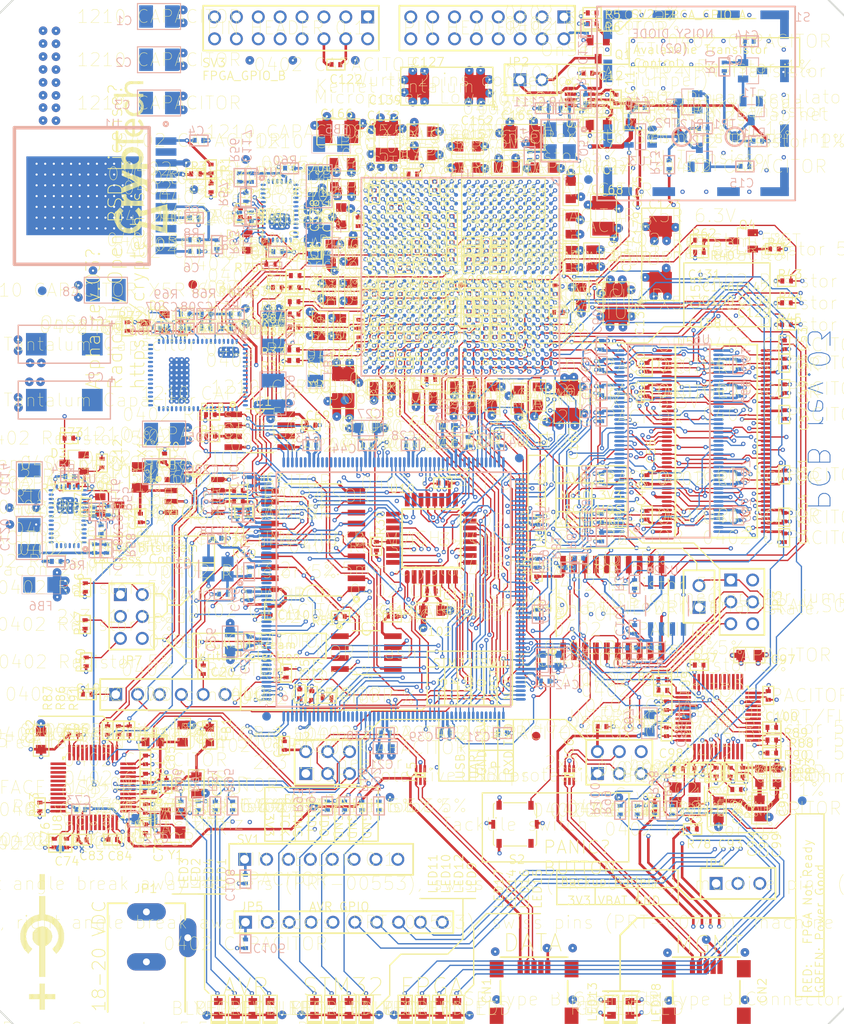
<source format=kicad_pcb>
(kicad_pcb (version 20170920) (host pcbnew no-vcs-found-e46fdb0~60~ubuntu17.04.1)

  (general
    (thickness 1.6)
    (drawings 6665)
    (tracks 9205)
    (zones 0)
    (modules 386)
    (nets 304)
  )

  (page A4)
  (layers
    (0 F.Cu signal hide)
    (1 In1.Cu power hide)
    (2 In2.Cu mixed hide)
    (3 In3.Cu power hide)
    (4 In4.Cu power hide)
    (5 In5.Cu mixed)
    (6 In6.Cu power hide)
    (31 B.Cu signal hide)
    (32 B.Adhes user hide)
    (33 F.Adhes user hide)
    (34 B.Paste user hide)
    (35 F.Paste user hide)
    (36 B.SilkS user hide)
    (37 F.SilkS user hide)
    (38 B.Mask user hide)
    (39 F.Mask user hide)
    (40 Dwgs.User user hide)
    (41 Cmts.User user hide)
    (42 Eco1.User user hide)
    (43 Eco2.User user hide)
    (44 Edge.Cuts user hide)
    (45 Margin user hide)
    (46 B.CrtYd user hide)
    (47 F.CrtYd user hide)
    (48 B.Fab user hide)
    (49 F.Fab user hide)
  )

  (setup
    (last_trace_width 0.25)
    (trace_clearance 0.127)
    (zone_clearance 0.0144)
    (zone_45_only no)
    (trace_min 0.15)
    (segment_width 0.2)
    (edge_width 0.1)
    (via_size 0.889)
    (via_drill 0.25)
    (via_min_size 0.889)
    (via_min_drill 0.508)
    (uvia_size 0.508)
    (uvia_drill 0.127)
    (uvias_allowed no)
    (uvia_min_size 0.508)
    (uvia_min_drill 0.127)
    (pcb_text_width 0.3)
    (pcb_text_size 1.5 1.5)
    (mod_edge_width 0.15)
    (mod_text_size 1 1)
    (mod_text_width 0.15)
    (pad_size 1.5 1.5)
    (pad_drill 0.6)
    (pad_to_mask_clearance 0)
    (aux_axis_origin 0 0)
    (visible_elements 7FFC0009)
    (pcbplotparams
      (layerselection 0x00030_ffffffff)
      (usegerberextensions false)
      (usegerberattributes true)
      (usegerberadvancedattributes true)
      (creategerberjobfile true)
      (excludeedgelayer true)
      (linewidth 0.100000)
      (plotframeref false)
      (viasonmask false)
      (mode 1)
      (useauxorigin false)
      (hpglpennumber 1)
      (hpglpenspeed 20)
      (hpglpendiameter 15)
      (psnegative false)
      (psa4output false)
      (plotreference true)
      (plotvalue true)
      (plotinvisibletext false)
      (padsonsilk false)
      (subtractmaskfromsilk false)
      (outputformat 1)
      (mirror false)
      (drillshape 0)
      (scaleselection 1)
      (outputdirectory GerberOutput/))
  )

  (net 0 "")
  (net 1 Net1)
  (net 2 DM_P)
  (net 3 DM_N)
  (net 4 3V3_BATT)
  (net 5 15V_LDO_ENABLE)
  (net 6 15V_STABLE)
  (net 7 GND)
  (net 8 NetC15_2)
  (net 9 AMPLIFIED)
  (net 10 ARM_FPGA_CFG_CS_N)
  (net 11 ARM_FPGA_CFG_MISO)
  (net 12 ARM_FPGA_CFG_MOSI)
  (net 13 ARM_FPGA_CFG_SCLK)
  (net 14 ARM_LED1)
  (net 15 ARM_LED2)
  (net 16 ARM_LED3)
  (net 17 ARM_LED4)
  (net 18 AVR_GPIO_0)
  (net 19 AVR_GPIO_1)
  (net 20 AVR_GPIO_2)
  (net 21 AVR_GPIO_3)
  (net 22 AVR_GPIO_4)
  (net 23 AVR_GPIO_5)
  (net 24 AVR_GPIO_6)
  (net 25 AVR_GPIO_7)
  (net 26 AVR_GPIO_ARM_0)
  (net 27 AVR_GPIO_ARM_1)
  (net 28 AVR_GPIO_ARM_2)
  (net 29 AVR_GPIO_ARM_3)
  (net 30 AVR_GPIO_FPGA_0)
  (net 31 AVR_GPIO_FPGA_1)
  (net 32 AVR_GPIO_FPGA_2)
  (net 33 AVR_GPIO_FPGA_3)
  (net 34 AVR_LED1)
  (net 35 AVR_LED2)
  (net 36 AVR_LED3)
  (net 37 AVR_LED4)
  (net 38 AVR_PANIC)
  (net 39 AVR_RESET)
  (net 40 BOOT0)
  (net 41 D1_N)
  (net 42 D1_P)
  (net 43 DIGITIZED_NOISE)
  (net 44 FMC_A0)
  (net 45 FMC_A1)
  (net 46 FMC_A2)
  (net 47 FMC_A3)
  (net 48 FMC_A4)
  (net 49 FMC_A5)
  (net 50 FMC_A6)
  (net 51 FMC_A7)
  (net 52 FMC_A8)
  (net 53 FMC_A9)
  (net 54 FMC_A10)
  (net 55 FMC_A11)
  (net 56 FMC_A12)
  (net 57 FMC_A13)
  (net 58 FMC_A14)
  (net 59 FMC_A15)
  (net 60 FMC_A16)
  (net 61 FMC_A17)
  (net 62 FMC_A18)
  (net 63 FMC_A19)
  (net 64 FMC_A20)
  (net 65 FMC_A21)
  (net 66 FMC_A22)
  (net 67 FMC_A23)
  (net 68 FMC_A24)
  (net 69 FMC_A25)
  (net 70 FMC_CLK)
  (net 71 FMC_D0)
  (net 72 FMC_D1)
  (net 73 FMC_D2)
  (net 74 FMC_D3)
  (net 75 FMC_D4)
  (net 76 FMC_D5)
  (net 77 FMC_D6)
  (net 78 FMC_D7)
  (net 79 FMC_D8)
  (net 80 FMC_D9)
  (net 81 FMC_D10)
  (net 82 FMC_D11)
  (net 83 FMC_D12)
  (net 84 FMC_D13)
  (net 85 FMC_D14)
  (net 86 FMC_D15)
  (net 87 FMC_D16)
  (net 88 FMC_D17)
  (net 89 FMC_D18)
  (net 90 FMC_D19)
  (net 91 FMC_D20)
  (net 92 FMC_D21)
  (net 93 FMC_D22)
  (net 94 FMC_D23)
  (net 95 FMC_D24)
  (net 96 FMC_D25)
  (net 97 FMC_D26)
  (net 98 FMC_D27)
  (net 99 FMC_D28)
  (net 100 FMC_D29)
  (net 101 FMC_D30)
  (net 102 FMC_D31)
  (net 103 FMC_NBL0)
  (net 104 FMC_NBL1)
  (net 105 FMC_NBL2)
  (net 106 FMC_NBL3)
  (net 107 FMC_NE1)
  (net 108 FMC_NL)
  (net 109 FMC_NOE)
  (net 110 FMC_NWAIT)
  (net 111 FMC_NWE)
  (net 112 FMC_SDCKE0)
  (net 113 FMC_SDCKE1)
  (net 114 FMC_SDCLK)
  (net 115 FMC_SDNCAS)
  (net 116 FMC_SDNE0)
  (net 117 FMC_SDNE1)
  (net 118 FMC_SDNRAS)
  (net 119 FMC_SDNWE)
  (net 120 FPGA_CFG_CS_N1)
  (net 121 FPGA_CFG_CS_N)
  (net 122 FPGA_CFG_CTRL_ARM_ENA)
  (net 123 FPGA_CFG_CTRL_FPGA_DIS)
  (net 124 FPGA_CFG_MISO1)
  (net 125 FPGA_CFG_MISO)
  (net 126 FPGA_CFG_MOSI1)
  (net 127 FPGA_CFG_MOSI)
  (net 128 FPGA_CFG_SCLK1)
  (net 129 FPGA_CFG_SCLK)
  (net 130 FPGA_DONE_INT)
  (net 131 FPGA_DONE)
  (net 132 FPGA_ENTROPY_DISABLE)
  (net 133 FPGA_GCLK)
  (net 134 FPGA_GPIO_A_0)
  (net 135 FPGA_GPIO_A_1)
  (net 136 FPGA_GPIO_A_2)
  (net 137 FPGA_GPIO_A_3)
  (net 138 FPGA_GPIO_A_4)
  (net 139 FPGA_GPIO_A_5)
  (net 140 FPGA_GPIO_A_6)
  (net 141 FPGA_GPIO_A_7)
  (net 142 FPGA_GPIO_B_0)
  (net 143 FPGA_GPIO_B_1)
  (net 144 FPGA_GPIO_B_2)
  (net 145 FPGA_GPIO_B_3)
  (net 146 FPGA_GPIO_B_4)
  (net 147 FPGA_GPIO_B_5)
  (net 148 FPGA_GPIO_B_6)
  (net 149 FPGA_GPIO_B_7)
  (net 150 FPGA_GPIO_LED_0)
  (net 151 FPGA_GPIO_LED_1)
  (net 152 FPGA_GPIO_LED_2)
  (net 153 FPGA_GPIO_LED_3)
  (net 154 FPGA_INIT_B_INT1)
  (net 155 FPGA_INIT_B_INT)
  (net 156 FPGA_INIT_B)
  (net 157 FPGA_IRQ_N_0)
  (net 158 FPGA_IRQ_N_1)
  (net 159 FPGA_IRQ_N_2)
  (net 160 FPGA_IRQ_N_3)
  (net 161 FPGA_JTAG_TCK)
  (net 162 FPGA_JTAG_TDI)
  (net 163 FPGA_JTAG_TDO)
  (net 164 FPGA_JTAG_TMS)
  (net 165 FPGA_M0)
  (net 166 FPGA_M1)
  (net 167 FPGA_M2)
  (net 168 FPGA_PROGRAM_B1)
  (net 169 FPGA_PROGRAM_B)
  (net 170 FPGA_PROM_CS_N)
  (net 171 FPGA_PROM_MISO)
  (net 172 FPGA_PROM_MOSI)
  (net 173 FPGA_PROM_SCLK)
  (net 174 FPGA_PROM_W_N)
  (net 175 FPGA_VCCAUX_1V8)
  (net 176 FPGA_VCCINT_1V0)
  (net 177 FT_CTS)
  (net 178 FT_DTR)
  (net 179 FT_MGMT_CTS)
  (net 180 FT_MGMT_DTR)
  (net 181 FT_MGMT_RTS)
  (net 182 FT_MGMT_RXD1)
  (net 183 FT_MGMT_RXD)
  (net 184 FT_MGMT_TXD1)
  (net 185 FT_MGMT_TXD)
  (net 186 FT_MGMT_VCC3V3)
  (net 187 FT_MGMT_VPHY)
  (net 188 FT_MGMT_VPLL)
  (net 189 FT_MGMT_VREGIN)
  (net 190 FT_REF1)
  (net 191 FT_REF)
  (net 192 FT_RESET1)
  (net 193 FT_RESET)
  (net 194 FT_RTS)
  (net 195 FT_RXD1)
  (net 196 FT_RXD)
  (net 197 FT_TXD1)
  (net 198 FT_TXD)
  (net 199 FT_VCC3V3)
  (net 200 FT_VCCA1)
  (net 201 FT_VCCA)
  (net 202 FT_VCCORE1)
  (net 203 FT_VCCORE)
  (net 204 FT_VPHY)
  (net 205 FT_VPLL)
  (net 206 FT_VREGIN)
  (net 207 KSM_PROM_CS_N)
  (net 208 KSM_PROM_MISO)
  (net 209 KSM_PROM_MOSI)
  (net 210 KSM_PROM_SCLK)
  (net 211 MKM_AVR_CS_N)
  (net 212 MKM_AVR_MISO)
  (net 213 MKM_AVR_MOSI)
  (net 214 MKM_AVR_SCK)
  (net 215 MKM_CONTROL_AVR_ENA)
  (net 216 MKM_CONTROL_FPGA_DIS)
  (net 217 MKM_CS_N)
  (net 218 MKM_FPGA_CS_N)
  (net 219 MKM_FPGA_MISO)
  (net 220 MKM_FPGA_MOSI)
  (net 221 MKM_FPGA_SCK)
  (net 222 MKM_MISO)
  (net 223 MKM_MOSI)
  (net 224 MKM_SCK)
  (net 225 NetC5_1)
  (net 226 NetC11_1)
  (net 227 NetC12_2)
  (net 228 NetC17_2)
  (net 229 NetC70_2)
  (net 230 NetC71_2)
  (net 231 NetC75_2)
  (net 232 NetC78_2)
  (net 233 NetC90_2)
  (net 234 NetC93_2)
  (net 235 NetC115_1)
  (net 236 NetC116_1)
  (net 237 NetC117_1)
  (net 238 NetC117_2)
  (net 239 NetC118_1)
  (net 240 NetC118_2)
  (net 241 NetC207_1)
  (net 242 NetC208_1)
  (net 243 NetC208_2)
  (net 244 NetIC1_3)
  (net 245 NetJP2_2)
  (net 246 NetLED1_1)
  (net 247 NetLED2_1)
  (net 248 NetLED3_1)
  (net 249 NetLED4_1)
  (net 250 NetLED9_1)
  (net 251 NetLED10_1)
  (net 252 NetLED11_1)
  (net 253 NetLED12_1)
  (net 254 NetLED13_1)
  (net 255 NetLED14_1)
  (net 256 NetLED15_1)
  (net 257 NetLED16_1)
  (net 258 NetLED17_1)
  (net 259 NetLED18_1)
  (net 260 NetLED18_2)
  (net 261 NetQ1_1)
  (net 262 NetQ5_1)
  (net 263 NetQ5_3)
  (net 264 NetR1_1)
  (net 265 NetR3_2)
  (net 266 NetR8_1)
  (net 267 NetR32_2)
  (net 268 NetR33_2)
  (net 269 NetR52_1)
  (net 270 NetR53_2)
  (net 271 NetR54_1)
  (net 272 NetR55_2)
  (net 273 NetR65_1)
  (net 274 NetR66_1)
  (net 275 NetR67_1)
  (net 276 NOISE_IN)
  (net 277 NOISE_OUT)
  (net 278 NRST)
  (net 279 OSC_IN)
  (net 280 OSC_OUT)
  (net 281 POK_VCCAUX)
  (net 282 POK_VCCINT)
  (net 283 POK_VCCO)
  (net 284 PWR_18V)
  (net 285 PWR_ENA_VCCAUX)
  (net 286 PWR_ENA_VCCINT)
  (net 287 PWR_ENA_VCCO)
  (net 288 RAW_NOISE)
  (net 289 RTC_MFP)
  (net 290 RTC_SCL)
  (net 291 RTC_SDA)
  (net 292 SPI_A_TRISTATE)
  (net 293 SPI_B_TRISTATE)
  (net 294 SWDCLK)
  (net 295 SWDIO)
  (net 296 USB_MGMT_N)
  (net 297 USB_MGMT_P)
  (net 298 USB_N)
  (net 299 USB_P)
  (net 300 VCAP1)
  (net 301 VCAP2)
  (net 302 VCC_5V0)
  (net 303 VCCO_3V3)

  (net_class Default "This is the default net class."
    (clearance 0.127)
    (trace_width 0.25)
    (via_dia 0.889)
    (via_drill 0.25)
    (uvia_dia 0.508)
    (uvia_drill 0.127)
    (add_net 15V_LDO_ENABLE)
    (add_net 15V_STABLE)
    (add_net 3V3_BATT)
    (add_net AMPLIFIED)
    (add_net ARM_FPGA_CFG_CS_N)
    (add_net ARM_FPGA_CFG_MISO)
    (add_net ARM_FPGA_CFG_MOSI)
    (add_net ARM_FPGA_CFG_SCLK)
    (add_net ARM_LED1)
    (add_net ARM_LED2)
    (add_net ARM_LED3)
    (add_net ARM_LED4)
    (add_net AVR_GPIO_0)
    (add_net AVR_GPIO_1)
    (add_net AVR_GPIO_2)
    (add_net AVR_GPIO_3)
    (add_net AVR_GPIO_4)
    (add_net AVR_GPIO_5)
    (add_net AVR_GPIO_6)
    (add_net AVR_GPIO_7)
    (add_net AVR_GPIO_ARM_0)
    (add_net AVR_GPIO_ARM_1)
    (add_net AVR_GPIO_ARM_2)
    (add_net AVR_GPIO_ARM_3)
    (add_net AVR_GPIO_FPGA_0)
    (add_net AVR_GPIO_FPGA_1)
    (add_net AVR_GPIO_FPGA_2)
    (add_net AVR_GPIO_FPGA_3)
    (add_net AVR_LED1)
    (add_net AVR_LED2)
    (add_net AVR_LED3)
    (add_net AVR_LED4)
    (add_net AVR_PANIC)
    (add_net AVR_RESET)
    (add_net BOOT0)
    (add_net DIGITIZED_NOISE)
    (add_net FPGA_CFG_CS_N)
    (add_net FPGA_CFG_CS_N1)
    (add_net FPGA_CFG_CTRL_ARM_ENA)
    (add_net FPGA_CFG_CTRL_FPGA_DIS)
    (add_net FPGA_CFG_MISO)
    (add_net FPGA_CFG_MISO1)
    (add_net FPGA_CFG_MOSI)
    (add_net FPGA_CFG_MOSI1)
    (add_net FPGA_CFG_SCLK)
    (add_net FPGA_CFG_SCLK1)
    (add_net FPGA_DONE)
    (add_net FPGA_DONE_INT)
    (add_net FPGA_ENTROPY_DISABLE)
    (add_net FPGA_GCLK)
    (add_net FPGA_GPIO_LED_0)
    (add_net FPGA_GPIO_LED_1)
    (add_net FPGA_GPIO_LED_2)
    (add_net FPGA_GPIO_LED_3)
    (add_net FPGA_INIT_B)
    (add_net FPGA_INIT_B_INT)
    (add_net FPGA_INIT_B_INT1)
    (add_net FPGA_IRQ_N_0)
    (add_net FPGA_IRQ_N_1)
    (add_net FPGA_IRQ_N_2)
    (add_net FPGA_IRQ_N_3)
    (add_net FPGA_JTAG_TCK)
    (add_net FPGA_JTAG_TDI)
    (add_net FPGA_JTAG_TDO)
    (add_net FPGA_JTAG_TMS)
    (add_net FPGA_M0)
    (add_net FPGA_M1)
    (add_net FPGA_M2)
    (add_net FPGA_PROGRAM_B)
    (add_net FPGA_PROGRAM_B1)
    (add_net FPGA_PROM_CS_N)
    (add_net FPGA_PROM_MISO)
    (add_net FPGA_PROM_MOSI)
    (add_net FPGA_PROM_SCLK)
    (add_net FPGA_PROM_W_N)
    (add_net FPGA_VCCAUX_1V8)
    (add_net FPGA_VCCINT_1V0)
    (add_net FT_CTS)
    (add_net FT_DTR)
    (add_net FT_MGMT_CTS)
    (add_net FT_MGMT_DTR)
    (add_net FT_MGMT_RTS)
    (add_net FT_MGMT_RXD)
    (add_net FT_MGMT_RXD1)
    (add_net FT_MGMT_TXD)
    (add_net FT_MGMT_TXD1)
    (add_net FT_MGMT_VCC3V3)
    (add_net FT_MGMT_VPHY)
    (add_net FT_MGMT_VPLL)
    (add_net FT_MGMT_VREGIN)
    (add_net FT_REF)
    (add_net FT_REF1)
    (add_net FT_RESET)
    (add_net FT_RESET1)
    (add_net FT_RTS)
    (add_net FT_RXD)
    (add_net FT_RXD1)
    (add_net FT_TXD)
    (add_net FT_TXD1)
    (add_net FT_VCC3V3)
    (add_net FT_VCCA)
    (add_net FT_VCCA1)
    (add_net FT_VCCORE)
    (add_net FT_VCCORE1)
    (add_net FT_VPHY)
    (add_net FT_VPLL)
    (add_net FT_VREGIN)
    (add_net GND)
    (add_net KSM_PROM_CS_N)
    (add_net KSM_PROM_MISO)
    (add_net KSM_PROM_MOSI)
    (add_net KSM_PROM_SCLK)
    (add_net MKM_AVR_CS_N)
    (add_net MKM_AVR_MISO)
    (add_net MKM_AVR_MOSI)
    (add_net MKM_AVR_SCK)
    (add_net MKM_CONTROL_AVR_ENA)
    (add_net MKM_CONTROL_FPGA_DIS)
    (add_net MKM_CS_N)
    (add_net MKM_FPGA_CS_N)
    (add_net MKM_FPGA_MISO)
    (add_net MKM_FPGA_MOSI)
    (add_net MKM_FPGA_SCK)
    (add_net MKM_MISO)
    (add_net MKM_MOSI)
    (add_net MKM_SCK)
    (add_net NOISE_IN)
    (add_net NOISE_OUT)
    (add_net NRST)
    (add_net Net1)
    (add_net NetC115_1)
    (add_net NetC116_1)
    (add_net NetC117_1)
    (add_net NetC117_2)
    (add_net NetC118_1)
    (add_net NetC118_2)
    (add_net NetC11_1)
    (add_net NetC12_2)
    (add_net NetC15_2)
    (add_net NetC17_2)
    (add_net NetC207_1)
    (add_net NetC208_1)
    (add_net NetC208_2)
    (add_net NetC5_1)
    (add_net NetC70_2)
    (add_net NetC71_2)
    (add_net NetC75_2)
    (add_net NetC78_2)
    (add_net NetC90_2)
    (add_net NetC93_2)
    (add_net NetIC1_3)
    (add_net NetJP2_2)
    (add_net NetLED10_1)
    (add_net NetLED11_1)
    (add_net NetLED12_1)
    (add_net NetLED13_1)
    (add_net NetLED14_1)
    (add_net NetLED15_1)
    (add_net NetLED16_1)
    (add_net NetLED17_1)
    (add_net NetLED18_1)
    (add_net NetLED18_2)
    (add_net NetLED1_1)
    (add_net NetLED2_1)
    (add_net NetLED3_1)
    (add_net NetLED4_1)
    (add_net NetLED9_1)
    (add_net NetQ1_1)
    (add_net NetQ5_1)
    (add_net NetQ5_3)
    (add_net NetR1_1)
    (add_net NetR32_2)
    (add_net NetR33_2)
    (add_net NetR3_2)
    (add_net NetR52_1)
    (add_net NetR53_2)
    (add_net NetR54_1)
    (add_net NetR55_2)
    (add_net NetR65_1)
    (add_net NetR66_1)
    (add_net NetR67_1)
    (add_net NetR8_1)
    (add_net OSC_IN)
    (add_net OSC_OUT)
    (add_net POK_VCCAUX)
    (add_net POK_VCCINT)
    (add_net POK_VCCO)
    (add_net PWR_18V)
    (add_net PWR_ENA_VCCAUX)
    (add_net PWR_ENA_VCCINT)
    (add_net PWR_ENA_VCCO)
    (add_net RAW_NOISE)
    (add_net RTC_MFP)
    (add_net RTC_SCL)
    (add_net RTC_SDA)
    (add_net SPI_A_TRISTATE)
    (add_net SPI_B_TRISTATE)
    (add_net SWDCLK)
    (add_net SWDIO)
    (add_net VCAP1)
    (add_net VCAP2)
    (add_net VCCO_3V3)
    (add_net VCC_5V0)
  )

  (net_class Default "This is the default net class."
    (clearance 0.127)
    (trace_width 0.25)
    (via_dia 0.889)
    (via_drill 0.25)
    (uvia_dia 0.508)
    (uvia_drill 0.127)
    (add_net 15V_LDO_ENABLE)
    (add_net 15V_STABLE)
    (add_net 3V3_BATT)
    (add_net AMPLIFIED)
    (add_net ARM_FPGA_CFG_CS_N)
    (add_net ARM_FPGA_CFG_MISO)
    (add_net ARM_FPGA_CFG_MOSI)
    (add_net ARM_FPGA_CFG_SCLK)
    (add_net ARM_LED1)
    (add_net ARM_LED2)
    (add_net ARM_LED3)
    (add_net ARM_LED4)
    (add_net AVR_GPIO_0)
    (add_net AVR_GPIO_1)
    (add_net AVR_GPIO_2)
    (add_net AVR_GPIO_3)
    (add_net AVR_GPIO_4)
    (add_net AVR_GPIO_5)
    (add_net AVR_GPIO_6)
    (add_net AVR_GPIO_7)
    (add_net AVR_GPIO_ARM_0)
    (add_net AVR_GPIO_ARM_1)
    (add_net AVR_GPIO_ARM_2)
    (add_net AVR_GPIO_ARM_3)
    (add_net AVR_GPIO_FPGA_0)
    (add_net AVR_GPIO_FPGA_1)
    (add_net AVR_GPIO_FPGA_2)
    (add_net AVR_GPIO_FPGA_3)
    (add_net AVR_LED1)
    (add_net AVR_LED2)
    (add_net AVR_LED3)
    (add_net AVR_LED4)
    (add_net AVR_PANIC)
    (add_net AVR_RESET)
    (add_net BOOT0)
    (add_net DIGITIZED_NOISE)
    (add_net FPGA_CFG_CS_N)
    (add_net FPGA_CFG_CS_N1)
    (add_net FPGA_CFG_CTRL_ARM_ENA)
    (add_net FPGA_CFG_CTRL_FPGA_DIS)
    (add_net FPGA_CFG_MISO)
    (add_net FPGA_CFG_MISO1)
    (add_net FPGA_CFG_MOSI)
    (add_net FPGA_CFG_MOSI1)
    (add_net FPGA_CFG_SCLK)
    (add_net FPGA_CFG_SCLK1)
    (add_net FPGA_DONE)
    (add_net FPGA_DONE_INT)
    (add_net FPGA_ENTROPY_DISABLE)
    (add_net FPGA_GCLK)
    (add_net FPGA_GPIO_LED_0)
    (add_net FPGA_GPIO_LED_1)
    (add_net FPGA_GPIO_LED_2)
    (add_net FPGA_GPIO_LED_3)
    (add_net FPGA_INIT_B)
    (add_net FPGA_INIT_B_INT)
    (add_net FPGA_INIT_B_INT1)
    (add_net FPGA_IRQ_N_0)
    (add_net FPGA_IRQ_N_1)
    (add_net FPGA_IRQ_N_2)
    (add_net FPGA_IRQ_N_3)
    (add_net FPGA_JTAG_TCK)
    (add_net FPGA_JTAG_TDI)
    (add_net FPGA_JTAG_TDO)
    (add_net FPGA_JTAG_TMS)
    (add_net FPGA_M0)
    (add_net FPGA_M1)
    (add_net FPGA_M2)
    (add_net FPGA_PROGRAM_B)
    (add_net FPGA_PROGRAM_B1)
    (add_net FPGA_PROM_CS_N)
    (add_net FPGA_PROM_MISO)
    (add_net FPGA_PROM_MOSI)
    (add_net FPGA_PROM_SCLK)
    (add_net FPGA_PROM_W_N)
    (add_net FPGA_VCCAUX_1V8)
    (add_net FPGA_VCCINT_1V0)
    (add_net FT_CTS)
    (add_net FT_DTR)
    (add_net FT_MGMT_CTS)
    (add_net FT_MGMT_DTR)
    (add_net FT_MGMT_RTS)
    (add_net FT_MGMT_RXD)
    (add_net FT_MGMT_RXD1)
    (add_net FT_MGMT_TXD)
    (add_net FT_MGMT_TXD1)
    (add_net FT_MGMT_VCC3V3)
    (add_net FT_MGMT_VPHY)
    (add_net FT_MGMT_VPLL)
    (add_net FT_MGMT_VREGIN)
    (add_net FT_REF)
    (add_net FT_REF1)
    (add_net FT_RESET)
    (add_net FT_RESET1)
    (add_net FT_RTS)
    (add_net FT_RXD)
    (add_net FT_RXD1)
    (add_net FT_TXD)
    (add_net FT_TXD1)
    (add_net FT_VCC3V3)
    (add_net FT_VCCA)
    (add_net FT_VCCA1)
    (add_net FT_VCCORE)
    (add_net FT_VCCORE1)
    (add_net FT_VPHY)
    (add_net FT_VPLL)
    (add_net FT_VREGIN)
    (add_net GND)
    (add_net KSM_PROM_CS_N)
    (add_net KSM_PROM_MISO)
    (add_net KSM_PROM_MOSI)
    (add_net KSM_PROM_SCLK)
    (add_net MKM_AVR_CS_N)
    (add_net MKM_AVR_MISO)
    (add_net MKM_AVR_MOSI)
    (add_net MKM_AVR_SCK)
    (add_net MKM_CONTROL_AVR_ENA)
    (add_net MKM_CONTROL_FPGA_DIS)
    (add_net MKM_CS_N)
    (add_net MKM_FPGA_CS_N)
    (add_net MKM_FPGA_MISO)
    (add_net MKM_FPGA_MOSI)
    (add_net MKM_FPGA_SCK)
    (add_net MKM_MISO)
    (add_net MKM_MOSI)
    (add_net MKM_SCK)
    (add_net NOISE_IN)
    (add_net NOISE_OUT)
    (add_net NRST)
    (add_net Net1)
    (add_net NetC115_1)
    (add_net NetC116_1)
    (add_net NetC117_1)
    (add_net NetC117_2)
    (add_net NetC118_1)
    (add_net NetC118_2)
    (add_net NetC11_1)
    (add_net NetC12_2)
    (add_net NetC15_2)
    (add_net NetC17_2)
    (add_net NetC207_1)
    (add_net NetC208_1)
    (add_net NetC208_2)
    (add_net NetC5_1)
    (add_net NetC70_2)
    (add_net NetC71_2)
    (add_net NetC75_2)
    (add_net NetC78_2)
    (add_net NetC90_2)
    (add_net NetC93_2)
    (add_net NetIC1_3)
    (add_net NetJP2_2)
    (add_net NetLED10_1)
    (add_net NetLED11_1)
    (add_net NetLED12_1)
    (add_net NetLED13_1)
    (add_net NetLED14_1)
    (add_net NetLED15_1)
    (add_net NetLED16_1)
    (add_net NetLED17_1)
    (add_net NetLED18_1)
    (add_net NetLED18_2)
    (add_net NetLED1_1)
    (add_net NetLED2_1)
    (add_net NetLED3_1)
    (add_net NetLED4_1)
    (add_net NetLED9_1)
    (add_net NetQ1_1)
    (add_net NetQ5_1)
    (add_net NetQ5_3)
    (add_net NetR1_1)
    (add_net NetR32_2)
    (add_net NetR33_2)
    (add_net NetR3_2)
    (add_net NetR52_1)
    (add_net NetR53_2)
    (add_net NetR54_1)
    (add_net NetR55_2)
    (add_net NetR65_1)
    (add_net NetR66_1)
    (add_net NetR67_1)
    (add_net NetR8_1)
    (add_net OSC_IN)
    (add_net OSC_OUT)
    (add_net POK_VCCAUX)
    (add_net POK_VCCINT)
    (add_net POK_VCCO)
    (add_net PWR_18V)
    (add_net PWR_ENA_VCCAUX)
    (add_net PWR_ENA_VCCINT)
    (add_net PWR_ENA_VCCO)
    (add_net RAW_NOISE)
    (add_net RTC_MFP)
    (add_net RTC_SCL)
    (add_net RTC_SDA)
    (add_net SPI_A_TRISTATE)
    (add_net SPI_B_TRISTATE)
    (add_net SWDCLK)
    (add_net SWDIO)
    (add_net VCAP1)
    (add_net VCAP2)
    (add_net VCCO_3V3)
    (add_net VCC_5V0)
  )

  (net_class FMC FMC
    (clearance 0.15)
    (trace_width 0.254)
    (via_dia 0.889)
    (via_drill 0.25)
    (uvia_dia 0.508)
    (uvia_drill 0.127)
    (add_net FMC_A0)
    (add_net FMC_A1)
    (add_net FMC_A10)
    (add_net FMC_A11)
    (add_net FMC_A12)
    (add_net FMC_A13)
    (add_net FMC_A14)
    (add_net FMC_A15)
    (add_net FMC_A16)
    (add_net FMC_A17)
    (add_net FMC_A18)
    (add_net FMC_A19)
    (add_net FMC_A2)
    (add_net FMC_A20)
    (add_net FMC_A21)
    (add_net FMC_A22)
    (add_net FMC_A23)
    (add_net FMC_A24)
    (add_net FMC_A25)
    (add_net FMC_A3)
    (add_net FMC_A4)
    (add_net FMC_A5)
    (add_net FMC_A6)
    (add_net FMC_A7)
    (add_net FMC_A8)
    (add_net FMC_A9)
    (add_net FMC_CLK)
    (add_net FMC_D0)
    (add_net FMC_D1)
    (add_net FMC_D10)
    (add_net FMC_D11)
    (add_net FMC_D12)
    (add_net FMC_D13)
    (add_net FMC_D14)
    (add_net FMC_D15)
    (add_net FMC_D16)
    (add_net FMC_D17)
    (add_net FMC_D18)
    (add_net FMC_D19)
    (add_net FMC_D2)
    (add_net FMC_D20)
    (add_net FMC_D21)
    (add_net FMC_D22)
    (add_net FMC_D23)
    (add_net FMC_D24)
    (add_net FMC_D25)
    (add_net FMC_D26)
    (add_net FMC_D27)
    (add_net FMC_D28)
    (add_net FMC_D29)
    (add_net FMC_D3)
    (add_net FMC_D30)
    (add_net FMC_D31)
    (add_net FMC_D4)
    (add_net FMC_D5)
    (add_net FMC_D6)
    (add_net FMC_D7)
    (add_net FMC_D8)
    (add_net FMC_D9)
    (add_net FMC_NBL0)
    (add_net FMC_NBL1)
    (add_net FMC_NBL2)
    (add_net FMC_NBL3)
    (add_net FMC_NE1)
    (add_net FMC_NL)
    (add_net FMC_NOE)
    (add_net FMC_NWAIT)
    (add_net FMC_NWE)
    (add_net FMC_SDCKE0)
    (add_net FMC_SDCKE1)
    (add_net FMC_SDCLK)
    (add_net FMC_SDNCAS)
    (add_net FMC_SDNE0)
    (add_net FMC_SDNE1)
    (add_net FMC_SDNRAS)
    (add_net FMC_SDNWE)
  )

  (net_class FPGA_GPIO FPGA_GPIO
    (clearance 0.15)
    (trace_width 0.254)
    (via_dia 0.889)
    (via_drill 0.25)
    (uvia_dia 0.508)
    (uvia_drill 0.127)
    (add_net FPGA_GPIO_A_0)
    (add_net FPGA_GPIO_A_1)
    (add_net FPGA_GPIO_A_2)
    (add_net FPGA_GPIO_A_3)
    (add_net FPGA_GPIO_A_4)
    (add_net FPGA_GPIO_A_5)
    (add_net FPGA_GPIO_A_6)
    (add_net FPGA_GPIO_A_7)
    (add_net FPGA_GPIO_B_0)
    (add_net FPGA_GPIO_B_1)
    (add_net FPGA_GPIO_B_2)
    (add_net FPGA_GPIO_B_3)
    (add_net FPGA_GPIO_B_4)
    (add_net FPGA_GPIO_B_5)
    (add_net FPGA_GPIO_B_6)
    (add_net FPGA_GPIO_B_7)
  )

  (net_class USB USB
    (clearance 0.15)
    (trace_width 0.254)
    (via_dia 0.889)
    (via_drill 0.25)
    (uvia_dia 0.508)
    (uvia_drill 0.127)
    (add_net D1_N)
    (add_net D1_P)
    (add_net DM_N)
    (add_net DM_P)
    (add_net USB_MGMT_N)
    (add_net USB_MGMT_P)
    (add_net USB_N)
    (add_net USB_P)
  )

  (module HDR1X10 (layer F.Cu) (tedit 4289BEAB) (tstamp 539EEDBF)
    (at 31.5 6)
    (path /539EEC0F)
    (attr smd)
    (fp_text reference JP5 (at 0 0) (layer F.SilkS) hide
      (effects (font (thickness 0.05)))
    )
    (fp_text value "Standard 10-pin 0.1\" header. Use with straight break away headers (SKU : PRT-00116), right angle break away headers (PRT-00553), swiss pins (PRT-00743), machine pins (PRT-00117), and female headers (PRT-00115)." (at 0 0) (layer F.SilkS)
      (effects (font (thickness 0.05)))
    )
    (pad 3 thru_hole circle (at 5.08 0) (size 1.5 1.5) (drill 1) (layers *.Cu *.Paste *.Mask)
      (net 19 AVR_GPIO_1))
    (pad 10 thru_hole circle (at 22.86 0) (size 1.5 1.5) (drill 1) (layers *.Cu *.Paste *.Mask)
      (net 7 GND))
    (pad 9 thru_hole circle (at 20.32 0) (size 1.5 1.5) (drill 1) (layers *.Cu *.Paste *.Mask)
      (net 25 AVR_GPIO_7))
    (pad 8 thru_hole circle (at 17.78 0) (size 1.5 1.5) (drill 1) (layers *.Cu *.Paste *.Mask)
      (net 24 AVR_GPIO_6))
    (pad 7 thru_hole circle (at 15.24 0) (size 1.5 1.5) (drill 1) (layers *.Cu *.Paste *.Mask)
      (net 23 AVR_GPIO_5))
    (pad 6 thru_hole circle (at 12.7 0) (size 1.5 1.5) (drill 1) (layers *.Cu *.Paste *.Mask)
      (net 22 AVR_GPIO_4))
    (pad 5 thru_hole circle (at 10.16 0) (size 1.5 1.5) (drill 1) (layers *.Cu *.Paste *.Mask)
      (net 21 AVR_GPIO_3))
    (pad 4 thru_hole circle (at 7.62 0) (size 1.5 1.5) (drill 1) (layers *.Cu *.Paste *.Mask)
      (net 20 AVR_GPIO_2))
    (pad 2 thru_hole circle (at 2.54 0) (size 1.5 1.5) (drill 1) (layers *.Cu *.Paste *.Mask)
      (net 18 AVR_GPIO_0))
    (pad 1 thru_hole rect (at 0 0) (size 1.5 1.5) (drill 1) (layers *.Cu *.Paste *.Mask)
      (net 303 VCCO_3V3))
  )

  (module PLS-2 (layer F.Cu) (tedit 4289BEAB) (tstamp 539EEDBF)
    (at 84.16075 -31.8)
    (path /539EEC0F)
    (attr smd)
    (fp_text reference JP6 (at 0 0) (layer F.SilkS) hide
      (effects (font (thickness 0.05)))
    )
    (fp_text value "Wurth 2pins connector (for jumper)" (at 0 0) (layer F.SilkS)
      (effects (font (thickness 0.05)))
    )
    (pad 1 thru_hole rect (at -0.00001 1.27 90) (size 1.5 1.5) (drill 1) (layers *.Cu *.Paste *.Mask)
      (net 7 GND))
    (pad 2 thru_hole circle (at -0.00001 -1.27 90) (size 1.5 1.5) (drill 1) (layers *.Cu *.Paste *.Mask)
      (net 212 MKM_AVR_MISO))
    (model "/home/ft/work/cryptech/official/user/ft/alpha_to_kicad/rev03-Altium/wrl/User Library-Header1x2.wrl"
      (at (xyz -0.46484 0.22343 -0.2677165))
      (scale (xyz 0.39370078740158 0.39370078740158 0.39370078740158))
      (rotate (xyz 270 360 90))
    )
    (model /home/ft/work/cryptech/official/user/ft/alpha_to_kicad/rev03-Altium/wrlshp/3416A7AC-A52A.wrl
      (at (xyz 0 0 0))
      (scale (xyz 1 1 1))
      (rotate (xyz 0 0 180))
    )
  )

  (module C_1210 (layer B.Cu) (tedit 4289BEAB) (tstamp 539EEDBF)
    (at 21.463 -99.0854)
    (path /539EEC0F)
    (attr smd)
    (fp_text reference C1 (at 0 0) (layer F.SilkS) hide
      (effects (font (thickness 0.05)))
    )
    (fp_text value "1210 CAPACITOR" (at 0 0) (layer F.SilkS)
      (effects (font (thickness 0.05)))
    )
    (pad 2 smd rect (at 1.5 0) (size 1.6 2.6) (layers B.Cu B.Paste B.Mask)
      (net 7 GND))
    (pad 1 smd rect (at -1.5 0) (size 1.6 2.6) (layers B.Cu B.Paste B.Mask)
      (net 284 PWR_18V))
    (model /home/ft/work/cryptech/official/user/ft/alpha_to_kicad/rev03-Altium/wrl/SW3dPS-CAPC3225.wrl
      (at (xyz 0 0.04921 0.0492126))
      (scale (xyz 0.39370078740158 0.39370078740158 0.39370078740158))
      (rotate (xyz 270 360 360))
    )
    (model /home/ft/work/cryptech/official/user/ft/alpha_to_kicad/rev03-Altium/wrlshp/F26EE9BE-B6B0.wrl
      (at (xyz 0 0 0))
      (scale (xyz 1 1 1))
      (rotate (xyz 0 0 360))
    )
  )

  (module C_1210 (layer B.Cu) (tedit 4289BEAB) (tstamp 539EEDBF)
    (at 21.463 -94.0689)
    (path /539EEC0F)
    (attr smd)
    (fp_text reference C2 (at 0 0) (layer F.SilkS) hide
      (effects (font (thickness 0.05)))
    )
    (fp_text value "1210 CAPACITOR" (at 0 0) (layer F.SilkS)
      (effects (font (thickness 0.05)))
    )
    (pad 1 smd rect (at -1.5 0) (size 1.6 2.6) (layers B.Cu B.Paste B.Mask)
      (net 284 PWR_18V))
    (pad 2 smd rect (at 1.5 0) (size 1.6 2.6) (layers B.Cu B.Paste B.Mask)
      (net 7 GND))
    (model /home/ft/work/cryptech/official/user/ft/alpha_to_kicad/rev03-Altium/wrl/SW3dPS-CAPC3225.wrl
      (at (xyz 0 0.04921 0.0492126))
      (scale (xyz 0.39370078740158 0.39370078740158 0.39370078740158))
      (rotate (xyz 270 360 360))
    )
    (model /home/ft/work/cryptech/official/user/ft/alpha_to_kicad/rev03-Altium/wrlshp/F26EE9BE-B6B0.wrl
      (at (xyz 0 0 0))
      (scale (xyz 1 1 1))
      (rotate (xyz 0 0 360))
    )
  )

  (module C_1210 (layer B.Cu) (tedit 4289BEAB) (tstamp 539EEDBF)
    (at 21.463 -89.0524)
    (path /539EEC0F)
    (attr smd)
    (fp_text reference C3 (at 0 0) (layer F.SilkS) hide
      (effects (font (thickness 0.05)))
    )
    (fp_text value "1210 CAPACITOR" (at 0 0) (layer F.SilkS)
      (effects (font (thickness 0.05)))
    )
    (pad 2 smd rect (at 1.5 0) (size 1.6 2.6) (layers B.Cu B.Paste B.Mask)
      (net 7 GND))
    (pad 1 smd rect (at -1.5 0) (size 1.6 2.6) (layers B.Cu B.Paste B.Mask)
      (net 284 PWR_18V))
    (model /home/ft/work/cryptech/official/user/ft/alpha_to_kicad/rev03-Altium/wrl/SW3dPS-CAPC3225.wrl
      (at (xyz 0 0.04921 0.0492126))
      (scale (xyz 0.39370078740158 0.39370078740158 0.39370078740158))
      (rotate (xyz 270 360 360))
    )
    (model /home/ft/work/cryptech/official/user/ft/alpha_to_kicad/rev03-Altium/wrlshp/F26EE9BE-B6B0.wrl
      (at (xyz 0 0 0))
      (scale (xyz 1 1 1))
      (rotate (xyz 0 0 360))
    )
  )

  (module C_0402 (layer B.Cu) (tedit 4289BEAB) (tstamp 539EEDBF)
    (at 26.1 -84.7)
    (path /539EEC0F)
    (attr smd)
    (fp_text reference C4 (at 0 0) (layer F.SilkS) hide
      (effects (font (thickness 0.05)))
    )
    (fp_text value "0402 CAPACITOR" (at 0 0) (layer F.SilkS)
      (effects (font (thickness 0.05)))
    )
    (pad 1 smd rect (at -0.5 0) (size 0.45 0.6) (layers B.Cu B.Paste B.Mask)
      (net 284 PWR_18V))
    (pad 2 smd rect (at 0.5 0) (size 0.45 0.6) (layers B.Cu B.Paste B.Mask)
      (net 7 GND))
    (model "/home/ft/work/cryptech/official/user/ft/alpha_to_kicad/rev03-Altium/wrl/SW3dPS-0402 SMD Capacitor.wrl"
      (at (xyz 0 0 0))
      (scale (xyz 0.39370078740158 0.39370078740158 0.39370078740158))
      (rotate (xyz 270 360 360))
    )
    (model /home/ft/work/cryptech/official/user/ft/alpha_to_kicad/rev03-Altium/wrlshp/ECAF1ED8-FCC0.wrl
      (at (xyz 0 0 0))
      (scale (xyz 1 1 1))
      (rotate (xyz 0 0 360))
    )
  )

  (module C_0402 (layer B.Cu) (tedit 4289BEAB) (tstamp 539EEDBF)
    (at 25.55 -75.725)
    (path /539EEC0F)
    (attr smd)
    (fp_text reference C5 (at 0 0) (layer F.SilkS) hide
      (effects (font (thickness 0.05)))
    )
    (fp_text value "0402 CAPACITOR" (at 0 0) (layer F.SilkS)
      (effects (font (thickness 0.05)))
    )
    (pad 2 smd rect (at 0.5 0) (size 0.45 0.6) (layers B.Cu B.Paste B.Mask)
      (net 7 GND))
    (pad 1 smd rect (at -0.5 0) (size 0.45 0.6) (layers B.Cu B.Paste B.Mask)
      (net 225 NetC5_1))
    (model "/home/ft/work/cryptech/official/user/ft/alpha_to_kicad/rev03-Altium/wrl/SW3dPS-0402 SMD Capacitor.wrl"
      (at (xyz 0 0 0))
      (scale (xyz 0.39370078740158 0.39370078740158 0.39370078740158))
      (rotate (xyz 270 360 360))
    )
    (model /home/ft/work/cryptech/official/user/ft/alpha_to_kicad/rev03-Altium/wrlshp/ECAF1ED8-FCC0.wrl
      (at (xyz 0 0 0))
      (scale (xyz 1 1 1))
      (rotate (xyz 0 0 360))
    )
  )

  (module C_0402 (layer B.Cu) (tedit 4289BEAB) (tstamp 539EEDBF)
    (at 25.5778 -71.8312)
    (path /539EEC0F)
    (attr smd)
    (fp_text reference C6 (at 0 0) (layer F.SilkS) hide
      (effects (font (thickness 0.05)))
    )
    (fp_text value "0402 CAPACITOR" (at 0 0) (layer F.SilkS)
      (effects (font (thickness 0.05)))
    )
    (pad 1 smd rect (at -0.5 0) (size 0.45 0.6) (layers B.Cu B.Paste B.Mask)
      (net 302 VCC_5V0))
    (pad 2 smd rect (at 0.5 0) (size 0.45 0.6) (layers B.Cu B.Paste B.Mask)
      (net 7 GND))
    (model "/home/ft/work/cryptech/official/user/ft/alpha_to_kicad/rev03-Altium/wrl/SW3dPS-0402 SMD Capacitor.wrl"
      (at (xyz 0 0 0))
      (scale (xyz 0.39370078740158 0.39370078740158 0.39370078740158))
      (rotate (xyz 270 360 360))
    )
    (model /home/ft/work/cryptech/official/user/ft/alpha_to_kicad/rev03-Altium/wrlshp/ECAF1ED8-FCC0.wrl
      (at (xyz 0 0 0))
      (scale (xyz 1 1 1))
      (rotate (xyz 0 0 360))
    )
  )

  (module C_0805 (layer F.Cu) (tedit 4289BEAB) (tstamp 539EEDBF)
    (at 72.5 -86.5)
    (path /539EEC0F)
    (attr smd)
    (fp_text reference C7 (at 0 0) (layer F.SilkS) hide
      (effects (font (thickness 0.05)))
    )
    (fp_text value "0805 CAPACITOR X7R 25V" (at 0 0) (layer F.SilkS)
      (effects (font (thickness 0.05)))
    )
    (pad 2 smd rect (at -1 0 180) (size 1 1.2) (layers F.Cu F.Paste F.Mask)
      (net 7 GND))
    (pad 1 smd rect (at 1 0 180) (size 1 1.2) (layers F.Cu F.Paste F.Mask)
      (net 284 PWR_18V))
    (model "/home/ft/work/cryptech/official/user/ft/alpha_to_kicad/rev03-Altium/wrl/SW3dPS-0805 SMD Capacitor.wrl"
      (at (xyz 0 0.00098 0))
      (scale (xyz 0.39370078740158 0.39370078740158 0.39370078740158))
      (rotate (xyz 270 360 180))
    )
    (model /home/ft/work/cryptech/official/user/ft/alpha_to_kicad/rev03-Altium/wrlshp/68E8DA21-73BF.wrl
      (at (xyz 0 0 0))
      (scale (xyz 1 1 1))
      (rotate (xyz 0 0 0))
    )
  )

  (module C_1210 (layer B.Cu) (tedit 4289BEAB) (tstamp 539EEDBF)
    (at 15.2908 -67.3354)
    (path /539EEC0F)
    (attr smd)
    (fp_text reference C8 (at 0 0) (layer F.SilkS) hide
      (effects (font (thickness 0.05)))
    )
    (fp_text value "1210 CAPACITOR X5R 6.3V" (at 0 0) (layer F.SilkS)
      (effects (font (thickness 0.05)))
    )
    (pad 1 smd rect (at 1.5 0 180) (size 1.6 2.6) (layers B.Cu B.Paste B.Mask)
      (net 302 VCC_5V0))
    (pad 2 smd rect (at -1.5 0 180) (size 1.6 2.6) (layers B.Cu B.Paste B.Mask)
      (net 7 GND))
    (model /home/ft/work/cryptech/official/user/ft/alpha_to_kicad/rev03-Altium/wrl/SW3dPS-CAPC3225.wrl
      (at (xyz 0 -0.04921 0.0492126))
      (scale (xyz 0.39370078740158 0.39370078740158 0.39370078740158))
      (rotate (xyz 270 360 180))
    )
    (model /home/ft/work/cryptech/official/user/ft/alpha_to_kicad/rev03-Altium/wrlshp/F26EE9BE-B6B0.wrl
      (at (xyz 0 0 0))
      (scale (xyz 1 1 1))
      (rotate (xyz 0 0 0))
    )
  )

  (module C_D (layer B.Cu) (tedit 4289BEAB) (tstamp 539EEDBF)
    (at 10.4648 -54.5846)
    (path /539EEC0F)
    (attr smd)
    (fp_text reference C9 (at 0 0) (layer F.SilkS) hide
      (effects (font (thickness 0.05)))
    )
    (fp_text value "Kemet Tantalum Capacitor" (at 0 0) (layer F.SilkS)
      (effects (font (thickness 0.05)))
    )
    (pad 1 smd rect (at 3.25 0 180) (size 2.4 2.6) (layers B.Cu B.Paste B.Mask)
      (net 302 VCC_5V0))
    (pad 2 smd rect (at -3.25 0 180) (size 2.4 2.6) (layers B.Cu B.Paste B.Mask)
      (net 7 GND))
    (model /home/ft/work/cryptech/official/user/ft/alpha_to_kicad/rev03-Altium/wrl/SW3dPS-cap_d.wrl
      (at (xyz -0.00197 0 0))
      (scale (xyz 0.39370078740158 0.39370078740158 0.39370078740158))
      (rotate (xyz 270 360 180))
    )
    (model /home/ft/work/cryptech/official/user/ft/alpha_to_kicad/rev03-Altium/wrlshp/5917D381-109F.wrl
      (at (xyz 0 0 0))
      (scale (xyz 1 1 1))
      (rotate (xyz 0 0 0))
    )
  )

  (module C_D (layer B.Cu) (tedit 4289BEAB) (tstamp 539EEDBF)
    (at 10.4648 -61.0616)
    (path /539EEC0F)
    (attr smd)
    (fp_text reference C10 (at 0 0) (layer F.SilkS) hide
      (effects (font (thickness 0.05)))
    )
    (fp_text value "Kemet Tantalum Capacitor" (at 0 0) (layer F.SilkS)
      (effects (font (thickness 0.05)))
    )
    (pad 2 smd rect (at -3.25 0 180) (size 2.4 2.6) (layers B.Cu B.Paste B.Mask)
      (net 7 GND))
    (pad 1 smd rect (at 3.25 0 180) (size 2.4 2.6) (layers B.Cu B.Paste B.Mask)
      (net 302 VCC_5V0))
    (model /home/ft/work/cryptech/official/user/ft/alpha_to_kicad/rev03-Altium/wrl/SW3dPS-cap_d.wrl
      (at (xyz -0.00197 0 0))
      (scale (xyz 0.39370078740158 0.39370078740158 0.39370078740158))
      (rotate (xyz 270 360 180))
    )
    (model /home/ft/work/cryptech/official/user/ft/alpha_to_kicad/rev03-Altium/wrlshp/5917D381-109F.wrl
      (at (xyz 0 0 0))
      (scale (xyz 1 1 1))
      (rotate (xyz 0 0 0))
    )
  )

  (module C_0402 (layer F.Cu) (tedit 4289BEAB) (tstamp 539EEDBF)
    (at 74.5 -89.5)
    (path /539EEC0F)
    (attr smd)
    (fp_text reference C11 (at 0 0) (layer F.SilkS) hide
      (effects (font (thickness 0.05)))
    )
    (fp_text value "0402 CAPACITOR" (at 0 0) (layer F.SilkS)
      (effects (font (thickness 0.05)))
    )
    (pad 2 smd rect (at 0 0.5 270) (size 0.45 0.6) (layers F.Cu F.Paste F.Mask)
      (net 6 15V_STABLE))
    (pad 1 smd rect (at 0 -0.5 270) (size 0.45 0.6) (layers F.Cu F.Paste F.Mask)
      (net 226 NetC11_1))
    (model "/home/ft/work/cryptech/official/user/ft/alpha_to_kicad/rev03-Altium/wrl/SW3dPS-0402 SMD Capacitor.wrl"
      (at (xyz 0 -0 0))
      (scale (xyz 0.39370078740158 0.39370078740158 0.39370078740158))
      (rotate (xyz 270 360 90))
    )
    (model /home/ft/work/cryptech/official/user/ft/alpha_to_kicad/rev03-Altium/wrlshp/ECAF1ED8-FCC0.wrl
      (at (xyz 0 0 0))
      (scale (xyz 1 1 1))
      (rotate (xyz 0 0 180))
    )
  )

  (module C_0402 (layer F.Cu) (tedit 4289BEAB) (tstamp 539EEDBF)
    (at 71.25 -92.5)
    (path /539EEC0F)
    (attr smd)
    (fp_text reference C12 (at 0 0) (layer F.SilkS) hide
      (effects (font (thickness 0.05)))
    )
    (fp_text value "0402 CAPACITOR" (at 0 0) (layer F.SilkS)
      (effects (font (thickness 0.05)))
    )
    (pad 1 smd rect (at -0.5 0) (size 0.45 0.6) (layers F.Cu F.Paste F.Mask)
      (net 7 GND))
    (pad 2 smd rect (at 0.5 0) (size 0.45 0.6) (layers F.Cu F.Paste F.Mask)
      (net 227 NetC12_2))
    (model "/home/ft/work/cryptech/official/user/ft/alpha_to_kicad/rev03-Altium/wrl/SW3dPS-0402 SMD Capacitor.wrl"
      (at (xyz 0 -0 0))
      (scale (xyz 0.39370078740158 0.39370078740158 0.39370078740158))
      (rotate (xyz 270 360 0))
    )
    (model /home/ft/work/cryptech/official/user/ft/alpha_to_kicad/rev03-Altium/wrlshp/ECAF1ED8-FCC0.wrl
      (at (xyz 0 0 0))
      (scale (xyz 1 1 1))
      (rotate (xyz 0 0 360))
    )
  )

  (module C_0805 (layer F.Cu) (tedit 4289BEAB) (tstamp 539EEDBF)
    (at 76.25 -87.75)
    (path /539EEC0F)
    (attr smd)
    (fp_text reference C13 (at 0 0) (layer F.SilkS) hide
      (effects (font (thickness 0.05)))
    )
    (fp_text value "0805 CAPACITOR X7R 25V" (at 0 0) (layer F.SilkS)
      (effects (font (thickness 0.05)))
    )
    (pad 1 smd rect (at 0 -1 270) (size 1 1.2) (layers F.Cu F.Paste F.Mask)
      (net 6 15V_STABLE))
    (pad 2 smd rect (at 0 1 270) (size 1 1.2) (layers F.Cu F.Paste F.Mask)
      (net 7 GND))
    (model "/home/ft/work/cryptech/official/user/ft/alpha_to_kicad/rev03-Altium/wrl/SW3dPS-0805 SMD Capacitor.wrl"
      (at (xyz -0.00098 -0 0))
      (scale (xyz 0.39370078740158 0.39370078740158 0.39370078740158))
      (rotate (xyz 270 360 90))
    )
    (model /home/ft/work/cryptech/official/user/ft/alpha_to_kicad/rev03-Altium/wrlshp/68E8DA21-73BF.wrl
      (at (xyz 0 0 0))
      (scale (xyz 1 1 1))
      (rotate (xyz 0 0 180))
    )
  )

  (module C_0402 (layer B.Cu) (tedit 4289BEAB) (tstamp 539EEDBF)
    (at 89.9922 -96.2152)
    (path /539EEC0F)
    (attr smd)
    (fp_text reference C14 (at 0 0) (layer F.SilkS) hide
      (effects (font (thickness 0.05)))
    )
    (fp_text value "0402 CAPACITOR" (at 0 0) (layer F.SilkS)
      (effects (font (thickness 0.05)))
    )
    (pad 2 smd rect (at -0.5 0 180) (size 0.45 0.6) (layers B.Cu B.Paste B.Mask)
      (net 276 NOISE_IN))
    (pad 1 smd rect (at 0.5 0 180) (size 0.45 0.6) (layers B.Cu B.Paste B.Mask)
      (net 7 GND))
    (model "/home/ft/work/cryptech/official/user/ft/alpha_to_kicad/rev03-Altium/wrl/SW3dPS-0402 SMD Capacitor.wrl"
      (at (xyz 0 0 0))
      (scale (xyz 0.39370078740158 0.39370078740158 0.39370078740158))
      (rotate (xyz 270 360 180))
    )
    (model /home/ft/work/cryptech/official/user/ft/alpha_to_kicad/rev03-Altium/wrlshp/ECAF1ED8-FCC0.wrl
      (at (xyz 0 0 0))
      (scale (xyz 1 1 1))
      (rotate (xyz 0 0 0))
    )
  )

  (module C_0402 (layer B.Cu) (tedit 4289BEAB) (tstamp 539EEDBF)
    (at 89.4842 -81.6864)
    (path /539EEC0F)
    (attr smd)
    (fp_text reference C15 (at 0 0) (layer F.SilkS) hide
      (effects (font (thickness 0.05)))
    )
    (fp_text value "0402 CAPACITOR" (at 0 0) (layer F.SilkS)
      (effects (font (thickness 0.05)))
    )
    (pad 1 smd rect (at 0.5 0 180) (size 0.45 0.6) (layers B.Cu B.Paste B.Mask)
      (net 288 RAW_NOISE))
    (pad 2 smd rect (at -0.5 0 180) (size 0.45 0.6) (layers B.Cu B.Paste B.Mask)
      (net 8 NetC15_2))
    (model "/home/ft/work/cryptech/official/user/ft/alpha_to_kicad/rev03-Altium/wrl/SW3dPS-0402 SMD Capacitor.wrl"
      (at (xyz 0 0 0))
      (scale (xyz 0.39370078740158 0.39370078740158 0.39370078740158))
      (rotate (xyz 270 360 180))
    )
    (model /home/ft/work/cryptech/official/user/ft/alpha_to_kicad/rev03-Altium/wrlshp/ECAF1ED8-FCC0.wrl
      (at (xyz 0 0 0))
      (scale (xyz 1 1 1))
      (rotate (xyz 0 0 0))
    )
  )

  (module C_0402 (layer B.Cu) (tedit 4289BEAB) (tstamp 539EEDBF)
    (at 77.343 -88.5444)
    (path /539EEC0F)
    (attr smd)
    (fp_text reference C16 (at 0 0) (layer F.SilkS) hide
      (effects (font (thickness 0.05)))
    )
    (fp_text value "0402 CAPACITOR" (at 0 0) (layer F.SilkS)
      (effects (font (thickness 0.05)))
    )
    (pad 2 smd rect (at -0.5 0 180) (size 0.45 0.6) (layers B.Cu B.Paste B.Mask)
      (net 303 VCCO_3V3))
    (pad 1 smd rect (at 0.5 0 180) (size 0.45 0.6) (layers B.Cu B.Paste B.Mask)
      (net 7 GND))
    (model "/home/ft/work/cryptech/official/user/ft/alpha_to_kicad/rev03-Altium/wrl/SW3dPS-0402 SMD Capacitor.wrl"
      (at (xyz 0 0 0))
      (scale (xyz 0.39370078740158 0.39370078740158 0.39370078740158))
      (rotate (xyz 270 360 180))
    )
    (model /home/ft/work/cryptech/official/user/ft/alpha_to_kicad/rev03-Altium/wrlshp/ECAF1ED8-FCC0.wrl
      (at (xyz 0 0 0))
      (scale (xyz 1 1 1))
      (rotate (xyz 0 0 0))
    )
  )

  (module C_0402 (layer B.Cu) (tedit 4289BEAB) (tstamp 539EEDBF)
    (at 28.925 -32.05)
    (path /539EEC0F)
    (attr smd)
    (fp_text reference C17 (at 0 0) (layer F.SilkS) hide
      (effects (font (thickness 0.05)))
    )
    (fp_text value "0402 CAPACITOR" (at 0 0) (layer F.SilkS)
      (effects (font (thickness 0.05)))
    )
    (pad 1 smd rect (at -0.5 0) (size 0.45 0.6) (layers B.Cu B.Paste B.Mask)
      (net 7 GND))
    (pad 2 smd rect (at 0.5 0) (size 0.45 0.6) (layers B.Cu B.Paste B.Mask)
      (net 228 NetC17_2))
    (model "/home/ft/work/cryptech/official/user/ft/alpha_to_kicad/rev03-Altium/wrl/SW3dPS-0402 SMD Capacitor.wrl"
      (at (xyz 0 0 0))
      (scale (xyz 0.39370078740158 0.39370078740158 0.39370078740158))
      (rotate (xyz 270 360 360))
    )
    (model /home/ft/work/cryptech/official/user/ft/alpha_to_kicad/rev03-Altium/wrlshp/ECAF1ED8-FCC0.wrl
      (at (xyz 0 0 0))
      (scale (xyz 1 1 1))
      (rotate (xyz 0 0 360))
    )
  )

  (module C_0402 (layer B.Cu) (tedit 4289BEAB) (tstamp 539EEDBF)
    (at 28.175 -38.55)
    (path /539EEC0F)
    (attr smd)
    (fp_text reference C18 (at 0 0) (layer F.SilkS) hide
      (effects (font (thickness 0.05)))
    )
    (fp_text value "0402 CAPACITOR" (at 0 0) (layer F.SilkS)
      (effects (font (thickness 0.05)))
    )
    (pad 2 smd rect (at -0.5 0 180) (size 0.45 0.6) (layers B.Cu B.Paste B.Mask)
      (net 280 OSC_OUT))
    (pad 1 smd rect (at 0.5 0 180) (size 0.45 0.6) (layers B.Cu B.Paste B.Mask)
      (net 7 GND))
    (model "/home/ft/work/cryptech/official/user/ft/alpha_to_kicad/rev03-Altium/wrl/SW3dPS-0402 SMD Capacitor.wrl"
      (at (xyz 0 0 0))
      (scale (xyz 0.39370078740158 0.39370078740158 0.39370078740158))
      (rotate (xyz 270 360 180))
    )
    (model /home/ft/work/cryptech/official/user/ft/alpha_to_kicad/rev03-Altium/wrlshp/ECAF1ED8-FCC0.wrl
      (at (xyz 0 0 0))
      (scale (xyz 1 1 1))
      (rotate (xyz 0 0 0))
    )
  )

  (module C_0402 (layer F.Cu) (tedit 4289BEAB) (tstamp 539EEDBF)
    (at 13.125 -20.45)
    (path /539EEC0F)
    (attr smd)
    (fp_text reference C19 (at 0 0) (layer F.SilkS) hide
      (effects (font (thickness 0.05)))
    )
    (fp_text value "0402 CAPACITOR" (at 0 0) (layer F.SilkS)
      (effects (font (thickness 0.05)))
    )
    (pad 1 smd rect (at 0.5 0 180) (size 0.45 0.6) (layers F.Cu F.Paste F.Mask)
      (net 303 VCCO_3V3))
    (pad 2 smd rect (at -0.5 0 180) (size 0.45 0.6) (layers F.Cu F.Paste F.Mask)
      (net 7 GND))
    (model "/home/ft/work/cryptech/official/user/ft/alpha_to_kicad/rev03-Altium/wrl/SW3dPS-0402 SMD Capacitor.wrl"
      (at (xyz 0 -0 0))
      (scale (xyz 0.39370078740158 0.39370078740158 0.39370078740158))
      (rotate (xyz 270 360 180))
    )
    (model /home/ft/work/cryptech/official/user/ft/alpha_to_kicad/rev03-Altium/wrlshp/ECAF1ED8-FCC0.wrl
      (at (xyz 0 0 0))
      (scale (xyz 1 1 1))
      (rotate (xyz 0 0 0))
    )
  )

  (module C_0402 (layer F.Cu) (tedit 4289BEAB) (tstamp 539EEDBF)
    (at 26.6 -23.3)
    (path /539EEC0F)
    (attr smd)
    (fp_text reference C20 (at 0 0) (layer F.SilkS) hide
      (effects (font (thickness 0.05)))
    )
    (fp_text value "0402 CAPACITOR" (at 0 0) (layer F.SilkS)
      (effects (font (thickness 0.05)))
    )
    (pad 2 smd rect (at 0 -0.5 90) (size 0.45 0.6) (layers F.Cu F.Paste F.Mask)
      (net 7 GND))
    (pad 1 smd rect (at 0 0.5 90) (size 0.45 0.6) (layers F.Cu F.Paste F.Mask)
      (net 278 NRST))
    (model "/home/ft/work/cryptech/official/user/ft/alpha_to_kicad/rev03-Altium/wrl/SW3dPS-0402 SMD Capacitor.wrl"
      (at (xyz 0 -0 0))
      (scale (xyz 0.39370078740158 0.39370078740158 0.39370078740158))
      (rotate (xyz 270 360 270))
    )
    (model /home/ft/work/cryptech/official/user/ft/alpha_to_kicad/rev03-Altium/wrlshp/ECAF1ED8-FCC0.wrl
      (at (xyz 0 0 0))
      (scale (xyz 1 1 1))
      (rotate (xyz 0 0 180))
    )
  )

  (module C_0603 (layer B.Cu) (tedit 4289BEAB) (tstamp 539EEDBF)
    (at 47.7266 -14.2494)
    (path /539EEC0F)
    (attr smd)
    (fp_text reference C21 (at 0 0) (layer F.SilkS) hide
      (effects (font (thickness 0.05)))
    )
    (fp_text value "0603 CAPACITOR" (at 0 0) (layer F.SilkS)
      (effects (font (thickness 0.05)))
    )
    (pad 2 smd rect (at 0.7 0) (size 0.8 0.8) (layers B.Cu B.Paste B.Mask)
      (net 7 GND))
    (pad 1 smd rect (at -0.7 0) (size 0.8 0.8) (layers B.Cu B.Paste B.Mask)
      (net 303 VCCO_3V3))
    (model "/home/ft/work/cryptech/official/user/ft/alpha_to_kicad/rev03-Altium/wrl/SW3dPS-0603 SMD Capacitor.wrl"
      (at (xyz 0 0 0))
      (scale (xyz 0.39370078740158 0.39370078740158 0.39370078740158))
      (rotate (xyz 270 360 360))
    )
    (model /home/ft/work/cryptech/official/user/ft/alpha_to_kicad/rev03-Altium/wrlshp/175C1D2E-5B2D.wrl
      (at (xyz 0 0 0))
      (scale (xyz 1 1 1))
      (rotate (xyz 0 0 360))
    )
  )

  (module C_0603 (layer B.Cu) (tedit 4289BEAB) (tstamp 539EEDBF)
    (at 55.0672 -51.5112)
    (path /539EEC0F)
    (attr smd)
    (fp_text reference C22 (at 0 0) (layer F.SilkS) hide
      (effects (font (thickness 0.05)))
    )
    (fp_text value "0603 CAPACITOR" (at 0 0) (layer F.SilkS)
      (effects (font (thickness 0.05)))
    )
    (pad 1 smd rect (at 0.7 0 180) (size 0.8 0.8) (layers B.Cu B.Paste B.Mask)
      (net 7 GND))
    (pad 2 smd rect (at -0.7 0 180) (size 0.8 0.8) (layers B.Cu B.Paste B.Mask)
      (net 300 VCAP1))
    (model "/home/ft/work/cryptech/official/user/ft/alpha_to_kicad/rev03-Altium/wrl/SW3dPS-0603 SMD Capacitor.wrl"
      (at (xyz 0 0 0))
      (scale (xyz 0.39370078740158 0.39370078740158 0.39370078740158))
      (rotate (xyz 270 360 180))
    )
    (model /home/ft/work/cryptech/official/user/ft/alpha_to_kicad/rev03-Altium/wrlshp/175C1D2E-5B2D.wrl
      (at (xyz 0 0 0))
      (scale (xyz 1 1 1))
      (rotate (xyz 0 0 0))
    )
  )

  (module C_0603 (layer B.Cu) (tedit 4289BEAB) (tstamp 539EEDBF)
    (at 55.0672 -49.6824)
    (path /539EEC0F)
    (attr smd)
    (fp_text reference C23 (at 0 0) (layer F.SilkS) hide
      (effects (font (thickness 0.05)))
    )
    (fp_text value "0603 CAPACITOR" (at 0 0) (layer F.SilkS)
      (effects (font (thickness 0.05)))
    )
    (pad 2 smd rect (at -0.7 0 180) (size 0.8 0.8) (layers B.Cu B.Paste B.Mask)
      (net 300 VCAP1))
    (pad 1 smd rect (at 0.7 0 180) (size 0.8 0.8) (layers B.Cu B.Paste B.Mask)
      (net 7 GND))
    (model "/home/ft/work/cryptech/official/user/ft/alpha_to_kicad/rev03-Altium/wrl/SW3dPS-0603 SMD Capacitor.wrl"
      (at (xyz 0 0 0))
      (scale (xyz 0.39370078740158 0.39370078740158 0.39370078740158))
      (rotate (xyz 270 360 180))
    )
    (model /home/ft/work/cryptech/official/user/ft/alpha_to_kicad/rev03-Altium/wrlshp/175C1D2E-5B2D.wrl
      (at (xyz 0 0 0))
      (scale (xyz 1 1 1))
      (rotate (xyz 0 0 0))
    )
  )

  (module C_0603 (layer B.Cu) (tedit 4289BEAB) (tstamp 539EEDBF)
    (at 65.9638 -24.384)
    (path /539EEC0F)
    (attr smd)
    (fp_text reference C24 (at 0 0) (layer F.SilkS) hide
      (effects (font (thickness 0.05)))
    )
    (fp_text value "0603 CAPACITOR" (at 0 0) (layer F.SilkS)
      (effects (font (thickness 0.05)))
    )
    (pad 1 smd rect (at 0 0.7 90) (size 0.8 0.8) (layers B.Cu B.Paste B.Mask)
      (net 7 GND))
    (pad 2 smd rect (at 0 -0.7 90) (size 0.8 0.8) (layers B.Cu B.Paste B.Mask)
      (net 301 VCAP2))
    (model "/home/ft/work/cryptech/official/user/ft/alpha_to_kicad/rev03-Altium/wrl/SW3dPS-0603 SMD Capacitor.wrl"
      (at (xyz 0 0 0))
      (scale (xyz 0.39370078740158 0.39370078740158 0.39370078740158))
      (rotate (xyz 270 360 90))
    )
    (model /home/ft/work/cryptech/official/user/ft/alpha_to_kicad/rev03-Altium/wrlshp/175C1D2E-5B2D.wrl
      (at (xyz 0 0 0))
      (scale (xyz 1 1 1))
      (rotate (xyz 0 0 180))
    )
  )

  (module C_0603 (layer B.Cu) (tedit 4289BEAB) (tstamp 539EEDBF)
    (at 67.7926 -24.384)
    (path /539EEC0F)
    (attr smd)
    (fp_text reference C25 (at 0 0) (layer F.SilkS) hide
      (effects (font (thickness 0.05)))
    )
    (fp_text value "0603 CAPACITOR" (at 0 0) (layer F.SilkS)
      (effects (font (thickness 0.05)))
    )
    (pad 2 smd rect (at 0 -0.7 90) (size 0.8 0.8) (layers B.Cu B.Paste B.Mask)
      (net 301 VCAP2))
    (pad 1 smd rect (at 0 0.7 90) (size 0.8 0.8) (layers B.Cu B.Paste B.Mask)
      (net 7 GND))
    (model "/home/ft/work/cryptech/official/user/ft/alpha_to_kicad/rev03-Altium/wrl/SW3dPS-0603 SMD Capacitor.wrl"
      (at (xyz 0 0 0))
      (scale (xyz 0.39370078740158 0.39370078740158 0.39370078740158))
      (rotate (xyz 270 360 90))
    )
    (model /home/ft/work/cryptech/official/user/ft/alpha_to_kicad/rev03-Altium/wrlshp/175C1D2E-5B2D.wrl
      (at (xyz 0 0 0))
      (scale (xyz 1 1 1))
      (rotate (xyz 0 0 180))
    )
  )

  (module C_0805 (layer B.Cu) (tedit 4289BEAB) (tstamp 539EEDBF)
    (at 29.718 -26.5684)
    (path /539EEC0F)
    (attr smd)
    (fp_text reference C26 (at 0 0) (layer F.SilkS) hide
      (effects (font (thickness 0.05)))
    )
    (fp_text value "0805 CAPACITOR" (at 0 0) (layer F.SilkS)
      (effects (font (thickness 0.05)))
    )
    (pad 2 smd rect (at 0 1 270) (size 1 1.2) (layers B.Cu B.Paste B.Mask)
      (net 7 GND))
    (pad 1 smd rect (at 0 -1 270) (size 1 1.2) (layers B.Cu B.Paste B.Mask)
      (net 303 VCCO_3V3))
    (model "/home/ft/work/cryptech/official/user/ft/alpha_to_kicad/rev03-Altium/wrl/SW3dPS-0805 SMD Capacitor.wrl"
      (at (xyz 0.00098 0 0))
      (scale (xyz 0.39370078740158 0.39370078740158 0.39370078740158))
      (rotate (xyz 270 360 270))
    )
    (model /home/ft/work/cryptech/official/user/ft/alpha_to_kicad/rev03-Altium/wrlshp/68E8DA21-73BF.wrl
      (at (xyz 0 0 0))
      (scale (xyz 1 1 1))
      (rotate (xyz 0 0 180))
    )
  )

  (module C_0805 (layer B.Cu) (tedit 4289BEAB) (tstamp 539EEDBF)
    (at 45.6946 -51.3334)
    (path /539EEC0F)
    (attr smd)
    (fp_text reference C27 (at 0 0) (layer F.SilkS) hide
      (effects (font (thickness 0.05)))
    )
    (fp_text value "0805 CAPACITOR" (at 0 0) (layer F.SilkS)
      (effects (font (thickness 0.05)))
    )
    (pad 1 smd rect (at 1 0 180) (size 1 1.2) (layers B.Cu B.Paste B.Mask)
      (net 303 VCCO_3V3))
    (pad 2 smd rect (at -1 0 180) (size 1 1.2) (layers B.Cu B.Paste B.Mask)
      (net 7 GND))
    (model "/home/ft/work/cryptech/official/user/ft/alpha_to_kicad/rev03-Altium/wrl/SW3dPS-0805 SMD Capacitor.wrl"
      (at (xyz 0 0.00098 0))
      (scale (xyz 0.39370078740158 0.39370078740158 0.39370078740158))
      (rotate (xyz 270 360 180))
    )
    (model /home/ft/work/cryptech/official/user/ft/alpha_to_kicad/rev03-Altium/wrlshp/68E8DA21-73BF.wrl
      (at (xyz 0 0 0))
      (scale (xyz 1 1 1))
      (rotate (xyz 0 0 0))
    )
  )

  (module C_0402 (layer B.Cu) (tedit 4289BEAB) (tstamp 539EEDBF)
    (at 50.6476 -49.3522)
    (path /539EEC0F)
    (attr smd)
    (fp_text reference C28 (at 0 0) (layer F.SilkS) hide
      (effects (font (thickness 0.05)))
    )
    (fp_text value "0402 CAPACITOR" (at 0 0) (layer F.SilkS)
      (effects (font (thickness 0.05)))
    )
    (pad 1 smd rect (at 0.5 0 180) (size 0.45 0.6) (layers B.Cu B.Paste B.Mask)
      (net 303 VCCO_3V3))
    (pad 2 smd rect (at -0.5 0 180) (size 0.45 0.6) (layers B.Cu B.Paste B.Mask)
      (net 7 GND))
    (model "/home/ft/work/cryptech/official/user/ft/alpha_to_kicad/rev03-Altium/wrl/SW3dPS-0402 SMD Capacitor.wrl"
      (at (xyz 0 0 0))
      (scale (xyz 0.39370078740158 0.39370078740158 0.39370078740158))
      (rotate (xyz 270 360 180))
    )
    (model /home/ft/work/cryptech/official/user/ft/alpha_to_kicad/rev03-Altium/wrlshp/ECAF1ED8-FCC0.wrl
      (at (xyz 0 0 0))
      (scale (xyz 1 1 1))
      (rotate (xyz 0 0 0))
    )
  )

  (module C_0402 (layer B.Cu) (tedit 4289BEAB) (tstamp 539EEDBF)
    (at 65.4304 -35.6616)
    (path /539EEC0F)
    (attr smd)
    (fp_text reference C29 (at 0 0) (layer F.SilkS) hide
      (effects (font (thickness 0.05)))
    )
    (fp_text value "0402 CAPACITOR" (at 0 0) (layer F.SilkS)
      (effects (font (thickness 0.05)))
    )
    (pad 2 smd rect (at 0 0.5 270) (size 0.45 0.6) (layers B.Cu B.Paste B.Mask)
      (net 7 GND))
    (pad 1 smd rect (at 0 -0.5 270) (size 0.45 0.6) (layers B.Cu B.Paste B.Mask)
      (net 303 VCCO_3V3))
    (model "/home/ft/work/cryptech/official/user/ft/alpha_to_kicad/rev03-Altium/wrl/SW3dPS-0402 SMD Capacitor.wrl"
      (at (xyz 0 0 0))
      (scale (xyz 0.39370078740158 0.39370078740158 0.39370078740158))
      (rotate (xyz 270 360 270))
    )
    (model /home/ft/work/cryptech/official/user/ft/alpha_to_kicad/rev03-Altium/wrlshp/ECAF1ED8-FCC0.wrl
      (at (xyz 0 0 0))
      (scale (xyz 1 1 1))
      (rotate (xyz 0 0 180))
    )
  )

  (module C_0402 (layer B.Cu) (tedit 4289BEAB) (tstamp 539EEDBF)
    (at 57.3532 -49.784)
    (path /539EEC0F)
    (attr smd)
    (fp_text reference C30 (at 0 0) (layer F.SilkS) hide
      (effects (font (thickness 0.05)))
    )
    (fp_text value "0402 CAPACITOR" (at 0 0) (layer F.SilkS)
      (effects (font (thickness 0.05)))
    )
    (pad 1 smd rect (at 0 0.5 90) (size 0.45 0.6) (layers B.Cu B.Paste B.Mask)
      (net 303 VCCO_3V3))
    (pad 2 smd rect (at 0 -0.5 90) (size 0.45 0.6) (layers B.Cu B.Paste B.Mask)
      (net 7 GND))
    (model "/home/ft/work/cryptech/official/user/ft/alpha_to_kicad/rev03-Altium/wrl/SW3dPS-0402 SMD Capacitor.wrl"
      (at (xyz 0 0 0))
      (scale (xyz 0.39370078740158 0.39370078740158 0.39370078740158))
      (rotate (xyz 270 360 90))
    )
    (model /home/ft/work/cryptech/official/user/ft/alpha_to_kicad/rev03-Altium/wrlshp/ECAF1ED8-FCC0.wrl
      (at (xyz 0 0 0))
      (scale (xyz 1 1 1))
      (rotate (xyz 0 0 180))
    )
  )

  (module C_0402 (layer B.Cu) (tedit 4289BEAB) (tstamp 539EEDBF)
    (at 61.341 -15.9512)
    (path /539EEC0F)
    (attr smd)
    (fp_text reference C31 (at 0 0) (layer F.SilkS) hide
      (effects (font (thickness 0.05)))
    )
    (fp_text value "0402 CAPACITOR" (at 0 0) (layer F.SilkS)
      (effects (font (thickness 0.05)))
    )
    (pad 2 smd rect (at 0.5 0) (size 0.45 0.6) (layers B.Cu B.Paste B.Mask)
      (net 7 GND))
    (pad 1 smd rect (at -0.5 0) (size 0.45 0.6) (layers B.Cu B.Paste B.Mask)
      (net 303 VCCO_3V3))
    (model "/home/ft/work/cryptech/official/user/ft/alpha_to_kicad/rev03-Altium/wrl/SW3dPS-0402 SMD Capacitor.wrl"
      (at (xyz 0 0 0))
      (scale (xyz 0.39370078740158 0.39370078740158 0.39370078740158))
      (rotate (xyz 270 360 360))
    )
    (model /home/ft/work/cryptech/official/user/ft/alpha_to_kicad/rev03-Altium/wrlshp/ECAF1ED8-FCC0.wrl
      (at (xyz 0 0 0))
      (scale (xyz 1 1 1))
      (rotate (xyz 0 0 360))
    )
  )

  (module C_0402 (layer B.Cu) (tedit 4289BEAB) (tstamp 539EEDBF)
    (at 31.9278 -26.6192)
    (path /539EEC0F)
    (attr smd)
    (fp_text reference C32 (at 0 0) (layer F.SilkS) hide
      (effects (font (thickness 0.05)))
    )
    (fp_text value "0402 CAPACITOR" (at 0 0) (layer F.SilkS)
      (effects (font (thickness 0.05)))
    )
    (pad 1 smd rect (at 0 -0.5 270) (size 0.45 0.6) (layers B.Cu B.Paste B.Mask)
      (net 303 VCCO_3V3))
    (pad 2 smd rect (at 0 0.5 270) (size 0.45 0.6) (layers B.Cu B.Paste B.Mask)
      (net 7 GND))
    (model "/home/ft/work/cryptech/official/user/ft/alpha_to_kicad/rev03-Altium/wrl/SW3dPS-0402 SMD Capacitor.wrl"
      (at (xyz 0 0 0))
      (scale (xyz 0.39370078740158 0.39370078740158 0.39370078740158))
      (rotate (xyz 270 360 270))
    )
    (model /home/ft/work/cryptech/official/user/ft/alpha_to_kicad/rev03-Altium/wrlshp/ECAF1ED8-FCC0.wrl
      (at (xyz 0 0 0))
      (scale (xyz 1 1 1))
      (rotate (xyz 0 0 180))
    )
  )

  (module C_0402 (layer B.Cu) (tedit 4289BEAB) (tstamp 539EEDBF)
    (at 30.5308 -41.4782)
    (path /539EEC0F)
    (attr smd)
    (fp_text reference C33 (at 0 0) (layer F.SilkS) hide
      (effects (font (thickness 0.05)))
    )
    (fp_text value "0402 CAPACITOR" (at 0 0) (layer F.SilkS)
      (effects (font (thickness 0.05)))
    )
    (pad 2 smd rect (at 0 -0.5 90) (size 0.45 0.6) (layers B.Cu B.Paste B.Mask)
      (net 7 GND))
    (pad 1 smd rect (at 0 0.5 90) (size 0.45 0.6) (layers B.Cu B.Paste B.Mask)
      (net 303 VCCO_3V3))
    (model "/home/ft/work/cryptech/official/user/ft/alpha_to_kicad/rev03-Altium/wrl/SW3dPS-0402 SMD Capacitor.wrl"
      (at (xyz 0 0 0))
      (scale (xyz 0.39370078740158 0.39370078740158 0.39370078740158))
      (rotate (xyz 270 360 90))
    )
    (model /home/ft/work/cryptech/official/user/ft/alpha_to_kicad/rev03-Altium/wrlshp/ECAF1ED8-FCC0.wrl
      (at (xyz 0 0 0))
      (scale (xyz 1 1 1))
      (rotate (xyz 0 0 180))
    )
  )

  (module C_0402 (layer B.Cu) (tedit 4289BEAB) (tstamp 539EEDBF)
    (at 60.9346 -49.784)
    (path /539EEC0F)
    (attr smd)
    (fp_text reference C34 (at 0 0) (layer F.SilkS) hide
      (effects (font (thickness 0.05)))
    )
    (fp_text value "0402 CAPACITOR" (at 0 0) (layer F.SilkS)
      (effects (font (thickness 0.05)))
    )
    (pad 1 smd rect (at 0 0.5 90) (size 0.45 0.6) (layers B.Cu B.Paste B.Mask)
      (net 303 VCCO_3V3))
    (pad 2 smd rect (at 0 -0.5 90) (size 0.45 0.6) (layers B.Cu B.Paste B.Mask)
      (net 7 GND))
    (model "/home/ft/work/cryptech/official/user/ft/alpha_to_kicad/rev03-Altium/wrl/SW3dPS-0402 SMD Capacitor.wrl"
      (at (xyz 0 0 0))
      (scale (xyz 0.39370078740158 0.39370078740158 0.39370078740158))
      (rotate (xyz 270 360 90))
    )
    (model /home/ft/work/cryptech/official/user/ft/alpha_to_kicad/rev03-Altium/wrlshp/ECAF1ED8-FCC0.wrl
      (at (xyz 0 0 0))
      (scale (xyz 1 1 1))
      (rotate (xyz 0 0 180))
    )
  )

  (module C_0402 (layer F.Cu) (tedit 4289BEAB) (tstamp 539EEDBF)
    (at 37.8 -20.5)
    (path /539EEC0F)
    (attr smd)
    (fp_text reference C35 (at 0 0) (layer F.SilkS) hide
      (effects (font (thickness 0.05)))
    )
    (fp_text value "0402 CAPACITOR" (at 0 0) (layer F.SilkS)
      (effects (font (thickness 0.05)))
    )
    (pad 2 smd rect (at 0 -0.5 90) (size 0.45 0.6) (layers F.Cu F.Paste F.Mask)
      (net 7 GND))
    (pad 1 smd rect (at 0 0.5 90) (size 0.45 0.6) (layers F.Cu F.Paste F.Mask)
      (net 303 VCCO_3V3))
    (model "/home/ft/work/cryptech/official/user/ft/alpha_to_kicad/rev03-Altium/wrl/SW3dPS-0402 SMD Capacitor.wrl"
      (at (xyz 0 -0 0))
      (scale (xyz 0.39370078740158 0.39370078740158 0.39370078740158))
      (rotate (xyz 270 360 270))
    )
    (model /home/ft/work/cryptech/official/user/ft/alpha_to_kicad/rev03-Altium/wrlshp/ECAF1ED8-FCC0.wrl
      (at (xyz 0 0 0))
      (scale (xyz 1 1 1))
      (rotate (xyz 0 0 180))
    )
  )

  (module C_0402 (layer B.Cu) (tedit 4289BEAB) (tstamp 539EEDBF)
    (at 65.4304 -29.7434)
    (path /539EEC0F)
    (attr smd)
    (fp_text reference C36 (at 0 0) (layer F.SilkS) hide
      (effects (font (thickness 0.05)))
    )
    (fp_text value "0402 CAPACITOR" (at 0 0) (layer F.SilkS)
      (effects (font (thickness 0.05)))
    )
    (pad 1 smd rect (at 0 0.5 90) (size 0.45 0.6) (layers B.Cu B.Paste B.Mask)
      (net 303 VCCO_3V3))
    (pad 2 smd rect (at 0 -0.5 90) (size 0.45 0.6) (layers B.Cu B.Paste B.Mask)
      (net 7 GND))
    (model "/home/ft/work/cryptech/official/user/ft/alpha_to_kicad/rev03-Altium/wrl/SW3dPS-0402 SMD Capacitor.wrl"
      (at (xyz 0 0 0))
      (scale (xyz 0.39370078740158 0.39370078740158 0.39370078740158))
      (rotate (xyz 270 360 90))
    )
    (model /home/ft/work/cryptech/official/user/ft/alpha_to_kicad/rev03-Altium/wrlshp/ECAF1ED8-FCC0.wrl
      (at (xyz 0 0 0))
      (scale (xyz 1 1 1))
      (rotate (xyz 0 0 180))
    )
  )

  (module C_0402 (layer F.Cu) (tedit 4289BEAB) (tstamp 539EEDBF)
    (at 39.2 -20.3)
    (path /539EEC0F)
    (attr smd)
    (fp_text reference C37 (at 0 0) (layer F.SilkS) hide
      (effects (font (thickness 0.05)))
    )
    (fp_text value "0402 CAPACITOR" (at 0 0) (layer F.SilkS)
      (effects (font (thickness 0.05)))
    )
    (pad 2 smd rect (at 0 -0.5 90) (size 0.45 0.6) (layers F.Cu F.Paste F.Mask)
      (net 7 GND))
    (pad 1 smd rect (at 0 0.5 90) (size 0.45 0.6) (layers F.Cu F.Paste F.Mask)
      (net 303 VCCO_3V3))
    (model "/home/ft/work/cryptech/official/user/ft/alpha_to_kicad/rev03-Altium/wrl/SW3dPS-0402 SMD Capacitor.wrl"
      (at (xyz 0 -0 0))
      (scale (xyz 0.39370078740158 0.39370078740158 0.39370078740158))
      (rotate (xyz 270 360 270))
    )
    (model /home/ft/work/cryptech/official/user/ft/alpha_to_kicad/rev03-Altium/wrlshp/ECAF1ED8-FCC0.wrl
      (at (xyz 0 0 0))
      (scale (xyz 1 1 1))
      (rotate (xyz 0 0 180))
    )
  )

  (module C_0402 (layer B.Cu) (tedit 4289BEAB) (tstamp 539EEDBF)
    (at 47.7266 -15.9512)
    (path /539EEC0F)
    (attr smd)
    (fp_text reference C38 (at 0 0) (layer F.SilkS) hide
      (effects (font (thickness 0.05)))
    )
    (fp_text value "0402 CAPACITOR" (at 0 0) (layer F.SilkS)
      (effects (font (thickness 0.05)))
    )
    (pad 1 smd rect (at -0.5 0) (size 0.45 0.6) (layers B.Cu B.Paste B.Mask)
      (net 303 VCCO_3V3))
    (pad 2 smd rect (at 0.5 0) (size 0.45 0.6) (layers B.Cu B.Paste B.Mask)
      (net 7 GND))
    (model "/home/ft/work/cryptech/official/user/ft/alpha_to_kicad/rev03-Altium/wrl/SW3dPS-0402 SMD Capacitor.wrl"
      (at (xyz 0 0 0))
      (scale (xyz 0.39370078740158 0.39370078740158 0.39370078740158))
      (rotate (xyz 270 360 360))
    )
    (model /home/ft/work/cryptech/official/user/ft/alpha_to_kicad/rev03-Altium/wrlshp/ECAF1ED8-FCC0.wrl
      (at (xyz 0 0 0))
      (scale (xyz 1 1 1))
      (rotate (xyz 0 0 360))
    )
  )

  (module C_0402 (layer B.Cu) (tedit 4289BEAB) (tstamp 539EEDBF)
    (at 54.6862 -15.9512)
    (path /539EEC0F)
    (attr smd)
    (fp_text reference C39 (at 0 0) (layer F.SilkS) hide
      (effects (font (thickness 0.05)))
    )
    (fp_text value "0402 CAPACITOR" (at 0 0) (layer F.SilkS)
      (effects (font (thickness 0.05)))
    )
    (pad 2 smd rect (at 0.5 0) (size 0.45 0.6) (layers B.Cu B.Paste B.Mask)
      (net 7 GND))
    (pad 1 smd rect (at -0.5 0) (size 0.45 0.6) (layers B.Cu B.Paste B.Mask)
      (net 303 VCCO_3V3))
    (model "/home/ft/work/cryptech/official/user/ft/alpha_to_kicad/rev03-Altium/wrl/SW3dPS-0402 SMD Capacitor.wrl"
      (at (xyz 0 0 0))
      (scale (xyz 0.39370078740158 0.39370078740158 0.39370078740158))
      (rotate (xyz 270 360 360))
    )
    (model /home/ft/work/cryptech/official/user/ft/alpha_to_kicad/rev03-Altium/wrlshp/ECAF1ED8-FCC0.wrl
      (at (xyz 0 0 0))
      (scale (xyz 1 1 1))
      (rotate (xyz 0 0 360))
    )
  )

  (module C_0402 (layer B.Cu) (tedit 4289BEAB) (tstamp 539EEDBF)
    (at 31.9278 -45.1358)
    (path /539EEC0F)
    (attr smd)
    (fp_text reference C40 (at 0 0) (layer F.SilkS) hide
      (effects (font (thickness 0.05)))
    )
    (fp_text value "0402 CAPACITOR" (at 0 0) (layer F.SilkS)
      (effects (font (thickness 0.05)))
    )
    (pad 1 smd rect (at 0 -0.5 270) (size 0.45 0.6) (layers B.Cu B.Paste B.Mask)
      (net 303 VCCO_3V3))
    (pad 2 smd rect (at 0 0.5 270) (size 0.45 0.6) (layers B.Cu B.Paste B.Mask)
      (net 7 GND))
    (model "/home/ft/work/cryptech/official/user/ft/alpha_to_kicad/rev03-Altium/wrl/SW3dPS-0402 SMD Capacitor.wrl"
      (at (xyz 0 0 0))
      (scale (xyz 0.39370078740158 0.39370078740158 0.39370078740158))
      (rotate (xyz 270 360 270))
    )
    (model /home/ft/work/cryptech/official/user/ft/alpha_to_kicad/rev03-Altium/wrlshp/ECAF1ED8-FCC0.wrl
      (at (xyz 0 0 0))
      (scale (xyz 1 1 1))
      (rotate (xyz 0 0 180))
    )
  )

  (module C_0402 (layer B.Cu) (tedit 4289BEAB) (tstamp 539EEDBF)
    (at 31.9278 -41.4782)
    (path /539EEC0F)
    (attr smd)
    (fp_text reference C41 (at 0 0) (layer F.SilkS) hide
      (effects (font (thickness 0.05)))
    )
    (fp_text value "0402 CAPACITOR" (at 0 0) (layer F.SilkS)
      (effects (font (thickness 0.05)))
    )
    (pad 2 smd rect (at 0 -0.5 90) (size 0.45 0.6) (layers B.Cu B.Paste B.Mask)
      (net 7 GND))
    (pad 1 smd rect (at 0 0.5 90) (size 0.45 0.6) (layers B.Cu B.Paste B.Mask)
      (net 303 VCCO_3V3))
    (model "/home/ft/work/cryptech/official/user/ft/alpha_to_kicad/rev03-Altium/wrl/SW3dPS-0402 SMD Capacitor.wrl"
      (at (xyz 0 0 0))
      (scale (xyz 0.39370078740158 0.39370078740158 0.39370078740158))
      (rotate (xyz 270 360 90))
    )
    (model /home/ft/work/cryptech/official/user/ft/alpha_to_kicad/rev03-Altium/wrlshp/ECAF1ED8-FCC0.wrl
      (at (xyz 0 0 0))
      (scale (xyz 1 1 1))
      (rotate (xyz 0 0 180))
    )
  )

  (module C_0402 (layer B.Cu) (tedit 4289BEAB) (tstamp 539EEDBF)
    (at 66.294 -21.971)
    (path /539EEC0F)
    (attr smd)
    (fp_text reference C42 (at 0 0) (layer F.SilkS) hide
      (effects (font (thickness 0.05)))
    )
    (fp_text value "0402 CAPACITOR" (at 0 0) (layer F.SilkS)
      (effects (font (thickness 0.05)))
    )
    (pad 1 smd rect (at -0.5 0) (size 0.45 0.6) (layers B.Cu B.Paste B.Mask)
      (net 303 VCCO_3V3))
    (pad 2 smd rect (at 0.5 0) (size 0.45 0.6) (layers B.Cu B.Paste B.Mask)
      (net 7 GND))
    (model "/home/ft/work/cryptech/official/user/ft/alpha_to_kicad/rev03-Altium/wrl/SW3dPS-0402 SMD Capacitor.wrl"
      (at (xyz 0 0 0))
      (scale (xyz 0.39370078740158 0.39370078740158 0.39370078740158))
      (rotate (xyz 270 360 360))
    )
    (model /home/ft/work/cryptech/official/user/ft/alpha_to_kicad/rev03-Altium/wrlshp/ECAF1ED8-FCC0.wrl
      (at (xyz 0 0 0))
      (scale (xyz 1 1 1))
      (rotate (xyz 0 0 360))
    )
  )

  (module C_0402 (layer B.Cu) (tedit 4289BEAB) (tstamp 539EEDBF)
    (at 39.2176 -49.3522)
    (path /539EEC0F)
    (attr smd)
    (fp_text reference C43 (at 0 0) (layer F.SilkS) hide
      (effects (font (thickness 0.05)))
    )
    (fp_text value "0402 CAPACITOR" (at 0 0) (layer F.SilkS)
      (effects (font (thickness 0.05)))
    )
    (pad 2 smd rect (at 0.5 0) (size 0.45 0.6) (layers B.Cu B.Paste B.Mask)
      (net 7 GND))
    (pad 1 smd rect (at -0.5 0) (size 0.45 0.6) (layers B.Cu B.Paste B.Mask)
      (net 303 VCCO_3V3))
    (model "/home/ft/work/cryptech/official/user/ft/alpha_to_kicad/rev03-Altium/wrl/SW3dPS-0402 SMD Capacitor.wrl"
      (at (xyz 0 0 0))
      (scale (xyz 0.39370078740158 0.39370078740158 0.39370078740158))
      (rotate (xyz 270 360 360))
    )
    (model /home/ft/work/cryptech/official/user/ft/alpha_to_kicad/rev03-Altium/wrlshp/ECAF1ED8-FCC0.wrl
      (at (xyz 0 0 0))
      (scale (xyz 1 1 1))
      (rotate (xyz 0 0 360))
    )
  )

  (module C_0402 (layer B.Cu) (tedit 4289BEAB) (tstamp 539EEDBF)
    (at 45.6438 -49.3522)
    (path /539EEC0F)
    (attr smd)
    (fp_text reference C44 (at 0 0) (layer F.SilkS) hide
      (effects (font (thickness 0.05)))
    )
    (fp_text value "0402 CAPACITOR" (at 0 0) (layer F.SilkS)
      (effects (font (thickness 0.05)))
    )
    (pad 1 smd rect (at 0.5 0 180) (size 0.45 0.6) (layers B.Cu B.Paste B.Mask)
      (net 303 VCCO_3V3))
    (pad 2 smd rect (at -0.5 0 180) (size 0.45 0.6) (layers B.Cu B.Paste B.Mask)
      (net 7 GND))
    (model "/home/ft/work/cryptech/official/user/ft/alpha_to_kicad/rev03-Altium/wrl/SW3dPS-0402 SMD Capacitor.wrl"
      (at (xyz 0 0 0))
      (scale (xyz 0.39370078740158 0.39370078740158 0.39370078740158))
      (rotate (xyz 270 360 180))
    )
    (model /home/ft/work/cryptech/official/user/ft/alpha_to_kicad/rev03-Altium/wrlshp/ECAF1ED8-FCC0.wrl
      (at (xyz 0 0 0))
      (scale (xyz 1 1 1))
      (rotate (xyz 0 0 0))
    )
  )

  (module C_0402 (layer B.Cu) (tedit 4289BEAB) (tstamp 539EEDBF)
    (at 65.4304 -40.6146)
    (path /539EEC0F)
    (attr smd)
    (fp_text reference C45 (at 0 0) (layer F.SilkS) hide
      (effects (font (thickness 0.05)))
    )
    (fp_text value "0402 CAPACITOR" (at 0 0) (layer F.SilkS)
      (effects (font (thickness 0.05)))
    )
    (pad 2 smd rect (at 0 -0.5 90) (size 0.45 0.6) (layers B.Cu B.Paste B.Mask)
      (net 7 GND))
    (pad 1 smd rect (at 0 0.5 90) (size 0.45 0.6) (layers B.Cu B.Paste B.Mask)
      (net 303 VCCO_3V3))
    (model "/home/ft/work/cryptech/official/user/ft/alpha_to_kicad/rev03-Altium/wrl/SW3dPS-0402 SMD Capacitor.wrl"
      (at (xyz 0 0 0))
      (scale (xyz 0.39370078740158 0.39370078740158 0.39370078740158))
      (rotate (xyz 270 360 90))
    )
    (model /home/ft/work/cryptech/official/user/ft/alpha_to_kicad/rev03-Altium/wrlshp/ECAF1ED8-FCC0.wrl
      (at (xyz 0 0 0))
      (scale (xyz 1 1 1))
      (rotate (xyz 0 0 180))
    )
  )

  (module C_0402 (layer B.Cu) (tedit 4289BEAB) (tstamp 539EEDBF)
    (at 31.9278 -31.877)
    (path /539EEC0F)
    (attr smd)
    (fp_text reference C46 (at 0 0) (layer F.SilkS) hide
      (effects (font (thickness 0.05)))
    )
    (fp_text value "0402 CAPACITOR" (at 0 0) (layer F.SilkS)
      (effects (font (thickness 0.05)))
    )
    (pad 1 smd rect (at 0 -0.5 270) (size 0.45 0.6) (layers B.Cu B.Paste B.Mask)
      (net 303 VCCO_3V3))
    (pad 2 smd rect (at 0 0.5 270) (size 0.45 0.6) (layers B.Cu B.Paste B.Mask)
      (net 7 GND))
    (model "/home/ft/work/cryptech/official/user/ft/alpha_to_kicad/rev03-Altium/wrl/SW3dPS-0402 SMD Capacitor.wrl"
      (at (xyz 0 0 0))
      (scale (xyz 0.39370078740158 0.39370078740158 0.39370078740158))
      (rotate (xyz 270 360 270))
    )
    (model /home/ft/work/cryptech/official/user/ft/alpha_to_kicad/rev03-Altium/wrlshp/ECAF1ED8-FCC0.wrl
      (at (xyz 0 0 0))
      (scale (xyz 1 1 1))
      (rotate (xyz 0 0 180))
    )
  )

  (module C_0402 (layer F.Cu) (tedit 4289BEAB) (tstamp 539EEDBF)
    (at 94.0562 -38.608)
    (path /539EEC0F)
    (attr smd)
    (fp_text reference C47 (at 0 0) (layer F.SilkS) hide
      (effects (font (thickness 0.05)))
    )
    (fp_text value "0402 CAPACITOR" (at 0 0) (layer F.SilkS)
      (effects (font (thickness 0.05)))
    )
    (pad 2 smd rect (at 0 0.5 270) (size 0.45 0.6) (layers F.Cu F.Paste F.Mask)
      (net 7 GND))
    (pad 1 smd rect (at 0 -0.5 270) (size 0.45 0.6) (layers F.Cu F.Paste F.Mask)
      (net 303 VCCO_3V3))
    (model "/home/ft/work/cryptech/official/user/ft/alpha_to_kicad/rev03-Altium/wrl/SW3dPS-0402 SMD Capacitor.wrl"
      (at (xyz 0 -0 0))
      (scale (xyz 0.39370078740158 0.39370078740158 0.39370078740158))
      (rotate (xyz 270 360 90))
    )
    (model /home/ft/work/cryptech/official/user/ft/alpha_to_kicad/rev03-Altium/wrlshp/ECAF1ED8-FCC0.wrl
      (at (xyz 0 0 0))
      (scale (xyz 1 1 1))
      (rotate (xyz 0 0 180))
    )
  )

  (module C_0402 (layer F.Cu) (tedit 4289BEAB) (tstamp 539EEDBF)
    (at 78.105 -41.2274)
    (path /539EEC0F)
    (attr smd)
    (fp_text reference C48 (at 0 0) (layer F.SilkS) hide
      (effects (font (thickness 0.05)))
    )
    (fp_text value "0402 CAPACITOR" (at 0 0) (layer F.SilkS)
      (effects (font (thickness 0.05)))
    )
    (pad 1 smd rect (at 0 -0.5 270) (size 0.45 0.6) (layers F.Cu F.Paste F.Mask)
      (net 303 VCCO_3V3))
    (pad 2 smd rect (at 0 0.5 270) (size 0.45 0.6) (layers F.Cu F.Paste F.Mask)
      (net 7 GND))
    (model "/home/ft/work/cryptech/official/user/ft/alpha_to_kicad/rev03-Altium/wrl/SW3dPS-0402 SMD Capacitor.wrl"
      (at (xyz 0 -0 0))
      (scale (xyz 0.39370078740158 0.39370078740158 0.39370078740158))
      (rotate (xyz 270 360 90))
    )
    (model /home/ft/work/cryptech/official/user/ft/alpha_to_kicad/rev03-Altium/wrlshp/ECAF1ED8-FCC0.wrl
      (at (xyz 0 0 0))
      (scale (xyz 1 1 1))
      (rotate (xyz 0 0 180))
    )
  )

  (module C_0402 (layer F.Cu) (tedit 4289BEAB) (tstamp 539EEDBF)
    (at 94.0562 -55.9054)
    (path /539EEC0F)
    (attr smd)
    (fp_text reference C49 (at 0 0) (layer F.SilkS) hide
      (effects (font (thickness 0.05)))
    )
    (fp_text value "0402 CAPACITOR" (at 0 0) (layer F.SilkS)
      (effects (font (thickness 0.05)))
    )
    (pad 2 smd rect (at 0 0.5 270) (size 0.45 0.6) (layers F.Cu F.Paste F.Mask)
      (net 7 GND))
    (pad 1 smd rect (at 0 -0.5 270) (size 0.45 0.6) (layers F.Cu F.Paste F.Mask)
      (net 303 VCCO_3V3))
    (model "/home/ft/work/cryptech/official/user/ft/alpha_to_kicad/rev03-Altium/wrl/SW3dPS-0402 SMD Capacitor.wrl"
      (at (xyz 0 -0 0))
      (scale (xyz 0.39370078740158 0.39370078740158 0.39370078740158))
      (rotate (xyz 270 360 90))
    )
    (model /home/ft/work/cryptech/official/user/ft/alpha_to_kicad/rev03-Altium/wrlshp/ECAF1ED8-FCC0.wrl
      (at (xyz 0 0 0))
      (scale (xyz 1 1 1))
      (rotate (xyz 0 0 180))
    )
  )

  (module C_0402 (layer F.Cu) (tedit 4289BEAB) (tstamp 539EEDBF)
    (at 78.105 -58.3946)
    (path /539EEC0F)
    (attr smd)
    (fp_text reference C50 (at 0 0) (layer F.SilkS) hide
      (effects (font (thickness 0.05)))
    )
    (fp_text value "0402 CAPACITOR" (at 0 0) (layer F.SilkS)
      (effects (font (thickness 0.05)))
    )
    (pad 1 smd rect (at 0 0.5 90) (size 0.45 0.6) (layers F.Cu F.Paste F.Mask)
      (net 303 VCCO_3V3))
    (pad 2 smd rect (at 0 -0.5 90) (size 0.45 0.6) (layers F.Cu F.Paste F.Mask)
      (net 7 GND))
    (model "/home/ft/work/cryptech/official/user/ft/alpha_to_kicad/rev03-Altium/wrl/SW3dPS-0402 SMD Capacitor.wrl"
      (at (xyz 0 -0 0))
      (scale (xyz 0.39370078740158 0.39370078740158 0.39370078740158))
      (rotate (xyz 270 360 270))
    )
    (model /home/ft/work/cryptech/official/user/ft/alpha_to_kicad/rev03-Altium/wrlshp/ECAF1ED8-FCC0.wrl
      (at (xyz 0 0 0))
      (scale (xyz 1 1 1))
      (rotate (xyz 0 0 180))
    )
  )

  (module C_0402 (layer F.Cu) (tedit 4289BEAB) (tstamp 539EEDBF)
    (at 94.0562 -45.9232)
    (path /539EEC0F)
    (attr smd)
    (fp_text reference C51 (at 0 0) (layer F.SilkS) hide
      (effects (font (thickness 0.05)))
    )
    (fp_text value "0402 CAPACITOR" (at 0 0) (layer F.SilkS)
      (effects (font (thickness 0.05)))
    )
    (pad 2 smd rect (at 0 0.5 270) (size 0.45 0.6) (layers F.Cu F.Paste F.Mask)
      (net 7 GND))
    (pad 1 smd rect (at 0 -0.5 270) (size 0.45 0.6) (layers F.Cu F.Paste F.Mask)
      (net 303 VCCO_3V3))
    (model "/home/ft/work/cryptech/official/user/ft/alpha_to_kicad/rev03-Altium/wrl/SW3dPS-0402 SMD Capacitor.wrl"
      (at (xyz 0 -0 0))
      (scale (xyz 0.39370078740158 0.39370078740158 0.39370078740158))
      (rotate (xyz 270 360 90))
    )
    (model /home/ft/work/cryptech/official/user/ft/alpha_to_kicad/rev03-Altium/wrlshp/ECAF1ED8-FCC0.wrl
      (at (xyz 0 0 0))
      (scale (xyz 1 1 1))
      (rotate (xyz 0 0 180))
    )
  )

  (module C_0402 (layer F.Cu) (tedit 4289BEAB) (tstamp 539EEDBF)
    (at 78.105 -55.5244)
    (path /539EEC0F)
    (attr smd)
    (fp_text reference C52 (at 0 0) (layer F.SilkS) hide
      (effects (font (thickness 0.05)))
    )
    (fp_text value "0402 CAPACITOR" (at 0 0) (layer F.SilkS)
      (effects (font (thickness 0.05)))
    )
    (pad 1 smd rect (at 0 0.5 90) (size 0.45 0.6) (layers F.Cu F.Paste F.Mask)
      (net 303 VCCO_3V3))
    (pad 2 smd rect (at 0 -0.5 90) (size 0.45 0.6) (layers F.Cu F.Paste F.Mask)
      (net 7 GND))
    (model "/home/ft/work/cryptech/official/user/ft/alpha_to_kicad/rev03-Altium/wrl/SW3dPS-0402 SMD Capacitor.wrl"
      (at (xyz 0 -0 0))
      (scale (xyz 0.39370078740158 0.39370078740158 0.39370078740158))
      (rotate (xyz 270 360 270))
    )
    (model /home/ft/work/cryptech/official/user/ft/alpha_to_kicad/rev03-Altium/wrlshp/ECAF1ED8-FCC0.wrl
      (at (xyz 0 0 0))
      (scale (xyz 1 1 1))
      (rotate (xyz 0 0 180))
    )
  )

  (module C_0402 (layer F.Cu) (tedit 4289BEAB) (tstamp 539EEDBF)
    (at 94.0562 -60.9934)
    (path /539EEC0F)
    (attr smd)
    (fp_text reference C53 (at 0 0) (layer F.SilkS) hide
      (effects (font (thickness 0.05)))
    )
    (fp_text value "0402 CAPACITOR" (at 0 0) (layer F.SilkS)
      (effects (font (thickness 0.05)))
    )
    (pad 2 smd rect (at 0 -0.5 90) (size 0.45 0.6) (layers F.Cu F.Paste F.Mask)
      (net 7 GND))
    (pad 1 smd rect (at 0 0.5 90) (size 0.45 0.6) (layers F.Cu F.Paste F.Mask)
      (net 303 VCCO_3V3))
    (model "/home/ft/work/cryptech/official/user/ft/alpha_to_kicad/rev03-Altium/wrl/SW3dPS-0402 SMD Capacitor.wrl"
      (at (xyz 0 -0 0))
      (scale (xyz 0.39370078740158 0.39370078740158 0.39370078740158))
      (rotate (xyz 270 360 270))
    )
    (model /home/ft/work/cryptech/official/user/ft/alpha_to_kicad/rev03-Altium/wrlshp/ECAF1ED8-FCC0.wrl
      (at (xyz 0 0 0))
      (scale (xyz 1 1 1))
      (rotate (xyz 0 0 180))
    )
  )

  (module C_0402 (layer F.Cu) (tedit 4289BEAB) (tstamp 539EEDBF)
    (at 94.0562 -40.9956)
    (path /539EEC0F)
    (attr smd)
    (fp_text reference C54 (at 0 0) (layer F.SilkS) hide
      (effects (font (thickness 0.05)))
    )
    (fp_text value "0402 CAPACITOR" (at 0 0) (layer F.SilkS)
      (effects (font (thickness 0.05)))
    )
    (pad 1 smd rect (at 0 0.5 90) (size 0.45 0.6) (layers F.Cu F.Paste F.Mask)
      (net 303 VCCO_3V3))
    (pad 2 smd rect (at 0 -0.5 90) (size 0.45 0.6) (layers F.Cu F.Paste F.Mask)
      (net 7 GND))
    (model "/home/ft/work/cryptech/official/user/ft/alpha_to_kicad/rev03-Altium/wrl/SW3dPS-0402 SMD Capacitor.wrl"
      (at (xyz 0 -0 0))
      (scale (xyz 0.39370078740158 0.39370078740158 0.39370078740158))
      (rotate (xyz 270 360 270))
    )
    (model /home/ft/work/cryptech/official/user/ft/alpha_to_kicad/rev03-Altium/wrlshp/ECAF1ED8-FCC0.wrl
      (at (xyz 0 0 0))
      (scale (xyz 1 1 1))
      (rotate (xyz 0 0 180))
    )
  )

  (module C_0402 (layer F.Cu) (tedit 4289BEAB) (tstamp 539EEDBF)
    (at 94.0562 -58.8772)
    (path /539EEC0F)
    (attr smd)
    (fp_text reference C55 (at 0 0) (layer F.SilkS) hide
      (effects (font (thickness 0.05)))
    )
    (fp_text value "0402 CAPACITOR" (at 0 0) (layer F.SilkS)
      (effects (font (thickness 0.05)))
    )
    (pad 2 smd rect (at 0 0.5 270) (size 0.45 0.6) (layers F.Cu F.Paste F.Mask)
      (net 7 GND))
    (pad 1 smd rect (at 0 -0.5 270) (size 0.45 0.6) (layers F.Cu F.Paste F.Mask)
      (net 303 VCCO_3V3))
    (model "/home/ft/work/cryptech/official/user/ft/alpha_to_kicad/rev03-Altium/wrl/SW3dPS-0402 SMD Capacitor.wrl"
      (at (xyz 0 -0 0))
      (scale (xyz 0.39370078740158 0.39370078740158 0.39370078740158))
      (rotate (xyz 270 360 90))
    )
    (model /home/ft/work/cryptech/official/user/ft/alpha_to_kicad/rev03-Altium/wrlshp/ECAF1ED8-FCC0.wrl
      (at (xyz 0 0 0))
      (scale (xyz 1 1 1))
      (rotate (xyz 0 0 180))
    )
  )

  (module C_0402 (layer F.Cu) (tedit 4289BEAB) (tstamp 539EEDBF)
    (at 78.105 -45.3644)
    (path /539EEC0F)
    (attr smd)
    (fp_text reference C56 (at 0 0) (layer F.SilkS) hide
      (effects (font (thickness 0.05)))
    )
    (fp_text value "0402 CAPACITOR" (at 0 0) (layer F.SilkS)
      (effects (font (thickness 0.05)))
    )
    (pad 1 smd rect (at 0 0.5 90) (size 0.45 0.6) (layers F.Cu F.Paste F.Mask)
      (net 303 VCCO_3V3))
    (pad 2 smd rect (at 0 -0.5 90) (size 0.45 0.6) (layers F.Cu F.Paste F.Mask)
      (net 7 GND))
    (model "/home/ft/work/cryptech/official/user/ft/alpha_to_kicad/rev03-Altium/wrl/SW3dPS-0402 SMD Capacitor.wrl"
      (at (xyz 0 -0 0))
      (scale (xyz 0.39370078740158 0.39370078740158 0.39370078740158))
      (rotate (xyz 270 360 270))
    )
    (model /home/ft/work/cryptech/official/user/ft/alpha_to_kicad/rev03-Altium/wrlshp/ECAF1ED8-FCC0.wrl
      (at (xyz 0 0 0))
      (scale (xyz 1 1 1))
      (rotate (xyz 0 0 180))
    )
  )

  (module C_0402 (layer F.Cu) (tedit 4289BEAB) (tstamp 539EEDBF)
    (at 94.0562 -52.9082)
    (path /539EEC0F)
    (attr smd)
    (fp_text reference C57 (at 0 0) (layer F.SilkS) hide
      (effects (font (thickness 0.05)))
    )
    (fp_text value "0402 CAPACITOR" (at 0 0) (layer F.SilkS)
      (effects (font (thickness 0.05)))
    )
    (pad 2 smd rect (at 0 0.5 270) (size 0.45 0.6) (layers F.Cu F.Paste F.Mask)
      (net 7 GND))
    (pad 1 smd rect (at 0 -0.5 270) (size 0.45 0.6) (layers F.Cu F.Paste F.Mask)
      (net 303 VCCO_3V3))
    (model "/home/ft/work/cryptech/official/user/ft/alpha_to_kicad/rev03-Altium/wrl/SW3dPS-0402 SMD Capacitor.wrl"
      (at (xyz 0 -0 0))
      (scale (xyz 0.39370078740158 0.39370078740158 0.39370078740158))
      (rotate (xyz 270 360 90))
    )
    (model /home/ft/work/cryptech/official/user/ft/alpha_to_kicad/rev03-Altium/wrlshp/ECAF1ED8-FCC0.wrl
      (at (xyz 0 0 0))
      (scale (xyz 1 1 1))
      (rotate (xyz 0 0 180))
    )
  )

  (module C_0402 (layer B.Cu) (tedit 4289BEAB) (tstamp 539EEDBF)
    (at 72.8222 -40.8924)
    (path /539EEC0F)
    (attr smd)
    (fp_text reference C58 (at 0 0) (layer F.SilkS) hide
      (effects (font (thickness 0.05)))
    )
    (fp_text value "0402 CAPACITOR" (at 0 0) (layer F.SilkS)
      (effects (font (thickness 0.05)))
    )
    (pad 1 smd rect (at 0 0.5 90) (size 0.45 0.6) (layers B.Cu B.Paste B.Mask)
      (net 303 VCCO_3V3))
    (pad 2 smd rect (at 0 -0.5 90) (size 0.45 0.6) (layers B.Cu B.Paste B.Mask)
      (net 7 GND))
    (model "/home/ft/work/cryptech/official/user/ft/alpha_to_kicad/rev03-Altium/wrl/SW3dPS-0402 SMD Capacitor.wrl"
      (at (xyz 0 0 0))
      (scale (xyz 0.39370078740158 0.39370078740158 0.39370078740158))
      (rotate (xyz 270 360 90))
    )
    (model /home/ft/work/cryptech/official/user/ft/alpha_to_kicad/rev03-Altium/wrlshp/ECAF1ED8-FCC0.wrl
      (at (xyz 0 0 0))
      (scale (xyz 1 1 1))
      (rotate (xyz 0 0 180))
    )
  )

  (module C_0402 (layer B.Cu) (tedit 4289BEAB) (tstamp 539EEDBF)
    (at 72.8472 -38.6826)
    (path /539EEC0F)
    (attr smd)
    (fp_text reference C59 (at 0 0) (layer F.SilkS) hide
      (effects (font (thickness 0.05)))
    )
    (fp_text value "0402 CAPACITOR" (at 0 0) (layer F.SilkS)
      (effects (font (thickness 0.05)))
    )
    (pad 2 smd rect (at 0 0.5 270) (size 0.45 0.6) (layers B.Cu B.Paste B.Mask)
      (net 7 GND))
    (pad 1 smd rect (at 0 -0.5 270) (size 0.45 0.6) (layers B.Cu B.Paste B.Mask)
      (net 303 VCCO_3V3))
    (model "/home/ft/work/cryptech/official/user/ft/alpha_to_kicad/rev03-Altium/wrl/SW3dPS-0402 SMD Capacitor.wrl"
      (at (xyz 0 0 0))
      (scale (xyz 0.39370078740158 0.39370078740158 0.39370078740158))
      (rotate (xyz 270 360 270))
    )
    (model /home/ft/work/cryptech/official/user/ft/alpha_to_kicad/rev03-Altium/wrlshp/ECAF1ED8-FCC0.wrl
      (at (xyz 0 0 0))
      (scale (xyz 1 1 1))
      (rotate (xyz 0 0 180))
    )
  )

  (module C_0402 (layer B.Cu) (tedit 4289BEAB) (tstamp 539EEDBF)
    (at 72.8472 -60.9568)
    (path /539EEC0F)
    (attr smd)
    (fp_text reference C60 (at 0 0) (layer F.SilkS) hide
      (effects (font (thickness 0.05)))
    )
    (fp_text value "0402 CAPACITOR" (at 0 0) (layer F.SilkS)
      (effects (font (thickness 0.05)))
    )
    (pad 1 smd rect (at 0 0.5 90) (size 0.45 0.6) (layers B.Cu B.Paste B.Mask)
      (net 303 VCCO_3V3))
    (pad 2 smd rect (at 0 -0.5 90) (size 0.45 0.6) (layers B.Cu B.Paste B.Mask)
      (net 7 GND))
    (model "/home/ft/work/cryptech/official/user/ft/alpha_to_kicad/rev03-Altium/wrl/SW3dPS-0402 SMD Capacitor.wrl"
      (at (xyz 0 0 0))
      (scale (xyz 0.39370078740158 0.39370078740158 0.39370078740158))
      (rotate (xyz 270 360 90))
    )
    (model /home/ft/work/cryptech/official/user/ft/alpha_to_kicad/rev03-Altium/wrlshp/ECAF1ED8-FCC0.wrl
      (at (xyz 0 0 0))
      (scale (xyz 1 1 1))
      (rotate (xyz 0 0 180))
    )
  )

  (module C_0402 (layer B.Cu) (tedit 4289BEAB) (tstamp 539EEDBF)
    (at 88.7222 -58.666)
    (path /539EEC0F)
    (attr smd)
    (fp_text reference C61 (at 0 0) (layer F.SilkS) hide
      (effects (font (thickness 0.05)))
    )
    (fp_text value "0402 CAPACITOR" (at 0 0) (layer F.SilkS)
      (effects (font (thickness 0.05)))
    )
    (pad 2 smd rect (at 0 -0.5 90) (size 0.45 0.6) (layers B.Cu B.Paste B.Mask)
      (net 7 GND))
    (pad 1 smd rect (at 0 0.5 90) (size 0.45 0.6) (layers B.Cu B.Paste B.Mask)
      (net 303 VCCO_3V3))
    (model "/home/ft/work/cryptech/official/user/ft/alpha_to_kicad/rev03-Altium/wrl/SW3dPS-0402 SMD Capacitor.wrl"
      (at (xyz 0 0 0))
      (scale (xyz 0.39370078740158 0.39370078740158 0.39370078740158))
      (rotate (xyz 270 360 90))
    )
    (model /home/ft/work/cryptech/official/user/ft/alpha_to_kicad/rev03-Altium/wrlshp/ECAF1ED8-FCC0.wrl
      (at (xyz 0 0 0))
      (scale (xyz 1 1 1))
      (rotate (xyz 0 0 180))
    )
  )

  (module C_0402 (layer B.Cu) (tedit 4289BEAB) (tstamp 539EEDBF)
    (at 72.8472 -52.6288)
    (path /539EEC0F)
    (attr smd)
    (fp_text reference C62 (at 0 0) (layer F.SilkS) hide
      (effects (font (thickness 0.05)))
    )
    (fp_text value "0402 CAPACITOR" (at 0 0) (layer F.SilkS)
      (effects (font (thickness 0.05)))
    )
    (pad 1 smd rect (at 0 -0.5 270) (size 0.45 0.6) (layers B.Cu B.Paste B.Mask)
      (net 303 VCCO_3V3))
    (pad 2 smd rect (at 0 0.5 270) (size 0.45 0.6) (layers B.Cu B.Paste B.Mask)
      (net 7 GND))
    (model "/home/ft/work/cryptech/official/user/ft/alpha_to_kicad/rev03-Altium/wrl/SW3dPS-0402 SMD Capacitor.wrl"
      (at (xyz 0 0 0))
      (scale (xyz 0.39370078740158 0.39370078740158 0.39370078740158))
      (rotate (xyz 270 360 270))
    )
    (model /home/ft/work/cryptech/official/user/ft/alpha_to_kicad/rev03-Altium/wrlshp/ECAF1ED8-FCC0.wrl
      (at (xyz 0 0 0))
      (scale (xyz 1 1 1))
      (rotate (xyz 0 0 180))
    )
  )

  (module C_0402 (layer B.Cu) (tedit 4289BEAB) (tstamp 539EEDBF)
    (at 88.7222 -41.148)
    (path /539EEC0F)
    (attr smd)
    (fp_text reference C63 (at 0 0) (layer F.SilkS) hide
      (effects (font (thickness 0.05)))
    )
    (fp_text value "0402 CAPACITOR" (at 0 0) (layer F.SilkS)
      (effects (font (thickness 0.05)))
    )
    (pad 2 smd rect (at 0 0.5 270) (size 0.45 0.6) (layers B.Cu B.Paste B.Mask)
      (net 7 GND))
    (pad 1 smd rect (at 0 -0.5 270) (size 0.45 0.6) (layers B.Cu B.Paste B.Mask)
      (net 303 VCCO_3V3))
    (model "/home/ft/work/cryptech/official/user/ft/alpha_to_kicad/rev03-Altium/wrl/SW3dPS-0402 SMD Capacitor.wrl"
      (at (xyz 0 0 0))
      (scale (xyz 0.39370078740158 0.39370078740158 0.39370078740158))
      (rotate (xyz 270 360 270))
    )
    (model /home/ft/work/cryptech/official/user/ft/alpha_to_kicad/rev03-Altium/wrlshp/ECAF1ED8-FCC0.wrl
      (at (xyz 0 0 0))
      (scale (xyz 1 1 1))
      (rotate (xyz 0 0 180))
    )
  )

  (module C_0402 (layer B.Cu) (tedit 4289BEAB) (tstamp 539EEDBF)
    (at 72.8472 -58.5978)
    (path /539EEC0F)
    (attr smd)
    (fp_text reference C64 (at 0 0) (layer F.SilkS) hide
      (effects (font (thickness 0.05)))
    )
    (fp_text value "0402 CAPACITOR" (at 0 0) (layer F.SilkS)
      (effects (font (thickness 0.05)))
    )
    (pad 1 smd rect (at 0 -0.5 270) (size 0.45 0.6) (layers B.Cu B.Paste B.Mask)
      (net 303 VCCO_3V3))
    (pad 2 smd rect (at 0 0.5 270) (size 0.45 0.6) (layers B.Cu B.Paste B.Mask)
      (net 7 GND))
    (model "/home/ft/work/cryptech/official/user/ft/alpha_to_kicad/rev03-Altium/wrl/SW3dPS-0402 SMD Capacitor.wrl"
      (at (xyz 0 0 0))
      (scale (xyz 0.39370078740158 0.39370078740158 0.39370078740158))
      (rotate (xyz 270 360 270))
    )
    (model /home/ft/work/cryptech/official/user/ft/alpha_to_kicad/rev03-Altium/wrlshp/ECAF1ED8-FCC0.wrl
      (at (xyz 0 0 0))
      (scale (xyz 1 1 1))
      (rotate (xyz 0 0 180))
    )
  )

  (module C_0402 (layer B.Cu) (tedit 4289BEAB) (tstamp 539EEDBF)
    (at 88.7222 -55.5458)
    (path /539EEC0F)
    (attr smd)
    (fp_text reference C65 (at 0 0) (layer F.SilkS) hide
      (effects (font (thickness 0.05)))
    )
    (fp_text value "0402 CAPACITOR" (at 0 0) (layer F.SilkS)
      (effects (font (thickness 0.05)))
    )
    (pad 2 smd rect (at 0 -0.5 90) (size 0.45 0.6) (layers B.Cu B.Paste B.Mask)
      (net 7 GND))
    (pad 1 smd rect (at 0 0.5 90) (size 0.45 0.6) (layers B.Cu B.Paste B.Mask)
      (net 303 VCCO_3V3))
    (model "/home/ft/work/cryptech/official/user/ft/alpha_to_kicad/rev03-Altium/wrl/SW3dPS-0402 SMD Capacitor.wrl"
      (at (xyz 0 0 0))
      (scale (xyz 0.39370078740158 0.39370078740158 0.39370078740158))
      (rotate (xyz 270 360 90))
    )
    (model /home/ft/work/cryptech/official/user/ft/alpha_to_kicad/rev03-Altium/wrlshp/ECAF1ED8-FCC0.wrl
      (at (xyz 0 0 0))
      (scale (xyz 1 1 1))
      (rotate (xyz 0 0 180))
    )
  )

  (module C_0402 (layer B.Cu) (tedit 4289BEAB) (tstamp 539EEDBF)
    (at 72.8472 -45.5422)
    (path /539EEC0F)
    (attr smd)
    (fp_text reference C66 (at 0 0) (layer F.SilkS) hide
      (effects (font (thickness 0.05)))
    )
    (fp_text value "0402 CAPACITOR" (at 0 0) (layer F.SilkS)
      (effects (font (thickness 0.05)))
    )
    (pad 1 smd rect (at 0 -0.5 270) (size 0.45 0.6) (layers B.Cu B.Paste B.Mask)
      (net 303 VCCO_3V3))
    (pad 2 smd rect (at 0 0.5 270) (size 0.45 0.6) (layers B.Cu B.Paste B.Mask)
      (net 7 GND))
    (model "/home/ft/work/cryptech/official/user/ft/alpha_to_kicad/rev03-Altium/wrl/SW3dPS-0402 SMD Capacitor.wrl"
      (at (xyz 0 0 0))
      (scale (xyz 0.39370078740158 0.39370078740158 0.39370078740158))
      (rotate (xyz 270 360 270))
    )
    (model /home/ft/work/cryptech/official/user/ft/alpha_to_kicad/rev03-Altium/wrlshp/ECAF1ED8-FCC0.wrl
      (at (xyz 0 0 0))
      (scale (xyz 1 1 1))
      (rotate (xyz 0 0 180))
    )
  )

  (module C_0402 (layer B.Cu) (tedit 4289BEAB) (tstamp 539EEDBF)
    (at 88.7222 -45.4874)
    (path /539EEC0F)
    (attr smd)
    (fp_text reference C67 (at 0 0) (layer F.SilkS) hide
      (effects (font (thickness 0.05)))
    )
    (fp_text value "0402 CAPACITOR" (at 0 0) (layer F.SilkS)
      (effects (font (thickness 0.05)))
    )
    (pad 2 smd rect (at 0 -0.5 90) (size 0.45 0.6) (layers B.Cu B.Paste B.Mask)
      (net 7 GND))
    (pad 1 smd rect (at 0 0.5 90) (size 0.45 0.6) (layers B.Cu B.Paste B.Mask)
      (net 303 VCCO_3V3))
    (model "/home/ft/work/cryptech/official/user/ft/alpha_to_kicad/rev03-Altium/wrl/SW3dPS-0402 SMD Capacitor.wrl"
      (at (xyz 0 0 0))
      (scale (xyz 0.39370078740158 0.39370078740158 0.39370078740158))
      (rotate (xyz 270 360 90))
    )
    (model /home/ft/work/cryptech/official/user/ft/alpha_to_kicad/rev03-Altium/wrlshp/ECAF1ED8-FCC0.wrl
      (at (xyz 0 0 0))
      (scale (xyz 1 1 1))
      (rotate (xyz 0 0 180))
    )
  )

  (module C_0402 (layer B.Cu) (tedit 4289BEAB) (tstamp 539EEDBF)
    (at 72.8472 -55.6514)
    (path /539EEC0F)
    (attr smd)
    (fp_text reference C68 (at 0 0) (layer F.SilkS) hide
      (effects (font (thickness 0.05)))
    )
    (fp_text value "0402 CAPACITOR" (at 0 0) (layer F.SilkS)
      (effects (font (thickness 0.05)))
    )
    (pad 1 smd rect (at 0 -0.5 270) (size 0.45 0.6) (layers B.Cu B.Paste B.Mask)
      (net 303 VCCO_3V3))
    (pad 2 smd rect (at 0 0.5 270) (size 0.45 0.6) (layers B.Cu B.Paste B.Mask)
      (net 7 GND))
    (model "/home/ft/work/cryptech/official/user/ft/alpha_to_kicad/rev03-Altium/wrl/SW3dPS-0402 SMD Capacitor.wrl"
      (at (xyz 0 0 0))
      (scale (xyz 0.39370078740158 0.39370078740158 0.39370078740158))
      (rotate (xyz 270 360 270))
    )
    (model /home/ft/work/cryptech/official/user/ft/alpha_to_kicad/rev03-Altium/wrlshp/ECAF1ED8-FCC0.wrl
      (at (xyz 0 0 0))
      (scale (xyz 1 1 1))
      (rotate (xyz 0 0 180))
    )
  )

  (module C_0402 (layer F.Cu) (tedit 4289BEAB) (tstamp 539EEDBF)
    (at 39.1 -51.675)
    (path /539EEC0F)
    (attr smd)
    (fp_text reference C69 (at 0 0) (layer F.SilkS) hide
      (effects (font (thickness 0.05)))
    )
    (fp_text value "0402 CAPACITOR" (at 0 0) (layer F.SilkS)
      (effects (font (thickness 0.05)))
    )
    (pad 2 smd rect (at 0.5 0) (size 0.45 0.6) (layers F.Cu F.Paste F.Mask)
      (net 7 GND))
    (pad 1 smd rect (at -0.5 0) (size 0.45 0.6) (layers F.Cu F.Paste F.Mask)
      (net 303 VCCO_3V3))
    (model "/home/ft/work/cryptech/official/user/ft/alpha_to_kicad/rev03-Altium/wrl/SW3dPS-0402 SMD Capacitor.wrl"
      (at (xyz 0 -0 0))
      (scale (xyz 0.39370078740158 0.39370078740158 0.39370078740158))
      (rotate (xyz 270 360 0))
    )
    (model /home/ft/work/cryptech/official/user/ft/alpha_to_kicad/rev03-Altium/wrlshp/ECAF1ED8-FCC0.wrl
      (at (xyz 0 0 0))
      (scale (xyz 1 1 1))
      (rotate (xyz 0 0 360))
    )
  )

  (module C_0402 (layer F.Cu) (tedit 4289BEAB) (tstamp 539EEDBF)
    (at 22.1 -47.875)
    (path /539EEC0F)
    (attr smd)
    (fp_text reference C70 (at 0 0) (layer F.SilkS) hide
      (effects (font (thickness 0.05)))
    )
    (fp_text value "0402 CAPACITOR" (at 0 0) (layer F.SilkS)
      (effects (font (thickness 0.05)))
    )
    (pad 1 smd rect (at 0 -0.5 270) (size 0.45 0.6) (layers F.Cu F.Paste F.Mask)
      (net 7 GND))
    (pad 2 smd rect (at 0 0.5 270) (size 0.45 0.6) (layers F.Cu F.Paste F.Mask)
      (net 229 NetC70_2))
    (model "/home/ft/work/cryptech/official/user/ft/alpha_to_kicad/rev03-Altium/wrl/SW3dPS-0402 SMD Capacitor.wrl"
      (at (xyz 0 -0 0))
      (scale (xyz 0.39370078740158 0.39370078740158 0.39370078740158))
      (rotate (xyz 270 360 90))
    )
    (model /home/ft/work/cryptech/official/user/ft/alpha_to_kicad/rev03-Altium/wrlshp/ECAF1ED8-FCC0.wrl
      (at (xyz 0 0 0))
      (scale (xyz 1 1 1))
      (rotate (xyz 0 0 180))
    )
  )

  (module C_0402 (layer F.Cu) (tedit 4289BEAB) (tstamp 539EEDBF)
    (at 19.3 -40.9)
    (path /539EEC0F)
    (attr smd)
    (fp_text reference C71 (at 0 0) (layer F.SilkS) hide
      (effects (font (thickness 0.05)))
    )
    (fp_text value "0402 CAPACITOR" (at 0 0) (layer F.SilkS)
      (effects (font (thickness 0.05)))
    )
    (pad 2 smd rect (at 0 -0.5 90) (size 0.45 0.6) (layers F.Cu F.Paste F.Mask)
      (net 230 NetC71_2))
    (pad 1 smd rect (at 0 0.5 90) (size 0.45 0.6) (layers F.Cu F.Paste F.Mask)
      (net 7 GND))
    (model "/home/ft/work/cryptech/official/user/ft/alpha_to_kicad/rev03-Altium/wrl/SW3dPS-0402 SMD Capacitor.wrl"
      (at (xyz 0 -0 0))
      (scale (xyz 0.39370078740158 0.39370078740158 0.39370078740158))
      (rotate (xyz 270 360 270))
    )
    (model /home/ft/work/cryptech/official/user/ft/alpha_to_kicad/rev03-Altium/wrlshp/ECAF1ED8-FCC0.wrl
      (at (xyz 0 0 0))
      (scale (xyz 1 1 1))
      (rotate (xyz 0 0 180))
    )
  )

  (module C_0805 (layer B.Cu) (tedit 4289BEAB) (tstamp 539EEDBF)
    (at 19.77586 -5.96143)
    (path /539EEC0F)
    (attr smd)
    (fp_text reference C72 (at 0 0) (layer F.SilkS) hide
      (effects (font (thickness 0.05)))
    )
    (fp_text value "0805 CAPACITOR" (at 0 0) (layer F.SilkS)
      (effects (font (thickness 0.05)))
    )
    (pad 2 smd rect (at 1 0) (size 1 1.2) (layers B.Cu B.Paste B.Mask)
      (net 7 GND))
    (pad 1 smd rect (at -1 0) (size 1 1.2) (layers B.Cu B.Paste B.Mask)
      (net 206 FT_VREGIN))
    (model "/home/ft/work/cryptech/official/user/ft/alpha_to_kicad/rev03-Altium/wrl/SW3dPS-0805 SMD Capacitor.wrl"
      (at (xyz 0 -0.00098 0))
      (scale (xyz 0.39370078740158 0.39370078740158 0.39370078740158))
      (rotate (xyz 270 360 360))
    )
    (model /home/ft/work/cryptech/official/user/ft/alpha_to_kicad/rev03-Altium/wrlshp/68E8DA21-73BF.wrl
      (at (xyz 0 0 0))
      (scale (xyz 1 1 1))
      (rotate (xyz 0 0 0))
    )
  )

  (module C_0402 (layer B.Cu) (tedit 4289BEAB) (tstamp 539EEDBF)
    (at 12.37202 -7.06602)
    (path /539EEC0F)
    (attr smd)
    (fp_text reference C73 (at 0 0) (layer F.SilkS) hide
      (effects (font (thickness 0.05)))
    )
    (fp_text value "0402 CAPACITOR" (at 0 0) (layer F.SilkS)
      (effects (font (thickness 0.05)))
    )
    (pad 1 smd rect (at 0.5 0 180) (size 0.45 0.6) (layers B.Cu B.Paste B.Mask)
      (net 206 FT_VREGIN))
    (pad 2 smd rect (at -0.5 0 180) (size 0.45 0.6) (layers B.Cu B.Paste B.Mask)
      (net 7 GND))
    (model "/home/ft/work/cryptech/official/user/ft/alpha_to_kicad/rev03-Altium/wrl/SW3dPS-0402 SMD Capacitor.wrl"
      (at (xyz 0 0 0))
      (scale (xyz 0.39370078740158 0.39370078740158 0.39370078740158))
      (rotate (xyz 270 360 180))
    )
    (model /home/ft/work/cryptech/official/user/ft/alpha_to_kicad/rev03-Altium/wrlshp/ECAF1ED8-FCC0.wrl
      (at (xyz 0 0 0))
      (scale (xyz 1 1 1))
      (rotate (xyz 0 0 0))
    )
  )

  (module C_0402 (layer F.Cu) (tedit 4289BEAB) (tstamp 539EEDBF)
    (at 10.7198 -3.1844)
    (path /539EEC0F)
    (attr smd)
    (fp_text reference C74 (at 0 0) (layer F.SilkS) hide
      (effects (font (thickness 0.05)))
    )
    (fp_text value "0402 CAPACITOR" (at 0 0) (layer F.SilkS)
      (effects (font (thickness 0.05)))
    )
    (pad 2 smd rect (at 0 0.5 270) (size 0.45 0.6) (layers F.Cu F.Paste F.Mask)
      (net 7 GND))
    (pad 1 smd rect (at 0 -0.5 270) (size 0.45 0.6) (layers F.Cu F.Paste F.Mask)
      (net 203 FT_VCCORE))
    (model "/home/ft/work/cryptech/official/user/ft/alpha_to_kicad/rev03-Altium/wrl/SW3dPS-0402 SMD Capacitor.wrl"
      (at (xyz 0 -0 0))
      (scale (xyz 0.39370078740158 0.39370078740158 0.39370078740158))
      (rotate (xyz 270 360 90))
    )
    (model /home/ft/work/cryptech/official/user/ft/alpha_to_kicad/rev03-Altium/wrlshp/ECAF1ED8-FCC0.wrl
      (at (xyz 0 0 0))
      (scale (xyz 1 1 1))
      (rotate (xyz 0 0 180))
    )
  )

  (module C_0402 (layer F.Cu) (tedit 4289BEAB) (tstamp 539EEDBF)
    (at 19.8892 -4.8608)
    (path /539EEC0F)
    (attr smd)
    (fp_text reference C75 (at 0 0) (layer F.SilkS) hide
      (effects (font (thickness 0.05)))
    )
    (fp_text value "0402 CAPACITOR" (at 0 0) (layer F.SilkS)
      (effects (font (thickness 0.05)))
    )
    (pad 1 smd rect (at 0 0.5 90) (size 0.45 0.6) (layers F.Cu F.Paste F.Mask)
      (net 7 GND))
    (pad 2 smd rect (at 0 -0.5 90) (size 0.45 0.6) (layers F.Cu F.Paste F.Mask)
      (net 231 NetC75_2))
    (model "/home/ft/work/cryptech/official/user/ft/alpha_to_kicad/rev03-Altium/wrl/SW3dPS-0402 SMD Capacitor.wrl"
      (at (xyz 0 -0 0))
      (scale (xyz 0.39370078740158 0.39370078740158 0.39370078740158))
      (rotate (xyz 270 360 270))
    )
    (model /home/ft/work/cryptech/official/user/ft/alpha_to_kicad/rev03-Altium/wrlshp/ECAF1ED8-FCC0.wrl
      (at (xyz 0 0 0))
      (scale (xyz 1 1 1))
      (rotate (xyz 0 0 180))
    )
  )

  (module C_0402 (layer F.Cu) (tedit 4289BEAB) (tstamp 539EEDBF)
    (at 9.2974 -3.1844)
    (path /539EEC0F)
    (attr smd)
    (fp_text reference C76 (at 0 0) (layer F.SilkS) hide
      (effects (font (thickness 0.05)))
    )
    (fp_text value "0402 CAPACITOR" (at 0 0) (layer F.SilkS)
      (effects (font (thickness 0.05)))
    )
    (pad 2 smd rect (at 0 0.5 270) (size 0.45 0.6) (layers F.Cu F.Paste F.Mask)
      (net 7 GND))
    (pad 1 smd rect (at 0 -0.5 270) (size 0.45 0.6) (layers F.Cu F.Paste F.Mask)
      (net 201 FT_VCCA))
    (model "/home/ft/work/cryptech/official/user/ft/alpha_to_kicad/rev03-Altium/wrl/SW3dPS-0402 SMD Capacitor.wrl"
      (at (xyz 0 -0 0))
      (scale (xyz 0.39370078740158 0.39370078740158 0.39370078740158))
      (rotate (xyz 270 360 90))
    )
    (model /home/ft/work/cryptech/official/user/ft/alpha_to_kicad/rev03-Altium/wrlshp/ECAF1ED8-FCC0.wrl
      (at (xyz 0 0 0))
      (scale (xyz 1 1 1))
      (rotate (xyz 0 0 180))
    )
  )

  (module C_0805 (layer F.Cu) (tedit 4289BEAB) (tstamp 539EEDBF)
    (at 25.8074 -9.89)
    (path /539EEC0F)
    (attr smd)
    (fp_text reference C77 (at 0 0) (layer F.SilkS) hide
      (effects (font (thickness 0.05)))
    )
    (fp_text value "0805 CAPACITOR" (at 0 0) (layer F.SilkS)
      (effects (font (thickness 0.05)))
    )
    (pad 1 smd rect (at 0 -1 270) (size 1 1.2) (layers F.Cu F.Paste F.Mask)
      (net 204 FT_VPHY))
    (pad 2 smd rect (at 0 1 270) (size 1 1.2) (layers F.Cu F.Paste F.Mask)
      (net 7 GND))
    (model "/home/ft/work/cryptech/official/user/ft/alpha_to_kicad/rev03-Altium/wrl/SW3dPS-0805 SMD Capacitor.wrl"
      (at (xyz -0.00098 -0 0))
      (scale (xyz 0.39370078740158 0.39370078740158 0.39370078740158))
      (rotate (xyz 270 360 90))
    )
    (model /home/ft/work/cryptech/official/user/ft/alpha_to_kicad/rev03-Altium/wrlshp/68E8DA21-73BF.wrl
      (at (xyz 0 0 0))
      (scale (xyz 1 1 1))
      (rotate (xyz 0 0 180))
    )
  )

  (module C_0402 (layer F.Cu) (tedit 4289BEAB) (tstamp 539EEDBF)
    (at 19.8892 -7.1976)
    (path /539EEC0F)
    (attr smd)
    (fp_text reference C78 (at 0 0) (layer F.SilkS) hide
      (effects (font (thickness 0.05)))
    )
    (fp_text value "0402 CAPACITOR" (at 0 0) (layer F.SilkS)
      (effects (font (thickness 0.05)))
    )
    (pad 1 smd rect (at 0 -0.5 270) (size 0.45 0.6) (layers F.Cu F.Paste F.Mask)
      (net 7 GND))
    (pad 2 smd rect (at 0 0.5 270) (size 0.45 0.6) (layers F.Cu F.Paste F.Mask)
      (net 232 NetC78_2))
    (model "/home/ft/work/cryptech/official/user/ft/alpha_to_kicad/rev03-Altium/wrl/SW3dPS-0402 SMD Capacitor.wrl"
      (at (xyz 0 -0 0))
      (scale (xyz 0.39370078740158 0.39370078740158 0.39370078740158))
      (rotate (xyz 270 360 90))
    )
    (model /home/ft/work/cryptech/official/user/ft/alpha_to_kicad/rev03-Altium/wrlshp/ECAF1ED8-FCC0.wrl
      (at (xyz 0 0 0))
      (scale (xyz 1 1 1))
      (rotate (xyz 0 0 180))
    )
  )

  (module C_0402 (layer F.Cu) (tedit 4289BEAB) (tstamp 539EEDBF)
    (at 22.325 -10.025)
    (path /539EEC0F)
    (attr smd)
    (fp_text reference C79 (at 0 0) (layer F.SilkS) hide
      (effects (font (thickness 0.05)))
    )
    (fp_text value "0402 CAPACITOR" (at 0 0) (layer F.SilkS)
      (effects (font (thickness 0.05)))
    )
    (pad 2 smd rect (at 0 -0.5 90) (size 0.45 0.6) (layers F.Cu F.Paste F.Mask)
      (net 7 GND))
    (pad 1 smd rect (at 0 0.5 90) (size 0.45 0.6) (layers F.Cu F.Paste F.Mask)
      (net 204 FT_VPHY))
    (model "/home/ft/work/cryptech/official/user/ft/alpha_to_kicad/rev03-Altium/wrl/SW3dPS-0402 SMD Capacitor.wrl"
      (at (xyz 0 -0 0))
      (scale (xyz 0.39370078740158 0.39370078740158 0.39370078740158))
      (rotate (xyz 270 360 270))
    )
    (model /home/ft/work/cryptech/official/user/ft/alpha_to_kicad/rev03-Altium/wrlshp/ECAF1ED8-FCC0.wrl
      (at (xyz 0 0 0))
      (scale (xyz 1 1 1))
      (rotate (xyz 0 0 180))
    )
  )

  (module C_0805 (layer F.Cu) (tedit 4289BEAB) (tstamp 539EEDBF)
    (at 24.2072 -15.8844)
    (path /539EEC0F)
    (attr smd)
    (fp_text reference C80 (at 0 0) (layer F.SilkS) hide
      (effects (font (thickness 0.05)))
    )
    (fp_text value "0805 CAPACITOR" (at 0 0) (layer F.SilkS)
      (effects (font (thickness 0.05)))
    )
    (pad 2 smd rect (at 0 -1 90) (size 1 1.2) (layers F.Cu F.Paste F.Mask)
      (net 7 GND))
    (pad 1 smd rect (at 0 1 90) (size 1 1.2) (layers F.Cu F.Paste F.Mask)
      (net 205 FT_VPLL))
    (model "/home/ft/work/cryptech/official/user/ft/alpha_to_kicad/rev03-Altium/wrl/SW3dPS-0805 SMD Capacitor.wrl"
      (at (xyz 0.00098 -0 0))
      (scale (xyz 0.39370078740158 0.39370078740158 0.39370078740158))
      (rotate (xyz 270 360 270))
    )
    (model /home/ft/work/cryptech/official/user/ft/alpha_to_kicad/rev03-Altium/wrlshp/68E8DA21-73BF.wrl
      (at (xyz 0 0 0))
      (scale (xyz 1 1 1))
      (rotate (xyz 0 0 180))
    )
  )

  (module C_0402 (layer F.Cu) (tedit 4289BEAB) (tstamp 539EEDBF)
    (at 19.8892 -10.7282)
    (path /539EEC0F)
    (attr smd)
    (fp_text reference C81 (at 0 0) (layer F.SilkS) hide
      (effects (font (thickness 0.05)))
    )
    (fp_text value "0402 CAPACITOR" (at 0 0) (layer F.SilkS)
      (effects (font (thickness 0.05)))
    )
    (pad 1 smd rect (at 0 0.5 90) (size 0.45 0.6) (layers F.Cu F.Paste F.Mask)
      (net 205 FT_VPLL))
    (pad 2 smd rect (at 0 -0.5 90) (size 0.45 0.6) (layers F.Cu F.Paste F.Mask)
      (net 7 GND))
    (model "/home/ft/work/cryptech/official/user/ft/alpha_to_kicad/rev03-Altium/wrl/SW3dPS-0402 SMD Capacitor.wrl"
      (at (xyz 0 -0 0))
      (scale (xyz 0.39370078740158 0.39370078740158 0.39370078740158))
      (rotate (xyz 270 360 270))
    )
    (model /home/ft/work/cryptech/official/user/ft/alpha_to_kicad/rev03-Altium/wrlshp/ECAF1ED8-FCC0.wrl
      (at (xyz 0 0 0))
      (scale (xyz 1 1 1))
      (rotate (xyz 0 0 180))
    )
  )

  (module C_0805 (layer F.Cu) (tedit 4289BEAB) (tstamp 539EEDBF)
    (at 7.7734 -15.0716)
    (path /539EEC0F)
    (attr smd)
    (fp_text reference C82 (at 0 0) (layer F.SilkS) hide
      (effects (font (thickness 0.05)))
    )
    (fp_text value "0805 CAPACITOR" (at 0 0) (layer F.SilkS)
      (effects (font (thickness 0.05)))
    )
    (pad 1 smd rect (at 0 1 90) (size 1 1.2) (layers F.Cu F.Paste F.Mask)
      (net 199 FT_VCC3V3))
    (pad 2 smd rect (at 0 -1 90) (size 1 1.2) (layers F.Cu F.Paste F.Mask)
      (net 7 GND))
    (model "/home/ft/work/cryptech/official/user/ft/alpha_to_kicad/rev03-Altium/wrl/SW3dPS-0805 SMD Capacitor.wrl"
      (at (xyz 0.00098 -0 0))
      (scale (xyz 0.39370078740158 0.39370078740158 0.39370078740158))
      (rotate (xyz 270 360 270))
    )
    (model /home/ft/work/cryptech/official/user/ft/alpha_to_kicad/rev03-Altium/wrlshp/68E8DA21-73BF.wrl
      (at (xyz 0 0 0))
      (scale (xyz 1 1 1))
      (rotate (xyz 0 0 180))
    )
  )

  (module C_0402 (layer F.Cu) (tedit 4289BEAB) (tstamp 539EEDBF)
    (at 12.5486 -3.5654)
    (path /539EEC0F)
    (attr smd)
    (fp_text reference C83 (at 0 0) (layer F.SilkS) hide
      (effects (font (thickness 0.05)))
    )
    (fp_text value "0402 CAPACITOR" (at 0 0) (layer F.SilkS)
      (effects (font (thickness 0.05)))
    )
    (pad 2 smd rect (at 0.5 0) (size 0.45 0.6) (layers F.Cu F.Paste F.Mask)
      (net 7 GND))
    (pad 1 smd rect (at -0.5 0) (size 0.45 0.6) (layers F.Cu F.Paste F.Mask)
      (net 199 FT_VCC3V3))
    (model "/home/ft/work/cryptech/official/user/ft/alpha_to_kicad/rev03-Altium/wrl/SW3dPS-0402 SMD Capacitor.wrl"
      (at (xyz 0 -0 0))
      (scale (xyz 0.39370078740158 0.39370078740158 0.39370078740158))
      (rotate (xyz 270 360 0))
    )
    (model /home/ft/work/cryptech/official/user/ft/alpha_to_kicad/rev03-Altium/wrlshp/ECAF1ED8-FCC0.wrl
      (at (xyz 0 0 0))
      (scale (xyz 1 1 1))
      (rotate (xyz 0 0 360))
    )
  )

  (module C_0402 (layer F.Cu) (tedit 4289BEAB) (tstamp 539EEDBF)
    (at 16.0792 -3.5908)
    (path /539EEC0F)
    (attr smd)
    (fp_text reference C84 (at 0 0) (layer F.SilkS) hide
      (effects (font (thickness 0.05)))
    )
    (fp_text value "0402 CAPACITOR" (at 0 0) (layer F.SilkS)
      (effects (font (thickness 0.05)))
    )
    (pad 1 smd rect (at -0.5 0) (size 0.45 0.6) (layers F.Cu F.Paste F.Mask)
      (net 199 FT_VCC3V3))
    (pad 2 smd rect (at 0.5 0) (size 0.45 0.6) (layers F.Cu F.Paste F.Mask)
      (net 7 GND))
    (model "/home/ft/work/cryptech/official/user/ft/alpha_to_kicad/rev03-Altium/wrl/SW3dPS-0402 SMD Capacitor.wrl"
      (at (xyz 0 -0 0))
      (scale (xyz 0.39370078740158 0.39370078740158 0.39370078740158))
      (rotate (xyz 270 360 0))
    )
    (model /home/ft/work/cryptech/official/user/ft/alpha_to_kicad/rev03-Altium/wrlshp/ECAF1ED8-FCC0.wrl
      (at (xyz 0 0 0))
      (scale (xyz 1 1 1))
      (rotate (xyz 0 0 360))
    )
  )

  (module C_0402 (layer F.Cu) (tedit 4289BEAB) (tstamp 539EEDBF)
    (at 19.8892 -12.8364)
    (path /539EEC0F)
    (attr smd)
    (fp_text reference C85 (at 0 0) (layer F.SilkS) hide
      (effects (font (thickness 0.05)))
    )
    (fp_text value "0402 CAPACITOR" (at 0 0) (layer F.SilkS)
      (effects (font (thickness 0.05)))
    )
    (pad 2 smd rect (at 0 0.5 270) (size 0.45 0.6) (layers F.Cu F.Paste F.Mask)
      (net 7 GND))
    (pad 1 smd rect (at 0 -0.5 270) (size 0.45 0.6) (layers F.Cu F.Paste F.Mask)
      (net 199 FT_VCC3V3))
    (model "/home/ft/work/cryptech/official/user/ft/alpha_to_kicad/rev03-Altium/wrl/SW3dPS-0402 SMD Capacitor.wrl"
      (at (xyz 0 -0 0))
      (scale (xyz 0.39370078740158 0.39370078740158 0.39370078740158))
      (rotate (xyz 270 360 90))
    )
    (model /home/ft/work/cryptech/official/user/ft/alpha_to_kicad/rev03-Altium/wrlshp/ECAF1ED8-FCC0.wrl
      (at (xyz 0 0 0))
      (scale (xyz 1 1 1))
      (rotate (xyz 0 0 180))
    )
  )

  (module C_0402 (layer F.Cu) (tedit 4289BEAB) (tstamp 539EEDBF)
    (at 11.5326 -15.7828)
    (path /539EEC0F)
    (attr smd)
    (fp_text reference C86 (at 0 0) (layer F.SilkS) hide
      (effects (font (thickness 0.05)))
    )
    (fp_text value "0402 CAPACITOR" (at 0 0) (layer F.SilkS)
      (effects (font (thickness 0.05)))
    )
    (pad 1 smd rect (at -0.5 0) (size 0.45 0.6) (layers F.Cu F.Paste F.Mask)
      (net 199 FT_VCC3V3))
    (pad 2 smd rect (at 0.5 0) (size 0.45 0.6) (layers F.Cu F.Paste F.Mask)
      (net 7 GND))
    (model "/home/ft/work/cryptech/official/user/ft/alpha_to_kicad/rev03-Altium/wrl/SW3dPS-0402 SMD Capacitor.wrl"
      (at (xyz 0 -0 0))
      (scale (xyz 0.39370078740158 0.39370078740158 0.39370078740158))
      (rotate (xyz 270 360 0))
    )
    (model /home/ft/work/cryptech/official/user/ft/alpha_to_kicad/rev03-Altium/wrlshp/ECAF1ED8-FCC0.wrl
      (at (xyz 0 0 0))
      (scale (xyz 1 1 1))
      (rotate (xyz 0 0 360))
    )
  )

  (module C_0805 (layer B.Cu) (tedit 4289BEAB) (tstamp 539EEDBF)
    (at 78.40381 -17.07095)
    (path /539EEC0F)
    (attr smd)
    (fp_text reference C87 (at 0 0) (layer F.SilkS) hide
      (effects (font (thickness 0.05)))
    )
    (fp_text value "0805 CAPACITOR" (at 0 0) (layer F.SilkS)
      (effects (font (thickness 0.05)))
    )
    (pad 2 smd rect (at 0 -1 90) (size 1 1.2) (layers B.Cu B.Paste B.Mask)
      (net 7 GND))
    (pad 1 smd rect (at 0 1 90) (size 1 1.2) (layers B.Cu B.Paste B.Mask)
      (net 189 FT_MGMT_VREGIN))
    (model "/home/ft/work/cryptech/official/user/ft/alpha_to_kicad/rev03-Altium/wrl/SW3dPS-0805 SMD Capacitor.wrl"
      (at (xyz -0.00098 0 0))
      (scale (xyz 0.39370078740158 0.39370078740158 0.39370078740158))
      (rotate (xyz 270 360 90))
    )
    (model /home/ft/work/cryptech/official/user/ft/alpha_to_kicad/rev03-Altium/wrlshp/68E8DA21-73BF.wrl
      (at (xyz 0 0 0))
      (scale (xyz 1 1 1))
      (rotate (xyz 0 0 180))
    )
  )

  (module C_0402 (layer B.Cu) (tedit 4289BEAB) (tstamp 539EEDBF)
    (at 82.50838 -18.33486)
    (path /539EEC0F)
    (attr smd)
    (fp_text reference C88 (at 0 0) (layer F.SilkS) hide
      (effects (font (thickness 0.05)))
    )
    (fp_text value "0402 CAPACITOR" (at 0 0) (layer F.SilkS)
      (effects (font (thickness 0.05)))
    )
    (pad 2 smd rect (at 0 0.5 270) (size 0.45 0.6) (layers B.Cu B.Paste B.Mask)
      (net 7 GND))
    (pad 1 smd rect (at 0 -0.5 270) (size 0.45 0.6) (layers B.Cu B.Paste B.Mask)
      (net 189 FT_MGMT_VREGIN))
    (model "/home/ft/work/cryptech/official/user/ft/alpha_to_kicad/rev03-Altium/wrl/SW3dPS-0402 SMD Capacitor.wrl"
      (at (xyz 0 0 0))
      (scale (xyz 0.39370078740158 0.39370078740158 0.39370078740158))
      (rotate (xyz 270 360 270))
    )
    (model /home/ft/work/cryptech/official/user/ft/alpha_to_kicad/rev03-Altium/wrlshp/ECAF1ED8-FCC0.wrl
      (at (xyz 0 0 0))
      (scale (xyz 1 1 1))
      (rotate (xyz 0 0 180))
    )
  )

  (module C_0402 (layer F.Cu) (tedit 4289BEAB) (tstamp 539EEDBF)
    (at 79.9592 -20.8976)
    (path /539EEC0F)
    (attr smd)
    (fp_text reference C89 (at 0 0) (layer F.SilkS) hide
      (effects (font (thickness 0.05)))
    )
    (fp_text value "0402 CAPACITOR" (at 0 0) (layer F.SilkS)
      (effects (font (thickness 0.05)))
    )
    (pad 1 smd rect (at 0.5 0 180) (size 0.45 0.6) (layers F.Cu F.Paste F.Mask)
      (net 202 FT_VCCORE1))
    (pad 2 smd rect (at -0.5 0 180) (size 0.45 0.6) (layers F.Cu F.Paste F.Mask)
      (net 7 GND))
    (model "/home/ft/work/cryptech/official/user/ft/alpha_to_kicad/rev03-Altium/wrl/SW3dPS-0402 SMD Capacitor.wrl"
      (at (xyz 0 -0 0))
      (scale (xyz 0.39370078740158 0.39370078740158 0.39370078740158))
      (rotate (xyz 270 360 180))
    )
    (model /home/ft/work/cryptech/official/user/ft/alpha_to_kicad/rev03-Altium/wrlshp/ECAF1ED8-FCC0.wrl
      (at (xyz 0 0 0))
      (scale (xyz 1 1 1))
      (rotate (xyz 0 0 0))
    )
  )

  (module C_0402 (layer F.Cu) (tedit 4289BEAB) (tstamp 539EEDBF)
    (at 81.8 -11.825)
    (path /539EEC0F)
    (attr smd)
    (fp_text reference C90 (at 0 0) (layer F.SilkS) hide
      (effects (font (thickness 0.05)))
    )
    (fp_text value "0402 CAPACITOR" (at 0 0) (layer F.SilkS)
      (effects (font (thickness 0.05)))
    )
    (pad 2 smd rect (at 0.5 0) (size 0.45 0.6) (layers F.Cu F.Paste F.Mask)
      (net 233 NetC90_2))
    (pad 1 smd rect (at -0.5 0) (size 0.45 0.6) (layers F.Cu F.Paste F.Mask)
      (net 7 GND))
    (model "/home/ft/work/cryptech/official/user/ft/alpha_to_kicad/rev03-Altium/wrl/SW3dPS-0402 SMD Capacitor.wrl"
      (at (xyz 0 -0 0))
      (scale (xyz 0.39370078740158 0.39370078740158 0.39370078740158))
      (rotate (xyz 270 360 0))
    )
    (model /home/ft/work/cryptech/official/user/ft/alpha_to_kicad/rev03-Altium/wrlshp/ECAF1ED8-FCC0.wrl
      (at (xyz 0 0 0))
      (scale (xyz 1 1 1))
      (rotate (xyz 0 0 360))
    )
  )

  (module C_0402 (layer F.Cu) (tedit 4289BEAB) (tstamp 539EEDBF)
    (at 79.925 -22.15)
    (path /539EEC0F)
    (attr smd)
    (fp_text reference C91 (at 0 0) (layer F.SilkS) hide
      (effects (font (thickness 0.05)))
    )
    (fp_text value "0402 CAPACITOR" (at 0 0) (layer F.SilkS)
      (effects (font (thickness 0.05)))
    )
    (pad 1 smd rect (at 0.5 0 180) (size 0.45 0.6) (layers F.Cu F.Paste F.Mask)
      (net 200 FT_VCCA1))
    (pad 2 smd rect (at -0.5 0 180) (size 0.45 0.6) (layers F.Cu F.Paste F.Mask)
      (net 7 GND))
    (model "/home/ft/work/cryptech/official/user/ft/alpha_to_kicad/rev03-Altium/wrl/SW3dPS-0402 SMD Capacitor.wrl"
      (at (xyz 0 -0 0))
      (scale (xyz 0.39370078740158 0.39370078740158 0.39370078740158))
      (rotate (xyz 270 360 180))
    )
    (model /home/ft/work/cryptech/official/user/ft/alpha_to_kicad/rev03-Altium/wrlshp/ECAF1ED8-FCC0.wrl
      (at (xyz 0 0 0))
      (scale (xyz 1 1 1))
      (rotate (xyz 0 0 0))
    )
  )

  (module C_0805 (layer F.Cu) (tedit 4289BEAB) (tstamp 539EEDBF)
    (at 86.419 -7.0668)
    (path /539EEC0F)
    (attr smd)
    (fp_text reference C92 (at 0 0) (layer F.SilkS) hide
      (effects (font (thickness 0.05)))
    )
    (fp_text value "0805 CAPACITOR" (at 0 0) (layer F.SilkS)
      (effects (font (thickness 0.05)))
    )
    (pad 1 smd rect (at 0 -1 270) (size 1 1.2) (layers F.Cu F.Paste F.Mask)
      (net 187 FT_MGMT_VPHY))
    (pad 2 smd rect (at 0 1 270) (size 1 1.2) (layers F.Cu F.Paste F.Mask)
      (net 7 GND))
    (model "/home/ft/work/cryptech/official/user/ft/alpha_to_kicad/rev03-Altium/wrl/SW3dPS-0805 SMD Capacitor.wrl"
      (at (xyz -0.00098 -0 0))
      (scale (xyz 0.39370078740158 0.39370078740158 0.39370078740158))
      (rotate (xyz 270 360 90))
    )
    (model /home/ft/work/cryptech/official/user/ft/alpha_to_kicad/rev03-Altium/wrlshp/68E8DA21-73BF.wrl
      (at (xyz 0 0 0))
      (scale (xyz 1 1 1))
      (rotate (xyz 0 0 180))
    )
  )

  (module C_0402 (layer F.Cu) (tedit 4289BEAB) (tstamp 539EEDBF)
    (at 84.0994 -11.8298)
    (path /539EEC0F)
    (attr smd)
    (fp_text reference C93 (at 0 0) (layer F.SilkS) hide
      (effects (font (thickness 0.05)))
    )
    (fp_text value "0402 CAPACITOR" (at 0 0) (layer F.SilkS)
      (effects (font (thickness 0.05)))
    )
    (pad 2 smd rect (at -0.5 0 180) (size 0.45 0.6) (layers F.Cu F.Paste F.Mask)
      (net 234 NetC93_2))
    (pad 1 smd rect (at 0.5 0 180) (size 0.45 0.6) (layers F.Cu F.Paste F.Mask)
      (net 7 GND))
    (model "/home/ft/work/cryptech/official/user/ft/alpha_to_kicad/rev03-Altium/wrl/SW3dPS-0402 SMD Capacitor.wrl"
      (at (xyz 0 -0 0))
      (scale (xyz 0.39370078740158 0.39370078740158 0.39370078740158))
      (rotate (xyz 270 360 180))
    )
    (model /home/ft/work/cryptech/official/user/ft/alpha_to_kicad/rev03-Altium/wrlshp/ECAF1ED8-FCC0.wrl
      (at (xyz 0 0 0))
      (scale (xyz 1 1 1))
      (rotate (xyz 0 0 0))
    )
  )

  (module C_0402 (layer F.Cu) (tedit 4289BEAB) (tstamp 539EEDBF)
    (at 86.1314 -11.4234)
    (path /539EEC0F)
    (attr smd)
    (fp_text reference C94 (at 0 0) (layer F.SilkS) hide
      (effects (font (thickness 0.05)))
    )
    (fp_text value "0402 CAPACITOR" (at 0 0) (layer F.SilkS)
      (effects (font (thickness 0.05)))
    )
    (pad 1 smd rect (at 0 -0.5 270) (size 0.45 0.6) (layers F.Cu F.Paste F.Mask)
      (net 187 FT_MGMT_VPHY))
    (pad 2 smd rect (at 0 0.5 270) (size 0.45 0.6) (layers F.Cu F.Paste F.Mask)
      (net 7 GND))
    (model "/home/ft/work/cryptech/official/user/ft/alpha_to_kicad/rev03-Altium/wrl/SW3dPS-0402 SMD Capacitor.wrl"
      (at (xyz 0 -0 0))
      (scale (xyz 0.39370078740158 0.39370078740158 0.39370078740158))
      (rotate (xyz 270 360 90))
    )
    (model /home/ft/work/cryptech/official/user/ft/alpha_to_kicad/rev03-Altium/wrlshp/ECAF1ED8-FCC0.wrl
      (at (xyz 0 0 0))
      (scale (xyz 1 1 1))
      (rotate (xyz 0 0 180))
    )
  )

  (module C_0805 (layer F.Cu) (tedit 4289BEAB) (tstamp 539EEDBF)
    (at 91.186 -7.207)
    (path /539EEC0F)
    (attr smd)
    (fp_text reference C95 (at 0 0) (layer F.SilkS) hide
      (effects (font (thickness 0.05)))
    )
    (fp_text value "0805 CAPACITOR" (at 0 0) (layer F.SilkS)
      (effects (font (thickness 0.05)))
    )
    (pad 2 smd rect (at 0 1 270) (size 1 1.2) (layers F.Cu F.Paste F.Mask)
      (net 7 GND))
    (pad 1 smd rect (at 0 -1 270) (size 1 1.2) (layers F.Cu F.Paste F.Mask)
      (net 188 FT_MGMT_VPLL))
    (model "/home/ft/work/cryptech/official/user/ft/alpha_to_kicad/rev03-Altium/wrl/SW3dPS-0805 SMD Capacitor.wrl"
      (at (xyz -0.00098 -0 0))
      (scale (xyz 0.39370078740158 0.39370078740158 0.39370078740158))
      (rotate (xyz 270 360 90))
    )
    (model /home/ft/work/cryptech/official/user/ft/alpha_to_kicad/rev03-Altium/wrlshp/68E8DA21-73BF.wrl
      (at (xyz 0 0 0))
      (scale (xyz 1 1 1))
      (rotate (xyz 0 0 180))
    )
  )

  (module C_0402 (layer F.Cu) (tedit 4289BEAB) (tstamp 539EEDBF)
    (at 87.7824 -11.4234)
    (path /539EEC0F)
    (attr smd)
    (fp_text reference C96 (at 0 0) (layer F.SilkS) hide
      (effects (font (thickness 0.05)))
    )
    (fp_text value "0402 CAPACITOR" (at 0 0) (layer F.SilkS)
      (effects (font (thickness 0.05)))
    )
    (pad 2 smd rect (at 0 0.5 270) (size 0.45 0.6) (layers F.Cu F.Paste F.Mask)
      (net 7 GND))
    (pad 1 smd rect (at 0 -0.5 270) (size 0.45 0.6) (layers F.Cu F.Paste F.Mask)
      (net 188 FT_MGMT_VPLL))
    (model "/home/ft/work/cryptech/official/user/ft/alpha_to_kicad/rev03-Altium/wrl/SW3dPS-0402 SMD Capacitor.wrl"
      (at (xyz 0 -0 0))
      (scale (xyz 0.39370078740158 0.39370078740158 0.39370078740158))
      (rotate (xyz 270 360 90))
    )
    (model /home/ft/work/cryptech/official/user/ft/alpha_to_kicad/rev03-Altium/wrlshp/ECAF1ED8-FCC0.wrl
      (at (xyz 0 0 0))
      (scale (xyz 1 1 1))
      (rotate (xyz 0 0 180))
    )
  )

  (module C_0805 (layer F.Cu) (tedit 4289BEAB) (tstamp 539EEDBF)
    (at 90 -25)
    (path /539EEC0F)
    (attr smd)
    (fp_text reference C97 (at 0 0) (layer F.SilkS) hide
      (effects (font (thickness 0.05)))
    )
    (fp_text value "0805 CAPACITOR" (at 0 0) (layer F.SilkS)
      (effects (font (thickness 0.05)))
    )
    (pad 1 smd rect (at 1 0 180) (size 1 1.2) (layers F.Cu F.Paste F.Mask)
      (net 186 FT_MGMT_VCC3V3))
    (pad 2 smd rect (at -1 0 180) (size 1 1.2) (layers F.Cu F.Paste F.Mask)
      (net 7 GND))
    (model "/home/ft/work/cryptech/official/user/ft/alpha_to_kicad/rev03-Altium/wrl/SW3dPS-0805 SMD Capacitor.wrl"
      (at (xyz 0 0.00098 0))
      (scale (xyz 0.39370078740158 0.39370078740158 0.39370078740158))
      (rotate (xyz 270 360 180))
    )
    (model /home/ft/work/cryptech/official/user/ft/alpha_to_kicad/rev03-Altium/wrlshp/68E8DA21-73BF.wrl
      (at (xyz 0 0 0))
      (scale (xyz 1 1 1))
      (rotate (xyz 0 0 0))
    )
  )

  (module C_0402 (layer F.Cu) (tedit 4289BEAB) (tstamp 539EEDBF)
    (at 80.391 -16.097)
    (path /539EEC0F)
    (attr smd)
    (fp_text reference C98 (at 0 0) (layer F.SilkS) hide
      (effects (font (thickness 0.05)))
    )
    (fp_text value "0402 CAPACITOR" (at 0 0) (layer F.SilkS)
      (effects (font (thickness 0.05)))
    )
    (pad 1 smd rect (at 0 -0.5 270) (size 0.45 0.6) (layers F.Cu F.Paste F.Mask)
      (net 186 FT_MGMT_VCC3V3))
    (pad 2 smd rect (at 0 0.5 270) (size 0.45 0.6) (layers F.Cu F.Paste F.Mask)
      (net 7 GND))
    (model "/home/ft/work/cryptech/official/user/ft/alpha_to_kicad/rev03-Altium/wrl/SW3dPS-0402 SMD Capacitor.wrl"
      (at (xyz 0 -0 0))
      (scale (xyz 0.39370078740158 0.39370078740158 0.39370078740158))
      (rotate (xyz 270 360 90))
    )
    (model /home/ft/work/cryptech/official/user/ft/alpha_to_kicad/rev03-Altium/wrlshp/ECAF1ED8-FCC0.wrl
      (at (xyz 0 0 0))
      (scale (xyz 1 1 1))
      (rotate (xyz 0 0 180))
    )
  )

  (module C_0402 (layer F.Cu) (tedit 4289BEAB) (tstamp 539EEDBF)
    (at 89.2302 -11.4234)
    (path /539EEC0F)
    (attr smd)
    (fp_text reference C99 (at 0 0) (layer F.SilkS) hide
      (effects (font (thickness 0.05)))
    )
    (fp_text value "0402 CAPACITOR" (at 0 0) (layer F.SilkS)
      (effects (font (thickness 0.05)))
    )
    (pad 2 smd rect (at 0 0.5 270) (size 0.45 0.6) (layers F.Cu F.Paste F.Mask)
      (net 7 GND))
    (pad 1 smd rect (at 0 -0.5 270) (size 0.45 0.6) (layers F.Cu F.Paste F.Mask)
      (net 186 FT_MGMT_VCC3V3))
    (model "/home/ft/work/cryptech/official/user/ft/alpha_to_kicad/rev03-Altium/wrl/SW3dPS-0402 SMD Capacitor.wrl"
      (at (xyz 0 -0 0))
      (scale (xyz 0.39370078740158 0.39370078740158 0.39370078740158))
      (rotate (xyz 270 360 90))
    )
    (model /home/ft/work/cryptech/official/user/ft/alpha_to_kicad/rev03-Altium/wrlshp/ECAF1ED8-FCC0.wrl
      (at (xyz 0 0 0))
      (scale (xyz 1 1 1))
      (rotate (xyz 0 0 180))
    )
  )

  (module C_0402 (layer F.Cu) (tedit 4289BEAB) (tstamp 539EEDBF)
    (at 92.202 -20.3134)
    (path /539EEC0F)
    (attr smd)
    (fp_text reference C100 (at 0 0) (layer F.SilkS) hide
      (effects (font (thickness 0.05)))
    )
    (fp_text value "0402 CAPACITOR" (at 0 0) (layer F.SilkS)
      (effects (font (thickness 0.05)))
    )
    (pad 1 smd rect (at 0 -0.5 270) (size 0.45 0.6) (layers F.Cu F.Paste F.Mask)
      (net 186 FT_MGMT_VCC3V3))
    (pad 2 smd rect (at 0 0.5 270) (size 0.45 0.6) (layers F.Cu F.Paste F.Mask)
      (net 7 GND))
    (model "/home/ft/work/cryptech/official/user/ft/alpha_to_kicad/rev03-Altium/wrl/SW3dPS-0402 SMD Capacitor.wrl"
      (at (xyz 0 -0 0))
      (scale (xyz 0.39370078740158 0.39370078740158 0.39370078740158))
      (rotate (xyz 270 360 90))
    )
    (model /home/ft/work/cryptech/official/user/ft/alpha_to_kicad/rev03-Altium/wrlshp/ECAF1ED8-FCC0.wrl
      (at (xyz 0 0 0))
      (scale (xyz 1 1 1))
      (rotate (xyz 0 0 180))
    )
  )

  (module C_0402 (layer F.Cu) (tedit 4289BEAB) (tstamp 539EEDBF)
    (at 80.391 -19.1196)
    (path /539EEC0F)
    (attr smd)
    (fp_text reference C101 (at 0 0) (layer F.SilkS) hide
      (effects (font (thickness 0.05)))
    )
    (fp_text value "0402 CAPACITOR" (at 0 0) (layer F.SilkS)
      (effects (font (thickness 0.05)))
    )
    (pad 2 smd rect (at 0 0.5 270) (size 0.45 0.6) (layers F.Cu F.Paste F.Mask)
      (net 7 GND))
    (pad 1 smd rect (at 0 -0.5 270) (size 0.45 0.6) (layers F.Cu F.Paste F.Mask)
      (net 186 FT_MGMT_VCC3V3))
    (model "/home/ft/work/cryptech/official/user/ft/alpha_to_kicad/rev03-Altium/wrl/SW3dPS-0402 SMD Capacitor.wrl"
      (at (xyz 0 -0 0))
      (scale (xyz 0.39370078740158 0.39370078740158 0.39370078740158))
      (rotate (xyz 270 360 90))
    )
    (model /home/ft/work/cryptech/official/user/ft/alpha_to_kicad/rev03-Altium/wrlshp/ECAF1ED8-FCC0.wrl
      (at (xyz 0 0 0))
      (scale (xyz 1 1 1))
      (rotate (xyz 0 0 180))
    )
  )

  (module C_0805 (layer F.Cu) (tedit 4289BEAB) (tstamp 539EEDBF)
    (at 53.1526 -30.1478)
    (path /539EEC0F)
    (attr smd)
    (fp_text reference C102 (at 0 0) (layer F.SilkS) hide
      (effects (font (thickness 0.05)))
    )
    (fp_text value "0805 CAPACITOR" (at 0 0) (layer F.SilkS)
      (effects (font (thickness 0.05)))
    )
    (pad 2 smd rect (at 1 0) (size 1 1.2) (layers F.Cu F.Paste F.Mask)
      (net 7 GND))
    (pad 1 smd rect (at -1 0) (size 1 1.2) (layers F.Cu F.Paste F.Mask)
      (net 4 3V3_BATT))
    (model "/home/ft/work/cryptech/official/user/ft/alpha_to_kicad/rev03-Altium/wrl/SW3dPS-0805 SMD Capacitor.wrl"
      (at (xyz 0 -0.00098 0))
      (scale (xyz 0.39370078740158 0.39370078740158 0.39370078740158))
      (rotate (xyz 270 360 0))
    )
    (model /home/ft/work/cryptech/official/user/ft/alpha_to_kicad/rev03-Altium/wrlshp/68E8DA21-73BF.wrl
      (at (xyz 0 0 0))
      (scale (xyz 1 1 1))
      (rotate (xyz 0 0 360))
    )
  )

  (module C_0402 (layer F.Cu) (tedit 4289BEAB) (tstamp 539EEDBF)
    (at 54.404 -44.9508)
    (path /539EEC0F)
    (attr smd)
    (fp_text reference C103 (at 0 0) (layer F.SilkS) hide
      (effects (font (thickness 0.05)))
    )
    (fp_text value "0402 CAPACITOR" (at 0 0) (layer F.SilkS)
      (effects (font (thickness 0.05)))
    )
    (pad 1 smd rect (at 0.5 0 180) (size 0.45 0.6) (layers F.Cu F.Paste F.Mask)
      (net 4 3V3_BATT))
    (pad 2 smd rect (at -0.5 0 180) (size 0.45 0.6) (layers F.Cu F.Paste F.Mask)
      (net 7 GND))
    (model "/home/ft/work/cryptech/official/user/ft/alpha_to_kicad/rev03-Altium/wrl/SW3dPS-0402 SMD Capacitor.wrl"
      (at (xyz 0 -0 0))
      (scale (xyz 0.39370078740158 0.39370078740158 0.39370078740158))
      (rotate (xyz 270 360 180))
    )
    (model /home/ft/work/cryptech/official/user/ft/alpha_to_kicad/rev03-Altium/wrlshp/ECAF1ED8-FCC0.wrl
      (at (xyz 0 0 0))
      (scale (xyz 1 1 1))
      (rotate (xyz 0 0 0))
    )
  )

  (module C_0402 (layer F.Cu) (tedit 4289BEAB) (tstamp 539EEDBF)
    (at 53.0832 -32.4286)
    (path /539EEC0F)
    (attr smd)
    (fp_text reference C104 (at 0 0) (layer F.SilkS) hide
      (effects (font (thickness 0.05)))
    )
    (fp_text value "0402 CAPACITOR" (at 0 0) (layer F.SilkS)
      (effects (font (thickness 0.05)))
    )
    (pad 2 smd rect (at 0.5 0) (size 0.45 0.6) (layers F.Cu F.Paste F.Mask)
      (net 7 GND))
    (pad 1 smd rect (at -0.5 0) (size 0.45 0.6) (layers F.Cu F.Paste F.Mask)
      (net 4 3V3_BATT))
    (model "/home/ft/work/cryptech/official/user/ft/alpha_to_kicad/rev03-Altium/wrl/SW3dPS-0402 SMD Capacitor.wrl"
      (at (xyz 0 -0 0))
      (scale (xyz 0.39370078740158 0.39370078740158 0.39370078740158))
      (rotate (xyz 270 360 0))
    )
    (model /home/ft/work/cryptech/official/user/ft/alpha_to_kicad/rev03-Altium/wrlshp/ECAF1ED8-FCC0.wrl
      (at (xyz 0 0 0))
      (scale (xyz 1 1 1))
      (rotate (xyz 0 0 360))
    )
  )

  (module C_0402 (layer B.Cu) (tedit 4289BEAB) (tstamp 539EEDBF)
    (at 31.5 8.5)
    (path /539EEC0F)
    (attr smd)
    (fp_text reference C105 (at 0 0) (layer F.SilkS) hide
      (effects (font (thickness 0.05)))
    )
    (fp_text value "0402 CAPACITOR" (at 0 0) (layer F.SilkS)
      (effects (font (thickness 0.05)))
    )
    (pad 1 smd rect (at 0 -0.5 270) (size 0.45 0.6) (layers B.Cu B.Paste B.Mask)
      (net 303 VCCO_3V3))
    (pad 2 smd rect (at 0 0.5 270) (size 0.45 0.6) (layers B.Cu B.Paste B.Mask)
      (net 7 GND))
    (model "/home/ft/work/cryptech/official/user/ft/alpha_to_kicad/rev03-Altium/wrl/SW3dPS-0402 SMD Capacitor.wrl"
      (at (xyz 0 0 0))
      (scale (xyz 0.39370078740158 0.39370078740158 0.39370078740158))
      (rotate (xyz 270 360 270))
    )
    (model /home/ft/work/cryptech/official/user/ft/alpha_to_kicad/rev03-Altium/wrlshp/ECAF1ED8-FCC0.wrl
      (at (xyz 0 0 0))
      (scale (xyz 1 1 1))
      (rotate (xyz 0 0 180))
    )
  )

  (module C_0402 (layer F.Cu) (tedit 4289BEAB) (tstamp 539EEDBF)
    (at 65.325 -34.625)
    (path /539EEC0F)
    (attr smd)
    (fp_text reference C106 (at 0 0) (layer F.SilkS) hide
      (effects (font (thickness 0.05)))
    )
    (fp_text value "0402 CAPACITOR" (at 0 0) (layer F.SilkS)
      (effects (font (thickness 0.05)))
    )
    (pad 2 smd rect (at 0 -0.5 90) (size 0.45 0.6) (layers F.Cu F.Paste F.Mask)
      (net 7 GND))
    (pad 1 smd rect (at 0 0.5 90) (size 0.45 0.6) (layers F.Cu F.Paste F.Mask)
      (net 4 3V3_BATT))
    (model "/home/ft/work/cryptech/official/user/ft/alpha_to_kicad/rev03-Altium/wrl/SW3dPS-0402 SMD Capacitor.wrl"
      (at (xyz 0 -0 0))
      (scale (xyz 0.39370078740158 0.39370078740158 0.39370078740158))
      (rotate (xyz 270 360 270))
    )
    (model /home/ft/work/cryptech/official/user/ft/alpha_to_kicad/rev03-Altium/wrlshp/ECAF1ED8-FCC0.wrl
      (at (xyz 0 0 0))
      (scale (xyz 1 1 1))
      (rotate (xyz 0 0 180))
    )
  )

  (module C_0402 (layer B.Cu) (tedit 4289BEAB) (tstamp 539EEDBF)
    (at 76.6826 -27.9748)
    (path /539EEC0F)
    (attr smd)
    (fp_text reference C107 (at 0 0) (layer F.SilkS) hide
      (effects (font (thickness 0.05)))
    )
    (fp_text value "0402 CAPACITOR" (at 0 0) (layer F.SilkS)
      (effects (font (thickness 0.05)))
    )
    (pad 1 smd rect (at 0 0.5 90) (size 0.45 0.6) (layers B.Cu B.Paste B.Mask)
      (net 4 3V3_BATT))
    (pad 2 smd rect (at 0 -0.5 90) (size 0.45 0.6) (layers B.Cu B.Paste B.Mask)
      (net 7 GND))
    (model "/home/ft/work/cryptech/official/user/ft/alpha_to_kicad/rev03-Altium/wrl/SW3dPS-0402 SMD Capacitor.wrl"
      (at (xyz 0 0 0))
      (scale (xyz 0.39370078740158 0.39370078740158 0.39370078740158))
      (rotate (xyz 270 360 90))
    )
    (model /home/ft/work/cryptech/official/user/ft/alpha_to_kicad/rev03-Altium/wrlshp/ECAF1ED8-FCC0.wrl
      (at (xyz 0 0 0))
      (scale (xyz 1 1 1))
      (rotate (xyz 0 0 180))
    )
  )

  (module C_0402 (layer B.Cu) (tedit 4289BEAB) (tstamp 539EEDBF)
    (at 31.4842 1)
    (path /539EEC0F)
    (attr smd)
    (fp_text reference C108 (at 0 0) (layer F.SilkS) hide
      (effects (font (thickness 0.05)))
    )
    (fp_text value "0402 CAPACITOR" (at 0 0) (layer F.SilkS)
      (effects (font (thickness 0.05)))
    )
    (pad 2 smd rect (at 0 0.5 270) (size 0.45 0.6) (layers B.Cu B.Paste B.Mask)
      (net 7 GND))
    (pad 1 smd rect (at 0 -0.5 270) (size 0.45 0.6) (layers B.Cu B.Paste B.Mask)
      (net 303 VCCO_3V3))
    (model "/home/ft/work/cryptech/official/user/ft/alpha_to_kicad/rev03-Altium/wrl/SW3dPS-0402 SMD Capacitor.wrl"
      (at (xyz 0 0 0))
      (scale (xyz 0.39370078740158 0.39370078740158 0.39370078740158))
      (rotate (xyz 270 360 270))
    )
    (model /home/ft/work/cryptech/official/user/ft/alpha_to_kicad/rev03-Altium/wrlshp/ECAF1ED8-FCC0.wrl
      (at (xyz 0 0 0))
      (scale (xyz 1 1 1))
      (rotate (xyz 0 0 180))
    )
  )

  (module C_0402 (layer F.Cu) (tedit 4289BEAB) (tstamp 539EEDBF)
    (at 55.9562 -67.8942)
    (path /539EEC0F)
    (attr smd)
    (fp_text reference C109 (at 0 0) (layer F.SilkS) hide
      (effects (font (thickness 0.05)))
    )
    (fp_text value "0402 CAPACITOR" (at 0 0) (layer F.SilkS)
      (effects (font (thickness 0.05)))
    )
    (pad 1 smd rect (at -0.5 0) (size 0.45 0.6) (layers F.Cu F.Paste F.Mask)
      (net 175 FPGA_VCCAUX_1V8))
    (pad 2 smd rect (at 0.5 0) (size 0.45 0.6) (layers F.Cu F.Paste F.Mask)
      (net 7 GND))
    (model "/home/ft/work/cryptech/official/user/ft/alpha_to_kicad/rev03-Altium/wrl/SW3dPS-0402 SMD Capacitor.wrl"
      (at (xyz 0 -0 0))
      (scale (xyz 0.39370078740158 0.39370078740158 0.39370078740158))
      (rotate (xyz 270 360 0))
    )
    (model /home/ft/work/cryptech/official/user/ft/alpha_to_kicad/rev03-Altium/wrlshp/ECAF1ED8-FCC0.wrl
      (at (xyz 0 0 0))
      (scale (xyz 1 1 1))
      (rotate (xyz 0 0 360))
    )
  )

  (module C_0402 (layer F.Cu) (tedit 4289BEAB) (tstamp 539EEDBF)
    (at 34.3522 -30.1482)
    (path /539EEC0F)
    (attr smd)
    (fp_text reference C110 (at 0 0) (layer F.SilkS) hide
      (effects (font (thickness 0.05)))
    )
    (fp_text value "0402 CAPACITOR" (at 0 0) (layer F.SilkS)
      (effects (font (thickness 0.05)))
    )
    (pad 2 smd rect (at 0 0.5 270) (size 0.45 0.6) (layers F.Cu F.Paste F.Mask)
      (net 7 GND))
    (pad 1 smd rect (at 0 -0.5 270) (size 0.45 0.6) (layers F.Cu F.Paste F.Mask)
      (net 303 VCCO_3V3))
    (model "/home/ft/work/cryptech/official/user/ft/alpha_to_kicad/rev03-Altium/wrl/SW3dPS-0402 SMD Capacitor.wrl"
      (at (xyz 0 -0 0))
      (scale (xyz 0.39370078740158 0.39370078740158 0.39370078740158))
      (rotate (xyz 270 360 90))
    )
    (model /home/ft/work/cryptech/official/user/ft/alpha_to_kicad/rev03-Altium/wrlshp/ECAF1ED8-FCC0.wrl
      (at (xyz 0 0 0))
      (scale (xyz 1 1 1))
      (rotate (xyz 0 0 180))
    )
  )

  (module C_0402 (layer B.Cu) (tedit 4289BEAB) (tstamp 539EEDBF)
    (at 66.2004 -88.4428)
    (path /539EEC0F)
    (attr smd)
    (fp_text reference C111 (at 0 0) (layer F.SilkS) hide
      (effects (font (thickness 0.05)))
    )
    (fp_text value "0402 CAPACITOR" (at 0 0) (layer F.SilkS)
      (effects (font (thickness 0.05)))
    )
    (pad 1 smd rect (at 0.5 0 180) (size 0.45 0.6) (layers B.Cu B.Paste B.Mask)
      (net 303 VCCO_3V3))
    (pad 2 smd rect (at -0.5 0 180) (size 0.45 0.6) (layers B.Cu B.Paste B.Mask)
      (net 7 GND))
    (model "/home/ft/work/cryptech/official/user/ft/alpha_to_kicad/rev03-Altium/wrl/SW3dPS-0402 SMD Capacitor.wrl"
      (at (xyz 0 0 0))
      (scale (xyz 0.39370078740158 0.39370078740158 0.39370078740158))
      (rotate (xyz 270 360 180))
    )
    (model /home/ft/work/cryptech/official/user/ft/alpha_to_kicad/rev03-Altium/wrlshp/ECAF1ED8-FCC0.wrl
      (at (xyz 0 0 0))
      (scale (xyz 1 1 1))
      (rotate (xyz 0 0 0))
    )
  )

  (module C_0402 (layer F.Cu) (tedit 4289BEAB) (tstamp 539EEDBF)
    (at 48.55 -29.475)
    (path /539EEC0F)
    (attr smd)
    (fp_text reference C112 (at 0 0) (layer F.SilkS) hide
      (effects (font (thickness 0.05)))
    )
    (fp_text value "0402 CAPACITOR" (at 0 0) (layer F.SilkS)
      (effects (font (thickness 0.05)))
    )
    (pad 2 smd rect (at 0.5 0) (size 0.45 0.6) (layers F.Cu F.Paste F.Mask)
      (net 7 GND))
    (pad 1 smd rect (at -0.5 0) (size 0.45 0.6) (layers F.Cu F.Paste F.Mask)
      (net 303 VCCO_3V3))
    (model "/home/ft/work/cryptech/official/user/ft/alpha_to_kicad/rev03-Altium/wrl/SW3dPS-0402 SMD Capacitor.wrl"
      (at (xyz 0 -0 0))
      (scale (xyz 0.39370078740158 0.39370078740158 0.39370078740158))
      (rotate (xyz 270 360 360))
    )
    (model /home/ft/work/cryptech/official/user/ft/alpha_to_kicad/rev03-Altium/wrlshp/ECAF1ED8-FCC0.wrl
      (at (xyz 0 0 0))
      (scale (xyz 1 1 1))
      (rotate (xyz 0 0 0))
    )
  )

  (module C_1210 (layer B.Cu) (tedit 4289BEAB) (tstamp 539EEDBF)
    (at 40.0558 -72.6186)
    (path /539EEC0F)
    (attr smd)
    (fp_text reference C113 (at 0 0) (layer F.SilkS) hide
      (effects (font (thickness 0.05)))
    )
    (fp_text value "1210 CAPACITOR" (at 0 0) (layer F.SilkS)
      (effects (font (thickness 0.05)))
    )
    (pad 2 smd rect (at 0 -1.5 90) (size 1.6 2.6) (layers B.Cu B.Paste B.Mask)
      (net 7 GND))
    (pad 1 smd rect (at 0 1.5 90) (size 1.6 2.6) (layers B.Cu B.Paste B.Mask)
      (net 302 VCC_5V0))
    (model /home/ft/work/cryptech/official/user/ft/alpha_to_kicad/rev03-Altium/wrl/SW3dPS-CAPC3225.wrl
      (at (xyz 0.04921 0 0.0492126))
      (scale (xyz 0.39370078740158 0.39370078740158 0.39370078740158))
      (rotate (xyz 270 360 90))
    )
    (model /home/ft/work/cryptech/official/user/ft/alpha_to_kicad/rev03-Altium/wrlshp/F26EE9BE-B6B0.wrl
      (at (xyz 0 0 0))
      (scale (xyz 1 1 1))
      (rotate (xyz 0 0 180))
    )
  )

  (module C_1210 (layer B.Cu) (tedit 4289BEAB) (tstamp 539EEDBF)
    (at 6.4008 -44.9326)
    (path /539EEC0F)
    (attr smd)
    (fp_text reference C114 (at 0 0) (layer F.SilkS) hide
      (effects (font (thickness 0.05)))
    )
    (fp_text value "1210 CAPACITOR" (at 0 0) (layer F.SilkS)
      (effects (font (thickness 0.05)))
    )
    (pad 1 smd rect (at 0 -1.5 270) (size 1.6 2.6) (layers B.Cu B.Paste B.Mask)
      (net 302 VCC_5V0))
    (pad 2 smd rect (at 0 1.5 270) (size 1.6 2.6) (layers B.Cu B.Paste B.Mask)
      (net 7 GND))
    (model /home/ft/work/cryptech/official/user/ft/alpha_to_kicad/rev03-Altium/wrl/SW3dPS-CAPC3225.wrl
      (at (xyz -0.04921 0 0.0492126))
      (scale (xyz 0.39370078740158 0.39370078740158 0.39370078740158))
      (rotate (xyz 270 360 270))
    )
    (model /home/ft/work/cryptech/official/user/ft/alpha_to_kicad/rev03-Altium/wrlshp/F26EE9BE-B6B0.wrl
      (at (xyz 0 0 0))
      (scale (xyz 1 1 1))
      (rotate (xyz 0 0 180))
    )
  )

  (module C_0402 (layer B.Cu) (tedit 4289BEAB) (tstamp 539EEDBF)
    (at 32.1818 -75.8444)
    (path /539EEC0F)
    (attr smd)
    (fp_text reference C115 (at 0 0) (layer F.SilkS) hide
      (effects (font (thickness 0.05)))
    )
    (fp_text value "0402 CAPACITOR" (at 0 0) (layer F.SilkS)
      (effects (font (thickness 0.05)))
    )
    (pad 1 smd rect (at 0 0.5 90) (size 0.45 0.6) (layers B.Cu B.Paste B.Mask)
      (net 235 NetC115_1))
    (pad 2 smd rect (at 0 -0.5 90) (size 0.45 0.6) (layers B.Cu B.Paste B.Mask)
      (net 7 GND))
    (model "/home/ft/work/cryptech/official/user/ft/alpha_to_kicad/rev03-Altium/wrl/SW3dPS-0402 SMD Capacitor.wrl"
      (at (xyz 0 0 0))
      (scale (xyz 0.39370078740158 0.39370078740158 0.39370078740158))
      (rotate (xyz 270 360 90))
    )
    (model /home/ft/work/cryptech/official/user/ft/alpha_to_kicad/rev03-Altium/wrlshp/ECAF1ED8-FCC0.wrl
      (at (xyz 0 0 0))
      (scale (xyz 1 1 1))
      (rotate (xyz 0 0 180))
    )
  )

  (module C_0402 (layer B.Cu) (tedit 4289BEAB) (tstamp 539EEDBF)
    (at 13.95 -41.625)
    (path /539EEC0F)
    (attr smd)
    (fp_text reference C116 (at 0 0) (layer F.SilkS) hide
      (effects (font (thickness 0.05)))
    )
    (fp_text value "0402 CAPACITOR" (at 0 0) (layer F.SilkS)
      (effects (font (thickness 0.05)))
    )
    (pad 2 smd rect (at 0 0.5 270) (size 0.45 0.6) (layers B.Cu B.Paste B.Mask)
      (net 7 GND))
    (pad 1 smd rect (at 0 -0.5 270) (size 0.45 0.6) (layers B.Cu B.Paste B.Mask)
      (net 236 NetC116_1))
    (model "/home/ft/work/cryptech/official/user/ft/alpha_to_kicad/rev03-Altium/wrl/SW3dPS-0402 SMD Capacitor.wrl"
      (at (xyz 0 0 0))
      (scale (xyz 0.39370078740158 0.39370078740158 0.39370078740158))
      (rotate (xyz 270 360 270))
    )
    (model /home/ft/work/cryptech/official/user/ft/alpha_to_kicad/rev03-Altium/wrlshp/ECAF1ED8-FCC0.wrl
      (at (xyz 0 0 0))
      (scale (xyz 1 1 1))
      (rotate (xyz 0 0 180))
    )
  )

  (module C_0402 (layer B.Cu) (tedit 4289BEAB) (tstamp 539EEDBF)
    (at 32.1818 -80.391)
    (path /539EEC0F)
    (attr smd)
    (fp_text reference C117 (at 0 0) (layer F.SilkS) hide
      (effects (font (thickness 0.05)))
    )
    (fp_text value "0402 CAPACITOR" (at 0 0) (layer F.SilkS)
      (effects (font (thickness 0.05)))
    )
    (pad 1 smd rect (at 0 -0.5 270) (size 0.45 0.6) (layers B.Cu B.Paste B.Mask)
      (net 237 NetC117_1))
    (pad 2 smd rect (at 0 0.5 270) (size 0.45 0.6) (layers B.Cu B.Paste B.Mask)
      (net 238 NetC117_2))
    (model "/home/ft/work/cryptech/official/user/ft/alpha_to_kicad/rev03-Altium/wrl/SW3dPS-0402 SMD Capacitor.wrl"
      (at (xyz 0 0 0))
      (scale (xyz 0.39370078740158 0.39370078740158 0.39370078740158))
      (rotate (xyz 270 360 270))
    )
    (model /home/ft/work/cryptech/official/user/ft/alpha_to_kicad/rev03-Altium/wrlshp/ECAF1ED8-FCC0.wrl
      (at (xyz 0 0 0))
      (scale (xyz 1 1 1))
      (rotate (xyz 0 0 180))
    )
  )

  (module C_0402 (layer B.Cu) (tedit 4289BEAB) (tstamp 539EEDBF)
    (at 13.975 -37.35)
    (path /539EEC0F)
    (attr smd)
    (fp_text reference C118 (at 0 0) (layer F.SilkS) hide
      (effects (font (thickness 0.05)))
    )
    (fp_text value "0402 CAPACITOR" (at 0 0) (layer F.SilkS)
      (effects (font (thickness 0.05)))
    )
    (pad 2 smd rect (at 0 -0.5 90) (size 0.45 0.6) (layers B.Cu B.Paste B.Mask)
      (net 240 NetC118_2))
    (pad 1 smd rect (at 0 0.5 90) (size 0.45 0.6) (layers B.Cu B.Paste B.Mask)
      (net 239 NetC118_1))
    (model "/home/ft/work/cryptech/official/user/ft/alpha_to_kicad/rev03-Altium/wrl/SW3dPS-0402 SMD Capacitor.wrl"
      (at (xyz 0 0 0))
      (scale (xyz 0.39370078740158 0.39370078740158 0.39370078740158))
      (rotate (xyz 270 360 90))
    )
    (model /home/ft/work/cryptech/official/user/ft/alpha_to_kicad/rev03-Altium/wrlshp/ECAF1ED8-FCC0.wrl
      (at (xyz 0 0 0))
      (scale (xyz 1 1 1))
      (rotate (xyz 0 0 180))
    )
  )

  (module C_1210 (layer B.Cu) (tedit 4289BEAB) (tstamp 539EEDBF)
    (at 40.0558 -79.4004)
    (path /539EEC0F)
    (attr smd)
    (fp_text reference C119 (at 0 0) (layer F.SilkS) hide
      (effects (font (thickness 0.05)))
    )
    (fp_text value "1210 CAPACITOR X5R 6.3V" (at 0 0) (layer F.SilkS)
      (effects (font (thickness 0.05)))
    )
    (pad 2 smd rect (at 0 1.5 270) (size 1.6 2.6) (layers B.Cu B.Paste B.Mask)
      (net 7 GND))
    (pad 1 smd rect (at 0 -1.5 270) (size 1.6 2.6) (layers B.Cu B.Paste B.Mask)
      (net 237 NetC117_1))
    (model /home/ft/work/cryptech/official/user/ft/alpha_to_kicad/rev03-Altium/wrl/SW3dPS-CAPC3225.wrl
      (at (xyz -0.04921 0 0.0492126))
      (scale (xyz 0.39370078740158 0.39370078740158 0.39370078740158))
      (rotate (xyz 270 360 270))
    )
    (model /home/ft/work/cryptech/official/user/ft/alpha_to_kicad/rev03-Altium/wrlshp/F26EE9BE-B6B0.wrl
      (at (xyz 0 0 0))
      (scale (xyz 1 1 1))
      (rotate (xyz 0 0 180))
    )
  )

  (module C_1210 (layer B.Cu) (tedit 4289BEAB) (tstamp 539EEDBF)
    (at 6.4008 -38.5826)
    (path /539EEC0F)
    (attr smd)
    (fp_text reference C120 (at 0 0) (layer F.SilkS) hide
      (effects (font (thickness 0.05)))
    )
    (fp_text value "1210 CAPACITOR X5R 6.3V" (at 0 0) (layer F.SilkS)
      (effects (font (thickness 0.05)))
    )
    (pad 1 smd rect (at 0 1.5 90) (size 1.6 2.6) (layers B.Cu B.Paste B.Mask)
      (net 239 NetC118_1))
    (pad 2 smd rect (at 0 -1.5 90) (size 1.6 2.6) (layers B.Cu B.Paste B.Mask)
      (net 7 GND))
    (model /home/ft/work/cryptech/official/user/ft/alpha_to_kicad/rev03-Altium/wrl/SW3dPS-CAPC3225.wrl
      (at (xyz 0.04921 0 0.0492126))
      (scale (xyz 0.39370078740158 0.39370078740158 0.39370078740158))
      (rotate (xyz 270 360 90))
    )
    (model /home/ft/work/cryptech/official/user/ft/alpha_to_kicad/rev03-Altium/wrlshp/F26EE9BE-B6B0.wrl
      (at (xyz 0 0 0))
      (scale (xyz 1 1 1))
      (rotate (xyz 0 0 180))
    )
  )

  (module C_0402 (layer B.Cu) (tedit 4289BEAB) (tstamp 539EEDBF)
    (at 71.075 -97.7)
    (path /539EEC0F)
    (attr smd)
    (fp_text reference C121 (at 0 0) (layer F.SilkS) hide
      (effects (font (thickness 0.05)))
    )
    (fp_text value "0402 CAPACITOR" (at 0 0) (layer F.SilkS)
      (effects (font (thickness 0.05)))
    )
    (pad 1 smd rect (at 0 0.5 90) (size 0.45 0.6) (layers B.Cu B.Paste B.Mask)
      (net 303 VCCO_3V3))
    (pad 2 smd rect (at 0 -0.5 90) (size 0.45 0.6) (layers B.Cu B.Paste B.Mask)
      (net 7 GND))
    (model "/home/ft/work/cryptech/official/user/ft/alpha_to_kicad/rev03-Altium/wrl/SW3dPS-0402 SMD Capacitor.wrl"
      (at (xyz 0 0 0))
      (scale (xyz 0.39370078740158 0.39370078740158 0.39370078740158))
      (rotate (xyz 270 360 90))
    )
    (model /home/ft/work/cryptech/official/user/ft/alpha_to_kicad/rev03-Altium/wrlshp/ECAF1ED8-FCC0.wrl
      (at (xyz 0 0 0))
      (scale (xyz 1 1 1))
      (rotate (xyz 0 0 180))
    )
  )

  (module C_0402 (layer F.Cu) (tedit 4289BEAB) (tstamp 539EEDBF)
    (at 42 -93.5)
    (path /539EEC0F)
    (attr smd)
    (fp_text reference C122 (at 0 0) (layer F.SilkS) hide
      (effects (font (thickness 0.05)))
    )
    (fp_text value "0402 CAPACITOR" (at 0 0) (layer F.SilkS)
      (effects (font (thickness 0.05)))
    )
    (pad 2 smd rect (at -0.5 0 180) (size 0.45 0.6) (layers F.Cu F.Paste F.Mask)
      (net 7 GND))
    (pad 1 smd rect (at 0.5 0 180) (size 0.45 0.6) (layers F.Cu F.Paste F.Mask)
      (net 303 VCCO_3V3))
    (model "/home/ft/work/cryptech/official/user/ft/alpha_to_kicad/rev03-Altium/wrl/SW3dPS-0402 SMD Capacitor.wrl"
      (at (xyz 0 -0 0))
      (scale (xyz 0.39370078740158 0.39370078740158 0.39370078740158))
      (rotate (xyz 270 360 180))
    )
    (model /home/ft/work/cryptech/official/user/ft/alpha_to_kicad/rev03-Altium/wrlshp/ECAF1ED8-FCC0.wrl
      (at (xyz 0 0 0))
      (scale (xyz 1 1 1))
      (rotate (xyz 0 0 0))
    )
  )

  (module C_D (layer F.Cu) (tedit 4289BEAB) (tstamp 539EEDBF)
    (at 79.7052 -71.501)
    (path /539EEC0F)
    (attr smd)
    (fp_text reference C123 (at 0 0) (layer F.SilkS) hide
      (effects (font (thickness 0.05)))
    )
    (fp_text value "Kemet Tantalum Capacitor" (at 0 0) (layer F.SilkS)
      (effects (font (thickness 0.05)))
    )
    (pad 1 smd rect (at 0 3.25 90) (size 2.4 2.6) (layers F.Cu F.Paste F.Mask)
      (net 176 FPGA_VCCINT_1V0))
    (pad 2 smd rect (at 0 -3.25 90) (size 2.4 2.6) (layers F.Cu F.Paste F.Mask)
      (net 7 GND))
    (model /home/ft/work/cryptech/official/user/ft/alpha_to_kicad/rev03-Altium/wrl/SW3dPS-cap_d.wrl
      (at (xyz 0 0.00197 0))
      (scale (xyz 0.39370078740158 0.39370078740158 0.39370078740158))
      (rotate (xyz 270 360 270))
    )
    (model /home/ft/work/cryptech/official/user/ft/alpha_to_kicad/rev03-Altium/wrlshp/5917D381-109F.wrl
      (at (xyz 0 0 0))
      (scale (xyz 1 1 1))
      (rotate (xyz 0 0 180))
    )
  )

  (module C_0402 (layer F.Cu) (tedit 4289BEAB) (tstamp 539EEDBF)
    (at 60.9346 -69.8754)
    (path /539EEC0F)
    (attr smd)
    (fp_text reference C124 (at 0 0) (layer F.SilkS) hide
      (effects (font (thickness 0.05)))
    )
    (fp_text value "0402 CAPACITOR" (at 0 0) (layer F.SilkS)
      (effects (font (thickness 0.05)))
    )
    (pad 1 smd rect (at 0.5 0 180) (size 0.45 0.6) (layers F.Cu F.Paste F.Mask)
      (net 176 FPGA_VCCINT_1V0))
    (pad 2 smd rect (at -0.5 0 180) (size 0.45 0.6) (layers F.Cu F.Paste F.Mask)
      (net 7 GND))
    (model "/home/ft/work/cryptech/official/user/ft/alpha_to_kicad/rev03-Altium/wrl/SW3dPS-0402 SMD Capacitor.wrl"
      (at (xyz 0 -0 0))
      (scale (xyz 0.39370078740158 0.39370078740158 0.39370078740158))
      (rotate (xyz 270 360 180))
    )
    (model /home/ft/work/cryptech/official/user/ft/alpha_to_kicad/rev03-Altium/wrlshp/ECAF1ED8-FCC0.wrl
      (at (xyz 0 0 0))
      (scale (xyz 1 1 1))
      (rotate (xyz 0 0 0))
    )
  )

  (module C_0402 (layer F.Cu) (tedit 4289BEAB) (tstamp 539EEDBF)
    (at 57.9374 -72.898)
    (path /539EEC0F)
    (attr smd)
    (fp_text reference C125 (at 0 0) (layer F.SilkS) hide
      (effects (font (thickness 0.05)))
    )
    (fp_text value "0402 CAPACITOR" (at 0 0) (layer F.SilkS)
      (effects (font (thickness 0.05)))
    )
    (pad 2 smd rect (at -0.5 0 180) (size 0.45 0.6) (layers F.Cu F.Paste F.Mask)
      (net 7 GND))
    (pad 1 smd rect (at 0.5 0 180) (size 0.45 0.6) (layers F.Cu F.Paste F.Mask)
      (net 176 FPGA_VCCINT_1V0))
    (model "/home/ft/work/cryptech/official/user/ft/alpha_to_kicad/rev03-Altium/wrl/SW3dPS-0402 SMD Capacitor.wrl"
      (at (xyz 0 -0 0))
      (scale (xyz 0.39370078740158 0.39370078740158 0.39370078740158))
      (rotate (xyz 270 360 180))
    )
    (model /home/ft/work/cryptech/official/user/ft/alpha_to_kicad/rev03-Altium/wrlshp/ECAF1ED8-FCC0.wrl
      (at (xyz 0 0 0))
      (scale (xyz 1 1 1))
      (rotate (xyz 0 0 0))
    )
  )

  (module C_1210 (layer F.Cu) (tedit 4289BEAB) (tstamp 539EEDBF)
    (at 47.9298 -84.5566)
    (path /539EEC0F)
    (attr smd)
    (fp_text reference C126 (at 0 0) (layer F.SilkS) hide
      (effects (font (thickness 0.05)))
    )
    (fp_text value "1210 CAPACITOR X5R 6.3V" (at 0 0) (layer F.SilkS)
      (effects (font (thickness 0.05)))
    )
    (pad 2 smd rect (at 0 -1.5 90) (size 1.6 2.6) (layers F.Cu F.Paste F.Mask)
      (net 7 GND))
    (pad 1 smd rect (at 0 1.5 90) (size 1.6 2.6) (layers F.Cu F.Paste F.Mask)
      (net 175 FPGA_VCCAUX_1V8))
    (model /home/ft/work/cryptech/official/user/ft/alpha_to_kicad/rev03-Altium/wrl/SW3dPS-CAPC3225.wrl
      (at (xyz -0.04921 -0 0.0492126))
      (scale (xyz 0.39370078740158 0.39370078740158 0.39370078740158))
      (rotate (xyz 270 360 270))
    )
    (model /home/ft/work/cryptech/official/user/ft/alpha_to_kicad/rev03-Altium/wrlshp/F26EE9BE-B6B0.wrl
      (at (xyz 0 0 0))
      (scale (xyz 1 1 1))
      (rotate (xyz 0 0 180))
    )
  )

  (module C_D (layer F.Cu) (tedit 4289BEAB) (tstamp 539EEDBF)
    (at 54.8754 -90.997)
    (path /539EEC0F)
    (attr smd)
    (fp_text reference C127 (at 0 0) (layer F.SilkS) hide
      (effects (font (thickness 0.05)))
    )
    (fp_text value "Kemet Tantalum Capacitor" (at 0 0) (layer F.SilkS)
      (effects (font (thickness 0.05)))
    )
    (pad 2 smd rect (at -3.25 0 180) (size 2.4 2.6) (layers F.Cu F.Paste F.Mask)
      (net 7 GND))
    (pad 1 smd rect (at 3.25 0 180) (size 2.4 2.6) (layers F.Cu F.Paste F.Mask)
      (net 176 FPGA_VCCINT_1V0))
    (model /home/ft/work/cryptech/official/user/ft/alpha_to_kicad/rev03-Altium/wrl/SW3dPS-cap_d.wrl
      (at (xyz -0.00197 -0 0))
      (scale (xyz 0.39370078740158 0.39370078740158 0.39370078740158))
      (rotate (xyz 270 360 180))
    )
    (model /home/ft/work/cryptech/official/user/ft/alpha_to_kicad/rev03-Altium/wrlshp/5917D381-109F.wrl
      (at (xyz 0 0 0))
      (scale (xyz 1 1 1))
      (rotate (xyz 0 0 0))
    )
  )

  (module C_0402 (layer F.Cu) (tedit 4289BEAB) (tstamp 539EEDBF)
    (at 60.9346 -70.9168)
    (path /539EEC0F)
    (attr smd)
    (fp_text reference C128 (at 0 0) (layer F.SilkS) hide
      (effects (font (thickness 0.05)))
    )
    (fp_text value "0402 CAPACITOR" (at 0 0) (layer F.SilkS)
      (effects (font (thickness 0.05)))
    )
    (pad 1 smd rect (at -0.5 0) (size 0.45 0.6) (layers F.Cu F.Paste F.Mask)
      (net 176 FPGA_VCCINT_1V0))
    (pad 2 smd rect (at 0.5 0) (size 0.45 0.6) (layers F.Cu F.Paste F.Mask)
      (net 7 GND))
    (model "/home/ft/work/cryptech/official/user/ft/alpha_to_kicad/rev03-Altium/wrl/SW3dPS-0402 SMD Capacitor.wrl"
      (at (xyz 0 -0 0))
      (scale (xyz 0.39370078740158 0.39370078740158 0.39370078740158))
      (rotate (xyz 270 360 0))
    )
    (model /home/ft/work/cryptech/official/user/ft/alpha_to_kicad/rev03-Altium/wrlshp/ECAF1ED8-FCC0.wrl
      (at (xyz 0 0 0))
      (scale (xyz 1 1 1))
      (rotate (xyz 0 0 360))
    )
  )

  (module C_0402 (layer F.Cu) (tedit 4289BEAB) (tstamp 539EEDBF)
    (at 60.96 -63.8556)
    (path /539EEC0F)
    (attr smd)
    (fp_text reference C129 (at 0 0) (layer F.SilkS) hide
      (effects (font (thickness 0.05)))
    )
    (fp_text value "0402 CAPACITOR" (at 0 0) (layer F.SilkS)
      (effects (font (thickness 0.05)))
    )
    (pad 2 smd rect (at 0.5 0) (size 0.45 0.6) (layers F.Cu F.Paste F.Mask)
      (net 7 GND))
    (pad 1 smd rect (at -0.5 0) (size 0.45 0.6) (layers F.Cu F.Paste F.Mask)
      (net 176 FPGA_VCCINT_1V0))
    (model "/home/ft/work/cryptech/official/user/ft/alpha_to_kicad/rev03-Altium/wrl/SW3dPS-0402 SMD Capacitor.wrl"
      (at (xyz 0 -0 0))
      (scale (xyz 0.39370078740158 0.39370078740158 0.39370078740158))
      (rotate (xyz 270 360 0))
    )
    (model /home/ft/work/cryptech/official/user/ft/alpha_to_kicad/rev03-Altium/wrlshp/ECAF1ED8-FCC0.wrl
      (at (xyz 0 0 0))
      (scale (xyz 1 1 1))
      (rotate (xyz 0 0 360))
    )
  )

  (module C_0402 (layer F.Cu) (tedit 4289BEAB) (tstamp 539EEDBF)
    (at 57.9374 -71.9074)
    (path /539EEC0F)
    (attr smd)
    (fp_text reference C130 (at 0 0) (layer F.SilkS) hide
      (effects (font (thickness 0.05)))
    )
    (fp_text value "0402 CAPACITOR" (at 0 0) (layer F.SilkS)
      (effects (font (thickness 0.05)))
    )
    (pad 1 smd rect (at -0.5 0) (size 0.45 0.6) (layers F.Cu F.Paste F.Mask)
      (net 176 FPGA_VCCINT_1V0))
    (pad 2 smd rect (at 0.5 0) (size 0.45 0.6) (layers F.Cu F.Paste F.Mask)
      (net 7 GND))
    (model "/home/ft/work/cryptech/official/user/ft/alpha_to_kicad/rev03-Altium/wrl/SW3dPS-0402 SMD Capacitor.wrl"
      (at (xyz 0 -0 0))
      (scale (xyz 0.39370078740158 0.39370078740158 0.39370078740158))
      (rotate (xyz 270 360 0))
    )
    (model /home/ft/work/cryptech/official/user/ft/alpha_to_kicad/rev03-Altium/wrlshp/ECAF1ED8-FCC0.wrl
      (at (xyz 0 0 0))
      (scale (xyz 1 1 1))
      (rotate (xyz 0 0 360))
    )
  )

  (module C_0402 (layer F.Cu) (tedit 4289BEAB) (tstamp 539EEDBF)
    (at 57.9628 -66.9036)
    (path /539EEC0F)
    (attr smd)
    (fp_text reference C131 (at 0 0) (layer F.SilkS) hide
      (effects (font (thickness 0.05)))
    )
    (fp_text value "0402 CAPACITOR" (at 0 0) (layer F.SilkS)
      (effects (font (thickness 0.05)))
    )
    (pad 2 smd rect (at 0.5 0) (size 0.45 0.6) (layers F.Cu F.Paste F.Mask)
      (net 7 GND))
    (pad 1 smd rect (at -0.5 0) (size 0.45 0.6) (layers F.Cu F.Paste F.Mask)
      (net 176 FPGA_VCCINT_1V0))
    (model "/home/ft/work/cryptech/official/user/ft/alpha_to_kicad/rev03-Altium/wrl/SW3dPS-0402 SMD Capacitor.wrl"
      (at (xyz 0 -0 0))
      (scale (xyz 0.39370078740158 0.39370078740158 0.39370078740158))
      (rotate (xyz 270 360 0))
    )
    (model /home/ft/work/cryptech/official/user/ft/alpha_to_kicad/rev03-Altium/wrlshp/ECAF1ED8-FCC0.wrl
      (at (xyz 0 0 0))
      (scale (xyz 1 1 1))
      (rotate (xyz 0 0 360))
    )
  )

  (module C_0805 (layer F.Cu) (tedit 4289BEAB) (tstamp 539EEDBF)
    (at 52.07 -83.0072)
    (path /539EEC0F)
    (attr smd)
    (fp_text reference C132 (at 0 0) (layer F.SilkS) hide
      (effects (font (thickness 0.05)))
    )
    (fp_text value "0805 CAPACITOR" (at 0 0) (layer F.SilkS)
      (effects (font (thickness 0.05)))
    )
    (pad 1 smd rect (at -1 0) (size 1 1.2) (layers F.Cu F.Paste F.Mask)
      (net 175 FPGA_VCCAUX_1V8))
    (pad 2 smd rect (at 1 0) (size 1 1.2) (layers F.Cu F.Paste F.Mask)
      (net 7 GND))
    (model "/home/ft/work/cryptech/official/user/ft/alpha_to_kicad/rev03-Altium/wrl/SW3dPS-0805 SMD Capacitor.wrl"
      (at (xyz 0 -0.00098 0))
      (scale (xyz 0.39370078740158 0.39370078740158 0.39370078740158))
      (rotate (xyz 270 360 0))
    )
    (model /home/ft/work/cryptech/official/user/ft/alpha_to_kicad/rev03-Altium/wrlshp/68E8DA21-73BF.wrl
      (at (xyz 0 0 0))
      (scale (xyz 1 1 1))
      (rotate (xyz 0 0 360))
    )
  )

  (module C_1210 (layer F.Cu) (tedit 4289BEAB) (tstamp 539EEDBF)
    (at 42.8498 -56.09135)
    (path /539EEC0F)
    (attr smd)
    (fp_text reference C133 (at 0 0) (layer F.SilkS) hide
      (effects (font (thickness 0.05)))
    )
    (fp_text value "1210 CAPACITOR X5R 6.3V" (at 0 0) (layer F.SilkS)
      (effects (font (thickness 0.05)))
    )
    (pad 1 smd rect (at 0 -1.5 270) (size 1.6 2.6) (layers F.Cu F.Paste F.Mask)
      (net 176 FPGA_VCCINT_1V0))
    (pad 2 smd rect (at 0 1.5 270) (size 1.6 2.6) (layers F.Cu F.Paste F.Mask)
      (net 7 GND))
    (model /home/ft/work/cryptech/official/user/ft/alpha_to_kicad/rev03-Altium/wrl/SW3dPS-CAPC3225.wrl
      (at (xyz 0.04921 -0 0.0492126))
      (scale (xyz 0.39370078740158 0.39370078740158 0.39370078740158))
      (rotate (xyz 270 360 90))
    )
    (model /home/ft/work/cryptech/official/user/ft/alpha_to_kicad/rev03-Altium/wrlshp/F26EE9BE-B6B0.wrl
      (at (xyz 0 0 0))
      (scale (xyz 1 1 1))
      (rotate (xyz 0 0 180))
    )
  )

  (module C_0402 (layer F.Cu) (tedit 4289BEAB) (tstamp 539EEDBF)
    (at 57.4548 -70.4088)
    (path /539EEC0F)
    (attr smd)
    (fp_text reference C134 (at 0 0) (layer F.SilkS) hide
      (effects (font (thickness 0.05)))
    )
    (fp_text value "0402 CAPACITOR" (at 0 0) (layer F.SilkS)
      (effects (font (thickness 0.05)))
    )
    (pad 1 smd rect (at 0 0.5 90) (size 0.45 0.6) (layers F.Cu F.Paste F.Mask)
      (net 176 FPGA_VCCINT_1V0))
    (pad 2 smd rect (at 0 -0.5 90) (size 0.45 0.6) (layers F.Cu F.Paste F.Mask)
      (net 7 GND))
    (model "/home/ft/work/cryptech/official/user/ft/alpha_to_kicad/rev03-Altium/wrl/SW3dPS-0402 SMD Capacitor.wrl"
      (at (xyz 0 -0 0))
      (scale (xyz 0.39370078740158 0.39370078740158 0.39370078740158))
      (rotate (xyz 270 360 270))
    )
    (model /home/ft/work/cryptech/official/user/ft/alpha_to_kicad/rev03-Altium/wrlshp/ECAF1ED8-FCC0.wrl
      (at (xyz 0 0 0))
      (scale (xyz 1 1 1))
      (rotate (xyz 0 0 180))
    )
  )

  (module C_0402 (layer F.Cu) (tedit 4289BEAB) (tstamp 539EEDBF)
    (at 60.96 -67.8942)
    (path /539EEC0F)
    (attr smd)
    (fp_text reference C135 (at 0 0) (layer F.SilkS) hide
      (effects (font (thickness 0.05)))
    )
    (fp_text value "0402 CAPACITOR" (at 0 0) (layer F.SilkS)
      (effects (font (thickness 0.05)))
    )
    (pad 2 smd rect (at 0.5 0) (size 0.45 0.6) (layers F.Cu F.Paste F.Mask)
      (net 7 GND))
    (pad 1 smd rect (at -0.5 0) (size 0.45 0.6) (layers F.Cu F.Paste F.Mask)
      (net 176 FPGA_VCCINT_1V0))
    (model "/home/ft/work/cryptech/official/user/ft/alpha_to_kicad/rev03-Altium/wrl/SW3dPS-0402 SMD Capacitor.wrl"
      (at (xyz 0 -0 0))
      (scale (xyz 0.39370078740158 0.39370078740158 0.39370078740158))
      (rotate (xyz 270 360 0))
    )
    (model /home/ft/work/cryptech/official/user/ft/alpha_to_kicad/rev03-Altium/wrlshp/ECAF1ED8-FCC0.wrl
      (at (xyz 0 0 0))
      (scale (xyz 1 1 1))
      (rotate (xyz 0 0 360))
    )
  )

  (module C_0805 (layer F.Cu) (tedit 4289BEAB) (tstamp 539EEDBF)
    (at 43.9928 -71.6788)
    (path /539EEC0F)
    (attr smd)
    (fp_text reference C136 (at 0 0) (layer F.SilkS) hide
      (effects (font (thickness 0.05)))
    )
    (fp_text value "0805 CAPACITOR" (at 0 0) (layer F.SilkS)
      (effects (font (thickness 0.05)))
    )
    (pad 2 smd rect (at 0 1 270) (size 1 1.2) (layers F.Cu F.Paste F.Mask)
      (net 7 GND))
    (pad 1 smd rect (at 0 -1 270) (size 1 1.2) (layers F.Cu F.Paste F.Mask)
      (net 175 FPGA_VCCAUX_1V8))
    (model "/home/ft/work/cryptech/official/user/ft/alpha_to_kicad/rev03-Altium/wrl/SW3dPS-0805 SMD Capacitor.wrl"
      (at (xyz -0.00098 -0 0))
      (scale (xyz 0.39370078740158 0.39370078740158 0.39370078740158))
      (rotate (xyz 270 360 90))
    )
    (model /home/ft/work/cryptech/official/user/ft/alpha_to_kicad/rev03-Altium/wrlshp/68E8DA21-73BF.wrl
      (at (xyz 0 0 0))
      (scale (xyz 1 1 1))
      (rotate (xyz 0 0 180))
    )
  )

  (module C_1210 (layer F.Cu) (tedit 4289BEAB) (tstamp 539EEDBF)
    (at 74.5236 -65.8114)
    (path /539EEC0F)
    (attr smd)
    (fp_text reference C137 (at 0 0) (layer F.SilkS) hide
      (effects (font (thickness 0.05)))
    )
    (fp_text value "1210 CAPACITOR X5R 6.3V" (at 0 0) (layer F.SilkS)
      (effects (font (thickness 0.05)))
    )
    (pad 2 smd rect (at 0 1.5 270) (size 1.6 2.6) (layers F.Cu F.Paste F.Mask)
      (net 7 GND))
    (pad 1 smd rect (at 0 -1.5 270) (size 1.6 2.6) (layers F.Cu F.Paste F.Mask)
      (net 176 FPGA_VCCINT_1V0))
    (model /home/ft/work/cryptech/official/user/ft/alpha_to_kicad/rev03-Altium/wrl/SW3dPS-CAPC3225.wrl
      (at (xyz 0.04921 -0 0.0492126))
      (scale (xyz 0.39370078740158 0.39370078740158 0.39370078740158))
      (rotate (xyz 270 360 90))
    )
    (model /home/ft/work/cryptech/official/user/ft/alpha_to_kicad/rev03-Altium/wrlshp/F26EE9BE-B6B0.wrl
      (at (xyz 0 0 0))
      (scale (xyz 1 1 1))
      (rotate (xyz 0 0 180))
    )
  )

  (module C_0402 (layer F.Cu) (tedit 4289BEAB) (tstamp 539EEDBF)
    (at 61.9506 -66.8782)
    (path /539EEC0F)
    (attr smd)
    (fp_text reference C138 (at 0 0) (layer F.SilkS) hide
      (effects (font (thickness 0.05)))
    )
    (fp_text value "0402 CAPACITOR" (at 0 0) (layer F.SilkS)
      (effects (font (thickness 0.05)))
    )
    (pad 1 smd rect (at -0.5 0) (size 0.45 0.6) (layers F.Cu F.Paste F.Mask)
      (net 176 FPGA_VCCINT_1V0))
    (pad 2 smd rect (at 0.5 0) (size 0.45 0.6) (layers F.Cu F.Paste F.Mask)
      (net 7 GND))
    (model "/home/ft/work/cryptech/official/user/ft/alpha_to_kicad/rev03-Altium/wrl/SW3dPS-0402 SMD Capacitor.wrl"
      (at (xyz 0 -0 0))
      (scale (xyz 0.39370078740158 0.39370078740158 0.39370078740158))
      (rotate (xyz 270 360 0))
    )
    (model /home/ft/work/cryptech/official/user/ft/alpha_to_kicad/rev03-Altium/wrlshp/ECAF1ED8-FCC0.wrl
      (at (xyz 0 0 0))
      (scale (xyz 1 1 1))
      (rotate (xyz 0 0 360))
    )
  )

  (module C_0805 (layer F.Cu) (tedit 4289BEAB) (tstamp 539EEDBF)
    (at 52.07 -85.725)
    (path /539EEC0F)
    (attr smd)
    (fp_text reference C139 (at 0 0) (layer F.SilkS) hide
      (effects (font (thickness 0.05)))
    )
    (fp_text value "0805 CAPACITOR" (at 0 0) (layer F.SilkS)
      (effects (font (thickness 0.05)))
    )
    (pad 1 smd rect (at -1 0) (size 1 1.2) (layers F.Cu F.Paste F.Mask)
      (net 175 FPGA_VCCAUX_1V8))
    (pad 2 smd rect (at 1 0) (size 1 1.2) (layers F.Cu F.Paste F.Mask)
      (net 7 GND))
    (model "/home/ft/work/cryptech/official/user/ft/alpha_to_kicad/rev03-Altium/wrl/SW3dPS-0805 SMD Capacitor.wrl"
      (at (xyz 0 -0.00098 0))
      (scale (xyz 0.39370078740158 0.39370078740158 0.39370078740158))
      (rotate (xyz 270 360 0))
    )
    (model /home/ft/work/cryptech/official/user/ft/alpha_to_kicad/rev03-Altium/wrlshp/68E8DA21-73BF.wrl
      (at (xyz 0 0 0))
      (scale (xyz 1 1 1))
      (rotate (xyz 0 0 360))
    )
  )

  (module C_0805 (layer F.Cu) (tedit 4289BEAB) (tstamp 539EEDBF)
    (at 61.849 -81.5594)
    (path /539EEC0F)
    (attr smd)
    (fp_text reference C140 (at 0 0) (layer F.SilkS) hide
      (effects (font (thickness 0.05)))
    )
    (fp_text value "0805 CAPACITOR" (at 0 0) (layer F.SilkS)
      (effects (font (thickness 0.05)))
    )
    (pad 2 smd rect (at 1 0) (size 1 1.2) (layers F.Cu F.Paste F.Mask)
      (net 7 GND))
    (pad 1 smd rect (at -1 0) (size 1 1.2) (layers F.Cu F.Paste F.Mask)
      (net 176 FPGA_VCCINT_1V0))
    (model "/home/ft/work/cryptech/official/user/ft/alpha_to_kicad/rev03-Altium/wrl/SW3dPS-0805 SMD Capacitor.wrl"
      (at (xyz 0 -0.00098 0))
      (scale (xyz 0.39370078740158 0.39370078740158 0.39370078740158))
      (rotate (xyz 270 360 0))
    )
    (model /home/ft/work/cryptech/official/user/ft/alpha_to_kicad/rev03-Altium/wrlshp/68E8DA21-73BF.wrl
      (at (xyz 0 0 0))
      (scale (xyz 1 1 1))
      (rotate (xyz 0 0 360))
    )
  )

  (module C_0805 (layer F.Cu) (tedit 4289BEAB) (tstamp 539EEDBF)
    (at 60.1218 -55.118)
    (path /539EEC0F)
    (attr smd)
    (fp_text reference C141 (at 0 0) (layer F.SilkS) hide
      (effects (font (thickness 0.05)))
    )
    (fp_text value "0805 CAPACITOR" (at 0 0) (layer F.SilkS)
      (effects (font (thickness 0.05)))
    )
    (pad 1 smd rect (at 0 -1 270) (size 1 1.2) (layers F.Cu F.Paste F.Mask)
      (net 176 FPGA_VCCINT_1V0))
    (pad 2 smd rect (at 0 1 270) (size 1 1.2) (layers F.Cu F.Paste F.Mask)
      (net 7 GND))
    (model "/home/ft/work/cryptech/official/user/ft/alpha_to_kicad/rev03-Altium/wrl/SW3dPS-0805 SMD Capacitor.wrl"
      (at (xyz -0.00098 -0 0))
      (scale (xyz 0.39370078740158 0.39370078740158 0.39370078740158))
      (rotate (xyz 270 360 90))
    )
    (model /home/ft/work/cryptech/official/user/ft/alpha_to_kicad/rev03-Altium/wrlshp/68E8DA21-73BF.wrl
      (at (xyz 0 0 0))
      (scale (xyz 1 1 1))
      (rotate (xyz 0 0 180))
    )
  )

  (module C_0402 (layer F.Cu) (tedit 4289BEAB) (tstamp 539EEDBF)
    (at 60.9346 -65.8876)
    (path /539EEC0F)
    (attr smd)
    (fp_text reference C142 (at 0 0) (layer F.SilkS) hide
      (effects (font (thickness 0.05)))
    )
    (fp_text value "0402 CAPACITOR" (at 0 0) (layer F.SilkS)
      (effects (font (thickness 0.05)))
    )
    (pad 2 smd rect (at 0.5 0) (size 0.45 0.6) (layers F.Cu F.Paste F.Mask)
      (net 7 GND))
    (pad 1 smd rect (at -0.5 0) (size 0.45 0.6) (layers F.Cu F.Paste F.Mask)
      (net 176 FPGA_VCCINT_1V0))
    (model "/home/ft/work/cryptech/official/user/ft/alpha_to_kicad/rev03-Altium/wrl/SW3dPS-0402 SMD Capacitor.wrl"
      (at (xyz 0 -0 0))
      (scale (xyz 0.39370078740158 0.39370078740158 0.39370078740158))
      (rotate (xyz 270 360 0))
    )
    (model /home/ft/work/cryptech/official/user/ft/alpha_to_kicad/rev03-Altium/wrlshp/ECAF1ED8-FCC0.wrl
      (at (xyz 0 0 0))
      (scale (xyz 1 1 1))
      (rotate (xyz 0 0 360))
    )
  )

  (module C_0402 (layer F.Cu) (tedit 4289BEAB) (tstamp 539EEDBF)
    (at 55.4736 -71.3994)
    (path /539EEC0F)
    (attr smd)
    (fp_text reference C143 (at 0 0) (layer F.SilkS) hide
      (effects (font (thickness 0.05)))
    )
    (fp_text value "0402 CAPACITOR" (at 0 0) (layer F.SilkS)
      (effects (font (thickness 0.05)))
    )
    (pad 1 smd rect (at 0 0.5 90) (size 0.45 0.6) (layers F.Cu F.Paste F.Mask)
      (net 175 FPGA_VCCAUX_1V8))
    (pad 2 smd rect (at 0 -0.5 90) (size 0.45 0.6) (layers F.Cu F.Paste F.Mask)
      (net 7 GND))
    (model "/home/ft/work/cryptech/official/user/ft/alpha_to_kicad/rev03-Altium/wrl/SW3dPS-0402 SMD Capacitor.wrl"
      (at (xyz 0 -0 0))
      (scale (xyz 0.39370078740158 0.39370078740158 0.39370078740158))
      (rotate (xyz 270 360 270))
    )
    (model /home/ft/work/cryptech/official/user/ft/alpha_to_kicad/rev03-Altium/wrlshp/ECAF1ED8-FCC0.wrl
      (at (xyz 0 0 0))
      (scale (xyz 1 1 1))
      (rotate (xyz 0 0 180))
    )
  )

  (module C_0805 (layer F.Cu) (tedit 4289BEAB) (tstamp 539EEDBF)
    (at 71.6788 -71.0184)
    (path /539EEC0F)
    (attr smd)
    (fp_text reference C144 (at 0 0) (layer F.SilkS) hide
      (effects (font (thickness 0.05)))
    )
    (fp_text value "0805 CAPACITOR" (at 0 0) (layer F.SilkS)
      (effects (font (thickness 0.05)))
    )
    (pad 2 smd rect (at 0 -1 90) (size 1 1.2) (layers F.Cu F.Paste F.Mask)
      (net 7 GND))
    (pad 1 smd rect (at 0 1 90) (size 1 1.2) (layers F.Cu F.Paste F.Mask)
      (net 176 FPGA_VCCINT_1V0))
    (model "/home/ft/work/cryptech/official/user/ft/alpha_to_kicad/rev03-Altium/wrl/SW3dPS-0805 SMD Capacitor.wrl"
      (at (xyz 0.00098 -0 0))
      (scale (xyz 0.39370078740158 0.39370078740158 0.39370078740158))
      (rotate (xyz 270 360 270))
    )
    (model /home/ft/work/cryptech/official/user/ft/alpha_to_kicad/rev03-Altium/wrlshp/68E8DA21-73BF.wrl
      (at (xyz 0 0 0))
      (scale (xyz 1 1 1))
      (rotate (xyz 0 0 180))
    )
  )

  (module C_0805 (layer F.Cu) (tedit 4289BEAB) (tstamp 539EEDBF)
    (at 43.9166 -67.1068)
    (path /539EEC0F)
    (attr smd)
    (fp_text reference C145 (at 0 0) (layer F.SilkS) hide
      (effects (font (thickness 0.05)))
    )
    (fp_text value "0805 CAPACITOR" (at 0 0) (layer F.SilkS)
      (effects (font (thickness 0.05)))
    )
    (pad 1 smd rect (at 0 -1 270) (size 1 1.2) (layers F.Cu F.Paste F.Mask)
      (net 176 FPGA_VCCINT_1V0))
    (pad 2 smd rect (at 0 1 270) (size 1 1.2) (layers F.Cu F.Paste F.Mask)
      (net 7 GND))
    (model "/home/ft/work/cryptech/official/user/ft/alpha_to_kicad/rev03-Altium/wrl/SW3dPS-0805 SMD Capacitor.wrl"
      (at (xyz -0.00098 -0 0))
      (scale (xyz 0.39370078740158 0.39370078740158 0.39370078740158))
      (rotate (xyz 270 360 90))
    )
    (model /home/ft/work/cryptech/official/user/ft/alpha_to_kicad/rev03-Altium/wrlshp/68E8DA21-73BF.wrl
      (at (xyz 0 0 0))
      (scale (xyz 1 1 1))
      (rotate (xyz 0 0 180))
    )
  )

  (module C_0402 (layer F.Cu) (tedit 4289BEAB) (tstamp 539EEDBF)
    (at 58.9788 -65.8876)
    (path /539EEC0F)
    (attr smd)
    (fp_text reference C146 (at 0 0) (layer F.SilkS) hide
      (effects (font (thickness 0.05)))
    )
    (fp_text value "0402 CAPACITOR" (at 0 0) (layer F.SilkS)
      (effects (font (thickness 0.05)))
    )
    (pad 2 smd rect (at 0.5 0) (size 0.45 0.6) (layers F.Cu F.Paste F.Mask)
      (net 7 GND))
    (pad 1 smd rect (at -0.5 0) (size 0.45 0.6) (layers F.Cu F.Paste F.Mask)
      (net 176 FPGA_VCCINT_1V0))
    (model "/home/ft/work/cryptech/official/user/ft/alpha_to_kicad/rev03-Altium/wrl/SW3dPS-0402 SMD Capacitor.wrl"
      (at (xyz 0 -0 0))
      (scale (xyz 0.39370078740158 0.39370078740158 0.39370078740158))
      (rotate (xyz 270 360 0))
    )
    (model /home/ft/work/cryptech/official/user/ft/alpha_to_kicad/rev03-Altium/wrlshp/ECAF1ED8-FCC0.wrl
      (at (xyz 0 0 0))
      (scale (xyz 1 1 1))
      (rotate (xyz 0 0 360))
    )
  )

  (module C_0402 (layer F.Cu) (tedit 4289BEAB) (tstamp 539EEDBF)
    (at 55.4736 -73.406)
    (path /539EEC0F)
    (attr smd)
    (fp_text reference C147 (at 0 0) (layer F.SilkS) hide
      (effects (font (thickness 0.05)))
    )
    (fp_text value "0402 CAPACITOR" (at 0 0) (layer F.SilkS)
      (effects (font (thickness 0.05)))
    )
    (pad 1 smd rect (at 0 0.5 90) (size 0.45 0.6) (layers F.Cu F.Paste F.Mask)
      (net 175 FPGA_VCCAUX_1V8))
    (pad 2 smd rect (at 0 -0.5 90) (size 0.45 0.6) (layers F.Cu F.Paste F.Mask)
      (net 7 GND))
    (model "/home/ft/work/cryptech/official/user/ft/alpha_to_kicad/rev03-Altium/wrl/SW3dPS-0402 SMD Capacitor.wrl"
      (at (xyz 0 -0 0))
      (scale (xyz 0.39370078740158 0.39370078740158 0.39370078740158))
      (rotate (xyz 270 360 270))
    )
    (model /home/ft/work/cryptech/official/user/ft/alpha_to_kicad/rev03-Altium/wrlshp/ECAF1ED8-FCC0.wrl
      (at (xyz 0 0 0))
      (scale (xyz 1 1 1))
      (rotate (xyz 0 0 180))
    )
  )

  (module C_0805 (layer F.Cu) (tedit 4289BEAB) (tstamp 539EEDBF)
    (at 41.4274 -67.1068)
    (path /539EEC0F)
    (attr smd)
    (fp_text reference C148 (at 0 0) (layer F.SilkS) hide
      (effects (font (thickness 0.05)))
    )
    (fp_text value "0805 CAPACITOR" (at 0 0) (layer F.SilkS)
      (effects (font (thickness 0.05)))
    )
    (pad 2 smd rect (at 0 1 270) (size 1 1.2) (layers F.Cu F.Paste F.Mask)
      (net 7 GND))
    (pad 1 smd rect (at 0 -1 270) (size 1 1.2) (layers F.Cu F.Paste F.Mask)
      (net 176 FPGA_VCCINT_1V0))
    (model "/home/ft/work/cryptech/official/user/ft/alpha_to_kicad/rev03-Altium/wrl/SW3dPS-0805 SMD Capacitor.wrl"
      (at (xyz -0.00098 -0 0))
      (scale (xyz 0.39370078740158 0.39370078740158 0.39370078740158))
      (rotate (xyz 270 360 90))
    )
    (model /home/ft/work/cryptech/official/user/ft/alpha_to_kicad/rev03-Altium/wrlshp/68E8DA21-73BF.wrl
      (at (xyz 0 0 0))
      (scale (xyz 1 1 1))
      (rotate (xyz 0 0 180))
    )
  )

  (module C_0805 (layer F.Cu) (tedit 4289BEAB) (tstamp 539EEDBF)
    (at 69.2658 -70.9676)
    (path /539EEC0F)
    (attr smd)
    (fp_text reference C149 (at 0 0) (layer F.SilkS) hide
      (effects (font (thickness 0.05)))
    )
    (fp_text value "0805 CAPACITOR" (at 0 0) (layer F.SilkS)
      (effects (font (thickness 0.05)))
    )
    (pad 1 smd rect (at 0 1 90) (size 1 1.2) (layers F.Cu F.Paste F.Mask)
      (net 176 FPGA_VCCINT_1V0))
    (pad 2 smd rect (at 0 -1 90) (size 1 1.2) (layers F.Cu F.Paste F.Mask)
      (net 7 GND))
    (model "/home/ft/work/cryptech/official/user/ft/alpha_to_kicad/rev03-Altium/wrl/SW3dPS-0805 SMD Capacitor.wrl"
      (at (xyz 0.00098 -0 0))
      (scale (xyz 0.39370078740158 0.39370078740158 0.39370078740158))
      (rotate (xyz 270 360 270))
    )
    (model /home/ft/work/cryptech/official/user/ft/alpha_to_kicad/rev03-Altium/wrlshp/68E8DA21-73BF.wrl
      (at (xyz 0 0 0))
      (scale (xyz 1 1 1))
      (rotate (xyz 0 0 180))
    )
  )

  (module C_0402 (layer F.Cu) (tedit 4289BEAB) (tstamp 539EEDBF)
    (at 58.9534 -64.8462)
    (path /539EEC0F)
    (attr smd)
    (fp_text reference C150 (at 0 0) (layer F.SilkS) hide
      (effects (font (thickness 0.05)))
    )
    (fp_text value "0402 CAPACITOR" (at 0 0) (layer F.SilkS)
      (effects (font (thickness 0.05)))
    )
    (pad 2 smd rect (at -0.5 0 180) (size 0.45 0.6) (layers F.Cu F.Paste F.Mask)
      (net 7 GND))
    (pad 1 smd rect (at 0.5 0 180) (size 0.45 0.6) (layers F.Cu F.Paste F.Mask)
      (net 176 FPGA_VCCINT_1V0))
    (model "/home/ft/work/cryptech/official/user/ft/alpha_to_kicad/rev03-Altium/wrl/SW3dPS-0402 SMD Capacitor.wrl"
      (at (xyz 0 -0 0))
      (scale (xyz 0.39370078740158 0.39370078740158 0.39370078740158))
      (rotate (xyz 270 360 180))
    )
    (model /home/ft/work/cryptech/official/user/ft/alpha_to_kicad/rev03-Altium/wrlshp/ECAF1ED8-FCC0.wrl
      (at (xyz 0 0 0))
      (scale (xyz 1 1 1))
      (rotate (xyz 0 0 0))
    )
  )

  (module C_0402 (layer F.Cu) (tedit 4289BEAB) (tstamp 539EEDBF)
    (at 58.9534 -70.8914)
    (path /539EEC0F)
    (attr smd)
    (fp_text reference C151 (at 0 0) (layer F.SilkS) hide
      (effects (font (thickness 0.05)))
    )
    (fp_text value "0402 CAPACITOR" (at 0 0) (layer F.SilkS)
      (effects (font (thickness 0.05)))
    )
    (pad 1 smd rect (at -0.5 0) (size 0.45 0.6) (layers F.Cu F.Paste F.Mask)
      (net 175 FPGA_VCCAUX_1V8))
    (pad 2 smd rect (at 0.5 0) (size 0.45 0.6) (layers F.Cu F.Paste F.Mask)
      (net 7 GND))
    (model "/home/ft/work/cryptech/official/user/ft/alpha_to_kicad/rev03-Altium/wrl/SW3dPS-0402 SMD Capacitor.wrl"
      (at (xyz 0 -0 0))
      (scale (xyz 0.39370078740158 0.39370078740158 0.39370078740158))
      (rotate (xyz 270 360 0))
    )
    (model /home/ft/work/cryptech/official/user/ft/alpha_to_kicad/rev03-Altium/wrlshp/ECAF1ED8-FCC0.wrl
      (at (xyz 0 0 0))
      (scale (xyz 1 1 1))
      (rotate (xyz 0 0 360))
    )
  )

  (module C_0805 (layer F.Cu) (tedit 4289BEAB) (tstamp 539EEDBF)
    (at 57.3024 -84.0232)
    (path /539EEC0F)
    (attr smd)
    (fp_text reference C152 (at 0 0) (layer F.SilkS) hide
      (effects (font (thickness 0.05)))
    )
    (fp_text value "0805 CAPACITOR" (at 0 0) (layer F.SilkS)
      (effects (font (thickness 0.05)))
    )
    (pad 2 smd rect (at -1 0 180) (size 1 1.2) (layers F.Cu F.Paste F.Mask)
      (net 7 GND))
    (pad 1 smd rect (at 1 0 180) (size 1 1.2) (layers F.Cu F.Paste F.Mask)
      (net 176 FPGA_VCCINT_1V0))
    (model "/home/ft/work/cryptech/official/user/ft/alpha_to_kicad/rev03-Altium/wrl/SW3dPS-0805 SMD Capacitor.wrl"
      (at (xyz 0 0.00098 0))
      (scale (xyz 0.39370078740158 0.39370078740158 0.39370078740158))
      (rotate (xyz 270 360 180))
    )
    (model /home/ft/work/cryptech/official/user/ft/alpha_to_kicad/rev03-Altium/wrlshp/68E8DA21-73BF.wrl
      (at (xyz 0 0 0))
      (scale (xyz 1 1 1))
      (rotate (xyz 0 0 0))
    )
  )

  (module C_0805 (layer F.Cu) (tedit 4289BEAB) (tstamp 539EEDBF)
    (at 70.485 -66.6496)
    (path /539EEC0F)
    (attr smd)
    (fp_text reference C153 (at 0 0) (layer F.SilkS) hide
      (effects (font (thickness 0.05)))
    )
    (fp_text value "0805 CAPACITOR" (at 0 0) (layer F.SilkS)
      (effects (font (thickness 0.05)))
    )
    (pad 1 smd rect (at 0 -1 270) (size 1 1.2) (layers F.Cu F.Paste F.Mask)
      (net 176 FPGA_VCCINT_1V0))
    (pad 2 smd rect (at 0 1 270) (size 1 1.2) (layers F.Cu F.Paste F.Mask)
      (net 7 GND))
    (model "/home/ft/work/cryptech/official/user/ft/alpha_to_kicad/rev03-Altium/wrl/SW3dPS-0805 SMD Capacitor.wrl"
      (at (xyz -0.00098 -0 0))
      (scale (xyz 0.39370078740158 0.39370078740158 0.39370078740158))
      (rotate (xyz 270 360 90))
    )
    (model /home/ft/work/cryptech/official/user/ft/alpha_to_kicad/rev03-Altium/wrlshp/68E8DA21-73BF.wrl
      (at (xyz 0 0 0))
      (scale (xyz 1 1 1))
      (rotate (xyz 0 0 180))
    )
  )

  (module C_0402 (layer F.Cu) (tedit 4289BEAB) (tstamp 539EEDBF)
    (at 60.9346 -64.8462)
    (path /539EEC0F)
    (attr smd)
    (fp_text reference C154 (at 0 0) (layer F.SilkS) hide
      (effects (font (thickness 0.05)))
    )
    (fp_text value "0402 CAPACITOR" (at 0 0) (layer F.SilkS)
      (effects (font (thickness 0.05)))
    )
    (pad 2 smd rect (at -0.5 0 180) (size 0.45 0.6) (layers F.Cu F.Paste F.Mask)
      (net 7 GND))
    (pad 1 smd rect (at 0.5 0 180) (size 0.45 0.6) (layers F.Cu F.Paste F.Mask)
      (net 176 FPGA_VCCINT_1V0))
    (model "/home/ft/work/cryptech/official/user/ft/alpha_to_kicad/rev03-Altium/wrl/SW3dPS-0402 SMD Capacitor.wrl"
      (at (xyz 0 -0 0))
      (scale (xyz 0.39370078740158 0.39370078740158 0.39370078740158))
      (rotate (xyz 270 360 180))
    )
    (model /home/ft/work/cryptech/official/user/ft/alpha_to_kicad/rev03-Altium/wrlshp/ECAF1ED8-FCC0.wrl
      (at (xyz 0 0 0))
      (scale (xyz 1 1 1))
      (rotate (xyz 0 0 0))
    )
  )

  (module C_0402 (layer F.Cu) (tedit 4289BEAB) (tstamp 539EEDBF)
    (at 57.4548 -65.3796)
    (path /539EEC0F)
    (attr smd)
    (fp_text reference C155 (at 0 0) (layer F.SilkS) hide
      (effects (font (thickness 0.05)))
    )
    (fp_text value "0402 CAPACITOR" (at 0 0) (layer F.SilkS)
      (effects (font (thickness 0.05)))
    )
    (pad 1 smd rect (at 0 0.5 90) (size 0.45 0.6) (layers F.Cu F.Paste F.Mask)
      (net 175 FPGA_VCCAUX_1V8))
    (pad 2 smd rect (at 0 -0.5 90) (size 0.45 0.6) (layers F.Cu F.Paste F.Mask)
      (net 7 GND))
    (model "/home/ft/work/cryptech/official/user/ft/alpha_to_kicad/rev03-Altium/wrl/SW3dPS-0402 SMD Capacitor.wrl"
      (at (xyz 0 -0 0))
      (scale (xyz 0.39370078740158 0.39370078740158 0.39370078740158))
      (rotate (xyz 270 360 270))
    )
    (model /home/ft/work/cryptech/official/user/ft/alpha_to_kicad/rev03-Altium/wrlshp/ECAF1ED8-FCC0.wrl
      (at (xyz 0 0 0))
      (scale (xyz 1 1 1))
      (rotate (xyz 0 0 180))
    )
  )

  (module C_0805 (layer F.Cu) (tedit 4289BEAB) (tstamp 539EEDBF)
    (at 56.7436 -53.7972)
    (path /539EEC0F)
    (attr smd)
    (fp_text reference C156 (at 0 0) (layer F.SilkS) hide
      (effects (font (thickness 0.05)))
    )
    (fp_text value "0805 CAPACITOR" (at 0 0) (layer F.SilkS)
      (effects (font (thickness 0.05)))
    )
    (pad 2 smd rect (at -1 0 180) (size 1 1.2) (layers F.Cu F.Paste F.Mask)
      (net 7 GND))
    (pad 1 smd rect (at 1 0 180) (size 1 1.2) (layers F.Cu F.Paste F.Mask)
      (net 176 FPGA_VCCINT_1V0))
    (model "/home/ft/work/cryptech/official/user/ft/alpha_to_kicad/rev03-Altium/wrl/SW3dPS-0805 SMD Capacitor.wrl"
      (at (xyz 0 0.00098 0))
      (scale (xyz 0.39370078740158 0.39370078740158 0.39370078740158))
      (rotate (xyz 270 360 180))
    )
    (model /home/ft/work/cryptech/official/user/ft/alpha_to_kicad/rev03-Altium/wrlshp/68E8DA21-73BF.wrl
      (at (xyz 0 0 0))
      (scale (xyz 1 1 1))
      (rotate (xyz 0 0 0))
    )
  )

  (module C_0805 (layer F.Cu) (tedit 4289BEAB) (tstamp 539EEDBF)
    (at 57.3024 -81.5594)
    (path /539EEC0F)
    (attr smd)
    (fp_text reference C157 (at 0 0) (layer F.SilkS) hide
      (effects (font (thickness 0.05)))
    )
    (fp_text value "0805 CAPACITOR" (at 0 0) (layer F.SilkS)
      (effects (font (thickness 0.05)))
    )
    (pad 1 smd rect (at 1 0 180) (size 1 1.2) (layers F.Cu F.Paste F.Mask)
      (net 176 FPGA_VCCINT_1V0))
    (pad 2 smd rect (at -1 0 180) (size 1 1.2) (layers F.Cu F.Paste F.Mask)
      (net 7 GND))
    (model "/home/ft/work/cryptech/official/user/ft/alpha_to_kicad/rev03-Altium/wrl/SW3dPS-0805 SMD Capacitor.wrl"
      (at (xyz 0 0.00098 0))
      (scale (xyz 0.39370078740158 0.39370078740158 0.39370078740158))
      (rotate (xyz 270 360 180))
    )
    (model /home/ft/work/cryptech/official/user/ft/alpha_to_kicad/rev03-Altium/wrlshp/68E8DA21-73BF.wrl
      (at (xyz 0 0 0))
      (scale (xyz 1 1 1))
      (rotate (xyz 0 0 0))
    )
  )

  (module C_0402 (layer F.Cu) (tedit 4289BEAB) (tstamp 539EEDBF)
    (at 57.9374 -63.881)
    (path /539EEC0F)
    (attr smd)
    (fp_text reference C158 (at 0 0) (layer F.SilkS) hide
      (effects (font (thickness 0.05)))
    )
    (fp_text value "0402 CAPACITOR" (at 0 0) (layer F.SilkS)
      (effects (font (thickness 0.05)))
    )
    (pad 2 smd rect (at -0.5 0 180) (size 0.45 0.6) (layers F.Cu F.Paste F.Mask)
      (net 7 GND))
    (pad 1 smd rect (at 0.5 0 180) (size 0.45 0.6) (layers F.Cu F.Paste F.Mask)
      (net 176 FPGA_VCCINT_1V0))
    (model "/home/ft/work/cryptech/official/user/ft/alpha_to_kicad/rev03-Altium/wrl/SW3dPS-0402 SMD Capacitor.wrl"
      (at (xyz 0 -0 0))
      (scale (xyz 0.39370078740158 0.39370078740158 0.39370078740158))
      (rotate (xyz 270 360 180))
    )
    (model /home/ft/work/cryptech/official/user/ft/alpha_to_kicad/rev03-Altium/wrlshp/ECAF1ED8-FCC0.wrl
      (at (xyz 0 0 0))
      (scale (xyz 1 1 1))
      (rotate (xyz 0 0 0))
    )
  )

  (module C_0402 (layer F.Cu) (tedit 4289BEAB) (tstamp 539EEDBF)
    (at 55.4228 -65.3796)
    (path /539EEC0F)
    (attr smd)
    (fp_text reference C159 (at 0 0) (layer F.SilkS) hide
      (effects (font (thickness 0.05)))
    )
    (fp_text value "0402 CAPACITOR" (at 0 0) (layer F.SilkS)
      (effects (font (thickness 0.05)))
    )
    (pad 1 smd rect (at 0 -0.5 270) (size 0.45 0.6) (layers F.Cu F.Paste F.Mask)
      (net 175 FPGA_VCCAUX_1V8))
    (pad 2 smd rect (at 0 0.5 270) (size 0.45 0.6) (layers F.Cu F.Paste F.Mask)
      (net 7 GND))
    (model "/home/ft/work/cryptech/official/user/ft/alpha_to_kicad/rev03-Altium/wrl/SW3dPS-0402 SMD Capacitor.wrl"
      (at (xyz 0 -0 0))
      (scale (xyz 0.39370078740158 0.39370078740158 0.39370078740158))
      (rotate (xyz 270 360 90))
    )
    (model /home/ft/work/cryptech/official/user/ft/alpha_to_kicad/rev03-Altium/wrlshp/ECAF1ED8-FCC0.wrl
      (at (xyz 0 0 0))
      (scale (xyz 1 1 1))
      (rotate (xyz 0 0 180))
    )
  )

  (module C_0805 (layer F.Cu) (tedit 4289BEAB) (tstamp 539EEDBF)
    (at 41.402 -71.6788)
    (path /539EEC0F)
    (attr smd)
    (fp_text reference C160 (at 0 0) (layer F.SilkS) hide
      (effects (font (thickness 0.05)))
    )
    (fp_text value "0805 CAPACITOR" (at 0 0) (layer F.SilkS)
      (effects (font (thickness 0.05)))
    )
    (pad 2 smd rect (at 0 -1 90) (size 1 1.2) (layers F.Cu F.Paste F.Mask)
      (net 7 GND))
    (pad 1 smd rect (at 0 1 90) (size 1 1.2) (layers F.Cu F.Paste F.Mask)
      (net 176 FPGA_VCCINT_1V0))
    (model "/home/ft/work/cryptech/official/user/ft/alpha_to_kicad/rev03-Altium/wrl/SW3dPS-0805 SMD Capacitor.wrl"
      (at (xyz 0.00098 -0 0))
      (scale (xyz 0.39370078740158 0.39370078740158 0.39370078740158))
      (rotate (xyz 270 360 270))
    )
    (model /home/ft/work/cryptech/official/user/ft/alpha_to_kicad/rev03-Altium/wrlshp/68E8DA21-73BF.wrl
      (at (xyz 0 0 0))
      (scale (xyz 1 1 1))
      (rotate (xyz 0 0 180))
    )
  )

  (module C_0805 (layer F.Cu) (tedit 4289BEAB) (tstamp 539EEDBF)
    (at 56.769 -56.1848)
    (path /539EEC0F)
    (attr smd)
    (fp_text reference C161 (at 0 0) (layer F.SilkS) hide
      (effects (font (thickness 0.05)))
    )
    (fp_text value "0805 CAPACITOR" (at 0 0) (layer F.SilkS)
      (effects (font (thickness 0.05)))
    )
    (pad 1 smd rect (at 1 0 180) (size 1 1.2) (layers F.Cu F.Paste F.Mask)
      (net 176 FPGA_VCCINT_1V0))
    (pad 2 smd rect (at -1 0 180) (size 1 1.2) (layers F.Cu F.Paste F.Mask)
      (net 7 GND))
    (model "/home/ft/work/cryptech/official/user/ft/alpha_to_kicad/rev03-Altium/wrl/SW3dPS-0805 SMD Capacitor.wrl"
      (at (xyz 0 0.00098 0))
      (scale (xyz 0.39370078740158 0.39370078740158 0.39370078740158))
      (rotate (xyz 270 360 180))
    )
    (model /home/ft/work/cryptech/official/user/ft/alpha_to_kicad/rev03-Altium/wrlshp/68E8DA21-73BF.wrl
      (at (xyz 0 0 0))
      (scale (xyz 1 1 1))
      (rotate (xyz 0 0 0))
    )
  )

  (module C_0402 (layer F.Cu) (tedit 4289BEAB) (tstamp 539EEDBF)
    (at 60.9346 -71.9074)
    (path /539EEC0F)
    (attr smd)
    (fp_text reference C162 (at 0 0) (layer F.SilkS) hide
      (effects (font (thickness 0.05)))
    )
    (fp_text value "0402 CAPACITOR" (at 0 0) (layer F.SilkS)
      (effects (font (thickness 0.05)))
    )
    (pad 2 smd rect (at -0.5 0 180) (size 0.45 0.6) (layers F.Cu F.Paste F.Mask)
      (net 7 GND))
    (pad 1 smd rect (at 0.5 0 180) (size 0.45 0.6) (layers F.Cu F.Paste F.Mask)
      (net 176 FPGA_VCCINT_1V0))
    (model "/home/ft/work/cryptech/official/user/ft/alpha_to_kicad/rev03-Altium/wrl/SW3dPS-0402 SMD Capacitor.wrl"
      (at (xyz 0 -0 0))
      (scale (xyz 0.39370078740158 0.39370078740158 0.39370078740158))
      (rotate (xyz 270 360 180))
    )
    (model /home/ft/work/cryptech/official/user/ft/alpha_to_kicad/rev03-Altium/wrlshp/ECAF1ED8-FCC0.wrl
      (at (xyz 0 0 0))
      (scale (xyz 1 1 1))
      (rotate (xyz 0 0 0))
    )
  )

  (module C_0402 (layer F.Cu) (tedit 4289BEAB) (tstamp 539EEDBF)
    (at 59.436 -72.39)
    (path /539EEC0F)
    (attr smd)
    (fp_text reference C163 (at 0 0) (layer F.SilkS) hide
      (effects (font (thickness 0.05)))
    )
    (fp_text value "0402 CAPACITOR" (at 0 0) (layer F.SilkS)
      (effects (font (thickness 0.05)))
    )
    (pad 1 smd rect (at 0 0.5 90) (size 0.45 0.6) (layers F.Cu F.Paste F.Mask)
      (net 176 FPGA_VCCINT_1V0))
    (pad 2 smd rect (at 0 -0.5 90) (size 0.45 0.6) (layers F.Cu F.Paste F.Mask)
      (net 7 GND))
    (model "/home/ft/work/cryptech/official/user/ft/alpha_to_kicad/rev03-Altium/wrl/SW3dPS-0402 SMD Capacitor.wrl"
      (at (xyz 0 -0 0))
      (scale (xyz 0.39370078740158 0.39370078740158 0.39370078740158))
      (rotate (xyz 270 360 270))
    )
    (model /home/ft/work/cryptech/official/user/ft/alpha_to_kicad/rev03-Altium/wrlshp/ECAF1ED8-FCC0.wrl
      (at (xyz 0 0 0))
      (scale (xyz 1 1 1))
      (rotate (xyz 0 0 180))
    )
  )

  (module C_0402 (layer F.Cu) (tedit 4289BEAB) (tstamp 539EEDBF)
    (at 60.96 -72.898)
    (path /539EEC0F)
    (attr smd)
    (fp_text reference C164 (at 0 0) (layer F.SilkS) hide
      (effects (font (thickness 0.05)))
    )
    (fp_text value "0402 CAPACITOR" (at 0 0) (layer F.SilkS)
      (effects (font (thickness 0.05)))
    )
    (pad 2 smd rect (at 0.5 0) (size 0.45 0.6) (layers F.Cu F.Paste F.Mask)
      (net 7 GND))
    (pad 1 smd rect (at -0.5 0) (size 0.45 0.6) (layers F.Cu F.Paste F.Mask)
      (net 176 FPGA_VCCINT_1V0))
    (model "/home/ft/work/cryptech/official/user/ft/alpha_to_kicad/rev03-Altium/wrl/SW3dPS-0402 SMD Capacitor.wrl"
      (at (xyz 0 -0 0))
      (scale (xyz 0.39370078740158 0.39370078740158 0.39370078740158))
      (rotate (xyz 270 360 0))
    )
    (model /home/ft/work/cryptech/official/user/ft/alpha_to_kicad/rev03-Altium/wrlshp/ECAF1ED8-FCC0.wrl
      (at (xyz 0 0 0))
      (scale (xyz 1 1 1))
      (rotate (xyz 0 0 360))
    )
  )

  (module C_1210 (layer F.Cu) (tedit 4289BEAB) (tstamp 539EEDBF)
    (at 63.7794 -85.0646)
    (path /539EEC0F)
    (attr smd)
    (fp_text reference C165 (at 0 0) (layer F.SilkS) hide
      (effects (font (thickness 0.05)))
    )
    (fp_text value "1210 CAPACITOR X5R 6.3V" (at 0 0) (layer F.SilkS)
      (effects (font (thickness 0.05)))
    )
    (pad 1 smd rect (at 1.5 0 180) (size 1.6 2.6) (layers F.Cu F.Paste F.Mask)
      (net 303 VCCO_3V3))
    (pad 2 smd rect (at -1.5 0 180) (size 1.6 2.6) (layers F.Cu F.Paste F.Mask)
      (net 7 GND))
    (model /home/ft/work/cryptech/official/user/ft/alpha_to_kicad/rev03-Altium/wrl/SW3dPS-CAPC3225.wrl
      (at (xyz 0 -0.04921 0.0492126))
      (scale (xyz 0.39370078740158 0.39370078740158 0.39370078740158))
      (rotate (xyz 270 360 180))
    )
    (model /home/ft/work/cryptech/official/user/ft/alpha_to_kicad/rev03-Altium/wrlshp/F26EE9BE-B6B0.wrl
      (at (xyz 0 0 0))
      (scale (xyz 1 1 1))
      (rotate (xyz 0 0 0))
    )
  )

  (module C_1210 (layer F.Cu) (tedit 4289BEAB) (tstamp 539EEDBF)
    (at 42.291 -85.6996)
    (path /539EEC0F)
    (attr smd)
    (fp_text reference C166 (at 0 0) (layer F.SilkS) hide
      (effects (font (thickness 0.05)))
    )
    (fp_text value "1210 CAPACITOR X5R 6.3V" (at 0 0) (layer F.SilkS)
      (effects (font (thickness 0.05)))
    )
    (pad 2 smd rect (at -1.5 0 180) (size 1.6 2.6) (layers F.Cu F.Paste F.Mask)
      (net 7 GND))
    (pad 1 smd rect (at 1.5 0 180) (size 1.6 2.6) (layers F.Cu F.Paste F.Mask)
      (net 303 VCCO_3V3))
    (model /home/ft/work/cryptech/official/user/ft/alpha_to_kicad/rev03-Altium/wrl/SW3dPS-CAPC3225.wrl
      (at (xyz 0 -0.04921 0.0492126))
      (scale (xyz 0.39370078740158 0.39370078740158 0.39370078740158))
      (rotate (xyz 270 360 180))
    )
    (model /home/ft/work/cryptech/official/user/ft/alpha_to_kicad/rev03-Altium/wrlshp/F26EE9BE-B6B0.wrl
      (at (xyz 0 0 0))
      (scale (xyz 1 1 1))
      (rotate (xyz 0 0 0))
    )
  )

  (module C_1210 (layer F.Cu) (tedit 4289BEAB) (tstamp 539EEDBF)
    (at 68.834 -54.383)
    (path /539EEC0F)
    (attr smd)
    (fp_text reference C167 (at 0 0) (layer F.SilkS) hide
      (effects (font (thickness 0.05)))
    )
    (fp_text value "1210 CAPACITOR X5R 6.3V" (at 0 0) (layer F.SilkS)
      (effects (font (thickness 0.05)))
    )
    (pad 1 smd rect (at 0 -1.5 270) (size 1.6 2.6) (layers F.Cu F.Paste F.Mask)
      (net 303 VCCO_3V3))
    (pad 2 smd rect (at 0 1.5 270) (size 1.6 2.6) (layers F.Cu F.Paste F.Mask)
      (net 7 GND))
    (model /home/ft/work/cryptech/official/user/ft/alpha_to_kicad/rev03-Altium/wrl/SW3dPS-CAPC3225.wrl
      (at (xyz 0.04921 -0 0.0492126))
      (scale (xyz 0.39370078740158 0.39370078740158 0.39370078740158))
      (rotate (xyz 270 360 90))
    )
    (model /home/ft/work/cryptech/official/user/ft/alpha_to_kicad/rev03-Altium/wrlshp/F26EE9BE-B6B0.wrl
      (at (xyz 0 0 0))
      (scale (xyz 1 1 1))
      (rotate (xyz 0 0 180))
    )
  )

  (module C_1210 (layer F.Cu) (tedit 4289BEAB) (tstamp 539EEDBF)
    (at 73.0758 -75.9714)
    (path /539EEC0F)
    (attr smd)
    (fp_text reference C168 (at 0 0) (layer F.SilkS) hide
      (effects (font (thickness 0.05)))
    )
    (fp_text value "1210 CAPACITOR X5R 6.3V" (at 0 0) (layer F.SilkS)
      (effects (font (thickness 0.05)))
    )
    (pad 2 smd rect (at 0 1.5 270) (size 1.6 2.6) (layers F.Cu F.Paste F.Mask)
      (net 7 GND))
    (pad 1 smd rect (at 0 -1.5 270) (size 1.6 2.6) (layers F.Cu F.Paste F.Mask)
      (net 303 VCCO_3V3))
    (model /home/ft/work/cryptech/official/user/ft/alpha_to_kicad/rev03-Altium/wrl/SW3dPS-CAPC3225.wrl
      (at (xyz 0.04921 -0 0.0492126))
      (scale (xyz 0.39370078740158 0.39370078740158 0.39370078740158))
      (rotate (xyz 270 360 90))
    )
    (model /home/ft/work/cryptech/official/user/ft/alpha_to_kicad/rev03-Altium/wrlshp/F26EE9BE-B6B0.wrl
      (at (xyz 0 0 0))
      (scale (xyz 1 1 1))
      (rotate (xyz 0 0 180))
    )
  )

  (module C_0805 (layer F.Cu) (tedit 4289BEAB) (tstamp 539EEDBF)
    (at 63.246 -54.74298)
    (path /539EEC0F)
    (attr smd)
    (fp_text reference C169 (at 0 0) (layer F.SilkS) hide
      (effects (font (thickness 0.05)))
    )
    (fp_text value "0805 CAPACITOR" (at 0 0) (layer F.SilkS)
      (effects (font (thickness 0.05)))
    )
    (pad 2 smd rect (at 0 1 270) (size 1 1.2) (layers F.Cu F.Paste F.Mask)
      (net 7 GND))
    (pad 1 smd rect (at 0 -1 270) (size 1 1.2) (layers F.Cu F.Paste F.Mask)
      (net 303 VCCO_3V3))
    (model "/home/ft/work/cryptech/official/user/ft/alpha_to_kicad/rev03-Altium/wrl/SW3dPS-0805 SMD Capacitor.wrl"
      (at (xyz -0.00098 -0 0))
      (scale (xyz 0.39370078740158 0.39370078740158 0.39370078740158))
      (rotate (xyz 270 360 90))
    )
    (model /home/ft/work/cryptech/official/user/ft/alpha_to_kicad/rev03-Altium/wrlshp/68E8DA21-73BF.wrl
      (at (xyz 0 0 0))
      (scale (xyz 1 1 1))
      (rotate (xyz 0 0 180))
    )
  )

  (module C_0805 (layer F.Cu) (tedit 4289BEAB) (tstamp 539EEDBF)
    (at 42.7736 -82.0674)
    (path /539EEC0F)
    (attr smd)
    (fp_text reference C170 (at 0 0) (layer F.SilkS) hide
      (effects (font (thickness 0.05)))
    )
    (fp_text value "0805 CAPACITOR" (at 0 0) (layer F.SilkS)
      (effects (font (thickness 0.05)))
    )
    (pad 1 smd rect (at 1 0 180) (size 1 1.2) (layers F.Cu F.Paste F.Mask)
      (net 303 VCCO_3V3))
    (pad 2 smd rect (at -1 0 180) (size 1 1.2) (layers F.Cu F.Paste F.Mask)
      (net 7 GND))
    (model "/home/ft/work/cryptech/official/user/ft/alpha_to_kicad/rev03-Altium/wrl/SW3dPS-0805 SMD Capacitor.wrl"
      (at (xyz 0 0.00098 0))
      (scale (xyz 0.39370078740158 0.39370078740158 0.39370078740158))
      (rotate (xyz 270 360 180))
    )
    (model /home/ft/work/cryptech/official/user/ft/alpha_to_kicad/rev03-Altium/wrlshp/68E8DA21-73BF.wrl
      (at (xyz 0 0 0))
      (scale (xyz 1 1 1))
      (rotate (xyz 0 0 0))
    )
  )

  (module C_0805 (layer F.Cu) (tedit 4289BEAB) (tstamp 539EEDBF)
    (at 42.8244 -79.2734)
    (path /539EEC0F)
    (attr smd)
    (fp_text reference C171 (at 0 0) (layer F.SilkS) hide
      (effects (font (thickness 0.05)))
    )
    (fp_text value "0805 CAPACITOR" (at 0 0) (layer F.SilkS)
      (effects (font (thickness 0.05)))
    )
    (pad 2 smd rect (at -1 0 180) (size 1 1.2) (layers F.Cu F.Paste F.Mask)
      (net 7 GND))
    (pad 1 smd rect (at 1 0 180) (size 1 1.2) (layers F.Cu F.Paste F.Mask)
      (net 303 VCCO_3V3))
    (model "/home/ft/work/cryptech/official/user/ft/alpha_to_kicad/rev03-Altium/wrl/SW3dPS-0805 SMD Capacitor.wrl"
      (at (xyz 0 0.00098 0))
      (scale (xyz 0.39370078740158 0.39370078740158 0.39370078740158))
      (rotate (xyz 270 360 180))
    )
    (model /home/ft/work/cryptech/official/user/ft/alpha_to_kicad/rev03-Altium/wrlshp/68E8DA21-73BF.wrl
      (at (xyz 0 0 0))
      (scale (xyz 1 1 1))
      (rotate (xyz 0 0 0))
    )
  )

  (module C_0805 (layer F.Cu) (tedit 4289BEAB) (tstamp 539EEDBF)
    (at 40.1574 -63.0428)
    (path /539EEC0F)
    (attr smd)
    (fp_text reference C172 (at 0 0) (layer F.SilkS) hide
      (effects (font (thickness 0.05)))
    )
    (fp_text value "0805 CAPACITOR" (at 0 0) (layer F.SilkS)
      (effects (font (thickness 0.05)))
    )
    (pad 1 smd rect (at 0 -1 270) (size 1 1.2) (layers F.Cu F.Paste F.Mask)
      (net 303 VCCO_3V3))
    (pad 2 smd rect (at 0 1 270) (size 1 1.2) (layers F.Cu F.Paste F.Mask)
      (net 7 GND))
    (model "/home/ft/work/cryptech/official/user/ft/alpha_to_kicad/rev03-Altium/wrl/SW3dPS-0805 SMD Capacitor.wrl"
      (at (xyz -0.00098 -0 0))
      (scale (xyz 0.39370078740158 0.39370078740158 0.39370078740158))
      (rotate (xyz 270 360 90))
    )
    (model /home/ft/work/cryptech/official/user/ft/alpha_to_kicad/rev03-Altium/wrlshp/68E8DA21-73BF.wrl
      (at (xyz 0 0 0))
      (scale (xyz 1 1 1))
      (rotate (xyz 0 0 180))
    )
  )

  (module C_0805 (layer F.Cu) (tedit 4289BEAB) (tstamp 539EEDBF)
    (at 42.5958 -63.0428)
    (path /539EEC0F)
    (attr smd)
    (fp_text reference C173 (at 0 0) (layer F.SilkS) hide
      (effects (font (thickness 0.05)))
    )
    (fp_text value "0805 CAPACITOR" (at 0 0) (layer F.SilkS)
      (effects (font (thickness 0.05)))
    )
    (pad 2 smd rect (at 0 1 270) (size 1 1.2) (layers F.Cu F.Paste F.Mask)
      (net 7 GND))
    (pad 1 smd rect (at 0 -1 270) (size 1 1.2) (layers F.Cu F.Paste F.Mask)
      (net 303 VCCO_3V3))
    (model "/home/ft/work/cryptech/official/user/ft/alpha_to_kicad/rev03-Altium/wrl/SW3dPS-0805 SMD Capacitor.wrl"
      (at (xyz -0.00098 -0 0))
      (scale (xyz 0.39370078740158 0.39370078740158 0.39370078740158))
      (rotate (xyz 270 360 90))
    )
    (model /home/ft/work/cryptech/official/user/ft/alpha_to_kicad/rev03-Altium/wrlshp/68E8DA21-73BF.wrl
      (at (xyz 0 0 0))
      (scale (xyz 1 1 1))
      (rotate (xyz 0 0 180))
    )
  )

  (module C_0805 (layer F.Cu) (tedit 4289BEAB) (tstamp 539EEDBF)
    (at 52.2986 -54.9148)
    (path /539EEC0F)
    (attr smd)
    (fp_text reference C174 (at 0 0) (layer F.SilkS) hide
      (effects (font (thickness 0.05)))
    )
    (fp_text value "0805 CAPACITOR" (at 0 0) (layer F.SilkS)
      (effects (font (thickness 0.05)))
    )
    (pad 1 smd rect (at 1 0 180) (size 1 1.2) (layers F.Cu F.Paste F.Mask)
      (net 303 VCCO_3V3))
    (pad 2 smd rect (at -1 0 180) (size 1 1.2) (layers F.Cu F.Paste F.Mask)
      (net 7 GND))
    (model "/home/ft/work/cryptech/official/user/ft/alpha_to_kicad/rev03-Altium/wrl/SW3dPS-0805 SMD Capacitor.wrl"
      (at (xyz 0 0.00098 0))
      (scale (xyz 0.39370078740158 0.39370078740158 0.39370078740158))
      (rotate (xyz 270 360 180))
    )
    (model /home/ft/work/cryptech/official/user/ft/alpha_to_kicad/rev03-Altium/wrlshp/68E8DA21-73BF.wrl
      (at (xyz 0 0 0))
      (scale (xyz 1 1 1))
      (rotate (xyz 0 0 0))
    )
  )

  (module C_0805 (layer F.Cu) (tedit 4289BEAB) (tstamp 539EEDBF)
    (at 69.2658 -78.9432)
    (path /539EEC0F)
    (attr smd)
    (fp_text reference C175 (at 0 0) (layer F.SilkS) hide
      (effects (font (thickness 0.05)))
    )
    (fp_text value "0805 CAPACITOR" (at 0 0) (layer F.SilkS)
      (effects (font (thickness 0.05)))
    )
    (pad 2 smd rect (at 0 -1 90) (size 1 1.2) (layers F.Cu F.Paste F.Mask)
      (net 7 GND))
    (pad 1 smd rect (at 0 1 90) (size 1 1.2) (layers F.Cu F.Paste F.Mask)
      (net 303 VCCO_3V3))
    (model "/home/ft/work/cryptech/official/user/ft/alpha_to_kicad/rev03-Altium/wrl/SW3dPS-0805 SMD Capacitor.wrl"
      (at (xyz 0.00098 -0 0))
      (scale (xyz 0.39370078740158 0.39370078740158 0.39370078740158))
      (rotate (xyz 270 360 270))
    )
    (model /home/ft/work/cryptech/official/user/ft/alpha_to_kicad/rev03-Altium/wrlshp/68E8DA21-73BF.wrl
      (at (xyz 0 0 0))
      (scale (xyz 1 1 1))
      (rotate (xyz 0 0 180))
    )
  )

  (module C_0805 (layer F.Cu) (tedit 4289BEAB) (tstamp 539EEDBF)
    (at 65.4558 -55.118)
    (path /539EEC0F)
    (attr smd)
    (fp_text reference C176 (at 0 0) (layer F.SilkS) hide
      (effects (font (thickness 0.05)))
    )
    (fp_text value "0805 CAPACITOR" (at 0 0) (layer F.SilkS)
      (effects (font (thickness 0.05)))
    )
    (pad 1 smd rect (at 0 -1 270) (size 1 1.2) (layers F.Cu F.Paste F.Mask)
      (net 303 VCCO_3V3))
    (pad 2 smd rect (at 0 1 270) (size 1 1.2) (layers F.Cu F.Paste F.Mask)
      (net 7 GND))
    (model "/home/ft/work/cryptech/official/user/ft/alpha_to_kicad/rev03-Altium/wrl/SW3dPS-0805 SMD Capacitor.wrl"
      (at (xyz -0.00098 -0 0))
      (scale (xyz 0.39370078740158 0.39370078740158 0.39370078740158))
      (rotate (xyz 270 360 90))
    )
    (model /home/ft/work/cryptech/official/user/ft/alpha_to_kicad/rev03-Altium/wrlshp/68E8DA21-73BF.wrl
      (at (xyz 0 0 0))
      (scale (xyz 1 1 1))
      (rotate (xyz 0 0 180))
    )
  )

  (module C_0805 (layer F.Cu) (tedit 4289BEAB) (tstamp 539EEDBF)
    (at 66.1162 -81.5594)
    (path /539EEC0F)
    (attr smd)
    (fp_text reference C177 (at 0 0) (layer F.SilkS) hide
      (effects (font (thickness 0.05)))
    )
    (fp_text value "0805 CAPACITOR" (at 0 0) (layer F.SilkS)
      (effects (font (thickness 0.05)))
    )
    (pad 2 smd rect (at 1 0) (size 1 1.2) (layers F.Cu F.Paste F.Mask)
      (net 7 GND))
    (pad 1 smd rect (at -1 0) (size 1 1.2) (layers F.Cu F.Paste F.Mask)
      (net 303 VCCO_3V3))
    (model "/home/ft/work/cryptech/official/user/ft/alpha_to_kicad/rev03-Altium/wrl/SW3dPS-0805 SMD Capacitor.wrl"
      (at (xyz 0 -0.00098 0))
      (scale (xyz 0.39370078740158 0.39370078740158 0.39370078740158))
      (rotate (xyz 270 360 0))
    )
    (model /home/ft/work/cryptech/official/user/ft/alpha_to_kicad/rev03-Altium/wrlshp/68E8DA21-73BF.wrl
      (at (xyz 0 0 0))
      (scale (xyz 1 1 1))
      (rotate (xyz 0 0 360))
    )
  )

  (module C_0805 (layer F.Cu) (tedit 4289BEAB) (tstamp 539EEDBF)
    (at 42.6212 -75.9206)
    (path /539EEC0F)
    (attr smd)
    (fp_text reference C178 (at 0 0) (layer F.SilkS) hide
      (effects (font (thickness 0.05)))
    )
    (fp_text value "0805 CAPACITOR" (at 0 0) (layer F.SilkS)
      (effects (font (thickness 0.05)))
    )
    (pad 1 smd rect (at 0 1 90) (size 1 1.2) (layers F.Cu F.Paste F.Mask)
      (net 303 VCCO_3V3))
    (pad 2 smd rect (at 0 -1 90) (size 1 1.2) (layers F.Cu F.Paste F.Mask)
      (net 7 GND))
    (model "/home/ft/work/cryptech/official/user/ft/alpha_to_kicad/rev03-Altium/wrl/SW3dPS-0805 SMD Capacitor.wrl"
      (at (xyz 0.00098 -0 0))
      (scale (xyz 0.39370078740158 0.39370078740158 0.39370078740158))
      (rotate (xyz 270 360 270))
    )
    (mode
... [1807880 chars truncated]
</source>
